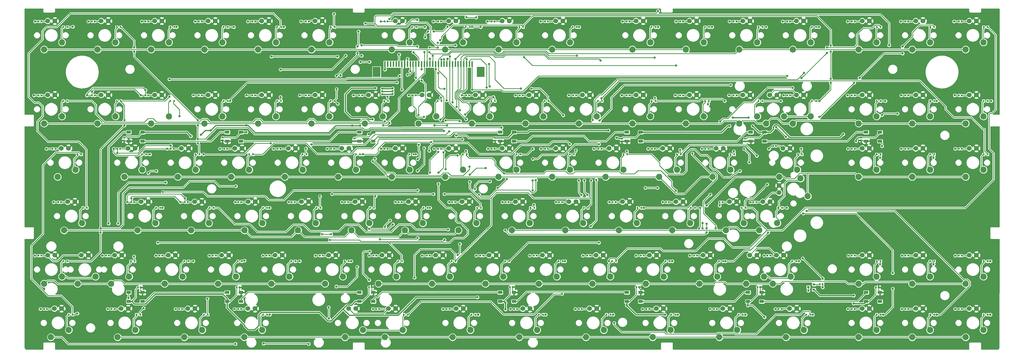
<source format=gbr>
G04 #@! TF.GenerationSoftware,KiCad,Pcbnew,5.1.5-52549c5~84~ubuntu16.04.1*
G04 #@! TF.CreationDate,2019-12-22T20:02:01+06:00*
G04 #@! TF.ProjectId,wasd-keyboard,77617364-2d6b-4657-9962-6f6172642e6b,rev?*
G04 #@! TF.SameCoordinates,Original*
G04 #@! TF.FileFunction,Copper,L2,Bot*
G04 #@! TF.FilePolarity,Positive*
%FSLAX46Y46*%
G04 Gerber Fmt 4.6, Leading zero omitted, Abs format (unit mm)*
G04 Created by KiCad (PCBNEW 5.1.5-52549c5~84~ubuntu16.04.1) date 2019-12-22 20:02:01*
%MOMM*%
%LPD*%
G04 APERTURE LIST*
%ADD10R,0.600000X0.700000*%
%ADD11C,0.100000*%
%ADD12R,0.610000X2.000000*%
%ADD13R,2.680000X3.600000*%
%ADD14C,2.200000*%
%ADD15C,1.700000*%
%ADD16R,1.500000X1.000000*%
%ADD17R,0.900000X0.800000*%
%ADD18C,0.800000*%
%ADD19C,0.250000*%
%ADD20C,0.400000*%
%ADD21C,0.254000*%
G04 APERTURE END LIST*
D10*
X65700000Y-109000000D03*
X64300000Y-109000000D03*
G04 #@! TA.AperFunction,SMDPad,CuDef*
D11*
G36*
X74676958Y-106680710D02*
G01*
X74691276Y-106682834D01*
X74705317Y-106686351D01*
X74718946Y-106691228D01*
X74732031Y-106697417D01*
X74744447Y-106704858D01*
X74756073Y-106713481D01*
X74766798Y-106723202D01*
X74776519Y-106733927D01*
X74785142Y-106745553D01*
X74792583Y-106757969D01*
X74798772Y-106771054D01*
X74803649Y-106784683D01*
X74807166Y-106798724D01*
X74809290Y-106813042D01*
X74810000Y-106827500D01*
X74810000Y-107172500D01*
X74809290Y-107186958D01*
X74807166Y-107201276D01*
X74803649Y-107215317D01*
X74798772Y-107228946D01*
X74792583Y-107242031D01*
X74785142Y-107254447D01*
X74776519Y-107266073D01*
X74766798Y-107276798D01*
X74756073Y-107286519D01*
X74744447Y-107295142D01*
X74732031Y-107302583D01*
X74718946Y-107308772D01*
X74705317Y-107313649D01*
X74691276Y-107317166D01*
X74676958Y-107319290D01*
X74662500Y-107320000D01*
X74367500Y-107320000D01*
X74353042Y-107319290D01*
X74338724Y-107317166D01*
X74324683Y-107313649D01*
X74311054Y-107308772D01*
X74297969Y-107302583D01*
X74285553Y-107295142D01*
X74273927Y-107286519D01*
X74263202Y-107276798D01*
X74253481Y-107266073D01*
X74244858Y-107254447D01*
X74237417Y-107242031D01*
X74231228Y-107228946D01*
X74226351Y-107215317D01*
X74222834Y-107201276D01*
X74220710Y-107186958D01*
X74220000Y-107172500D01*
X74220000Y-106827500D01*
X74220710Y-106813042D01*
X74222834Y-106798724D01*
X74226351Y-106784683D01*
X74231228Y-106771054D01*
X74237417Y-106757969D01*
X74244858Y-106745553D01*
X74253481Y-106733927D01*
X74263202Y-106723202D01*
X74273927Y-106713481D01*
X74285553Y-106704858D01*
X74297969Y-106697417D01*
X74311054Y-106691228D01*
X74324683Y-106686351D01*
X74338724Y-106682834D01*
X74353042Y-106680710D01*
X74367500Y-106680000D01*
X74662500Y-106680000D01*
X74676958Y-106680710D01*
G37*
G04 #@! TD.AperFunction*
G04 #@! TA.AperFunction,SMDPad,CuDef*
G36*
X75646958Y-106680710D02*
G01*
X75661276Y-106682834D01*
X75675317Y-106686351D01*
X75688946Y-106691228D01*
X75702031Y-106697417D01*
X75714447Y-106704858D01*
X75726073Y-106713481D01*
X75736798Y-106723202D01*
X75746519Y-106733927D01*
X75755142Y-106745553D01*
X75762583Y-106757969D01*
X75768772Y-106771054D01*
X75773649Y-106784683D01*
X75777166Y-106798724D01*
X75779290Y-106813042D01*
X75780000Y-106827500D01*
X75780000Y-107172500D01*
X75779290Y-107186958D01*
X75777166Y-107201276D01*
X75773649Y-107215317D01*
X75768772Y-107228946D01*
X75762583Y-107242031D01*
X75755142Y-107254447D01*
X75746519Y-107266073D01*
X75736798Y-107276798D01*
X75726073Y-107286519D01*
X75714447Y-107295142D01*
X75702031Y-107302583D01*
X75688946Y-107308772D01*
X75675317Y-107313649D01*
X75661276Y-107317166D01*
X75646958Y-107319290D01*
X75632500Y-107320000D01*
X75337500Y-107320000D01*
X75323042Y-107319290D01*
X75308724Y-107317166D01*
X75294683Y-107313649D01*
X75281054Y-107308772D01*
X75267969Y-107302583D01*
X75255553Y-107295142D01*
X75243927Y-107286519D01*
X75233202Y-107276798D01*
X75223481Y-107266073D01*
X75214858Y-107254447D01*
X75207417Y-107242031D01*
X75201228Y-107228946D01*
X75196351Y-107215317D01*
X75192834Y-107201276D01*
X75190710Y-107186958D01*
X75190000Y-107172500D01*
X75190000Y-106827500D01*
X75190710Y-106813042D01*
X75192834Y-106798724D01*
X75196351Y-106784683D01*
X75201228Y-106771054D01*
X75207417Y-106757969D01*
X75214858Y-106745553D01*
X75223481Y-106733927D01*
X75233202Y-106723202D01*
X75243927Y-106713481D01*
X75255553Y-106704858D01*
X75267969Y-106697417D01*
X75281054Y-106691228D01*
X75294683Y-106686351D01*
X75308724Y-106682834D01*
X75323042Y-106680710D01*
X75337500Y-106680000D01*
X75632500Y-106680000D01*
X75646958Y-106680710D01*
G37*
G04 #@! TD.AperFunction*
D12*
X209600000Y-122200000D03*
X208600000Y-122200000D03*
X207600000Y-122200000D03*
X206600000Y-122200000D03*
X205600000Y-122200000D03*
X204600000Y-122200000D03*
X203600000Y-122200000D03*
X202600000Y-122200000D03*
X201600000Y-122200000D03*
X200600000Y-122200000D03*
X199600000Y-122200000D03*
X198600000Y-122200000D03*
X197600000Y-122200000D03*
X196600000Y-122200000D03*
X195600000Y-122200000D03*
X194600000Y-122200000D03*
X193600000Y-122200000D03*
X192600000Y-122200000D03*
X191600000Y-122200000D03*
X190600000Y-122200000D03*
X189600000Y-122200000D03*
X188600000Y-122200000D03*
X187600000Y-122200000D03*
X186600000Y-122200000D03*
X185600000Y-122200000D03*
X184600000Y-122200000D03*
X183600000Y-122200000D03*
X182600000Y-122200000D03*
X181600000Y-122200000D03*
X180600000Y-122200000D03*
X179600000Y-122200000D03*
X178600000Y-122200000D03*
D13*
X212590000Y-125000000D03*
X175610000Y-125000000D03*
G04 #@! TA.AperFunction,SMDPad,CuDef*
D11*
G36*
X55676958Y-106680710D02*
G01*
X55691276Y-106682834D01*
X55705317Y-106686351D01*
X55718946Y-106691228D01*
X55732031Y-106697417D01*
X55744447Y-106704858D01*
X55756073Y-106713481D01*
X55766798Y-106723202D01*
X55776519Y-106733927D01*
X55785142Y-106745553D01*
X55792583Y-106757969D01*
X55798772Y-106771054D01*
X55803649Y-106784683D01*
X55807166Y-106798724D01*
X55809290Y-106813042D01*
X55810000Y-106827500D01*
X55810000Y-107172500D01*
X55809290Y-107186958D01*
X55807166Y-107201276D01*
X55803649Y-107215317D01*
X55798772Y-107228946D01*
X55792583Y-107242031D01*
X55785142Y-107254447D01*
X55776519Y-107266073D01*
X55766798Y-107276798D01*
X55756073Y-107286519D01*
X55744447Y-107295142D01*
X55732031Y-107302583D01*
X55718946Y-107308772D01*
X55705317Y-107313649D01*
X55691276Y-107317166D01*
X55676958Y-107319290D01*
X55662500Y-107320000D01*
X55367500Y-107320000D01*
X55353042Y-107319290D01*
X55338724Y-107317166D01*
X55324683Y-107313649D01*
X55311054Y-107308772D01*
X55297969Y-107302583D01*
X55285553Y-107295142D01*
X55273927Y-107286519D01*
X55263202Y-107276798D01*
X55253481Y-107266073D01*
X55244858Y-107254447D01*
X55237417Y-107242031D01*
X55231228Y-107228946D01*
X55226351Y-107215317D01*
X55222834Y-107201276D01*
X55220710Y-107186958D01*
X55220000Y-107172500D01*
X55220000Y-106827500D01*
X55220710Y-106813042D01*
X55222834Y-106798724D01*
X55226351Y-106784683D01*
X55231228Y-106771054D01*
X55237417Y-106757969D01*
X55244858Y-106745553D01*
X55253481Y-106733927D01*
X55263202Y-106723202D01*
X55273927Y-106713481D01*
X55285553Y-106704858D01*
X55297969Y-106697417D01*
X55311054Y-106691228D01*
X55324683Y-106686351D01*
X55338724Y-106682834D01*
X55353042Y-106680710D01*
X55367500Y-106680000D01*
X55662500Y-106680000D01*
X55676958Y-106680710D01*
G37*
G04 #@! TD.AperFunction*
G04 #@! TA.AperFunction,SMDPad,CuDef*
G36*
X56646958Y-106680710D02*
G01*
X56661276Y-106682834D01*
X56675317Y-106686351D01*
X56688946Y-106691228D01*
X56702031Y-106697417D01*
X56714447Y-106704858D01*
X56726073Y-106713481D01*
X56736798Y-106723202D01*
X56746519Y-106733927D01*
X56755142Y-106745553D01*
X56762583Y-106757969D01*
X56768772Y-106771054D01*
X56773649Y-106784683D01*
X56777166Y-106798724D01*
X56779290Y-106813042D01*
X56780000Y-106827500D01*
X56780000Y-107172500D01*
X56779290Y-107186958D01*
X56777166Y-107201276D01*
X56773649Y-107215317D01*
X56768772Y-107228946D01*
X56762583Y-107242031D01*
X56755142Y-107254447D01*
X56746519Y-107266073D01*
X56736798Y-107276798D01*
X56726073Y-107286519D01*
X56714447Y-107295142D01*
X56702031Y-107302583D01*
X56688946Y-107308772D01*
X56675317Y-107313649D01*
X56661276Y-107317166D01*
X56646958Y-107319290D01*
X56632500Y-107320000D01*
X56337500Y-107320000D01*
X56323042Y-107319290D01*
X56308724Y-107317166D01*
X56294683Y-107313649D01*
X56281054Y-107308772D01*
X56267969Y-107302583D01*
X56255553Y-107295142D01*
X56243927Y-107286519D01*
X56233202Y-107276798D01*
X56223481Y-107266073D01*
X56214858Y-107254447D01*
X56207417Y-107242031D01*
X56201228Y-107228946D01*
X56196351Y-107215317D01*
X56192834Y-107201276D01*
X56190710Y-107186958D01*
X56190000Y-107172500D01*
X56190000Y-106827500D01*
X56190710Y-106813042D01*
X56192834Y-106798724D01*
X56196351Y-106784683D01*
X56201228Y-106771054D01*
X56207417Y-106757969D01*
X56214858Y-106745553D01*
X56223481Y-106733927D01*
X56233202Y-106723202D01*
X56243927Y-106713481D01*
X56255553Y-106704858D01*
X56267969Y-106697417D01*
X56281054Y-106691228D01*
X56294683Y-106686351D01*
X56308724Y-106682834D01*
X56323042Y-106680710D01*
X56337500Y-106680000D01*
X56632500Y-106680000D01*
X56646958Y-106680710D01*
G37*
G04 #@! TD.AperFunction*
G04 #@! TA.AperFunction,SMDPad,CuDef*
G36*
X93676958Y-106680710D02*
G01*
X93691276Y-106682834D01*
X93705317Y-106686351D01*
X93718946Y-106691228D01*
X93732031Y-106697417D01*
X93744447Y-106704858D01*
X93756073Y-106713481D01*
X93766798Y-106723202D01*
X93776519Y-106733927D01*
X93785142Y-106745553D01*
X93792583Y-106757969D01*
X93798772Y-106771054D01*
X93803649Y-106784683D01*
X93807166Y-106798724D01*
X93809290Y-106813042D01*
X93810000Y-106827500D01*
X93810000Y-107172500D01*
X93809290Y-107186958D01*
X93807166Y-107201276D01*
X93803649Y-107215317D01*
X93798772Y-107228946D01*
X93792583Y-107242031D01*
X93785142Y-107254447D01*
X93776519Y-107266073D01*
X93766798Y-107276798D01*
X93756073Y-107286519D01*
X93744447Y-107295142D01*
X93732031Y-107302583D01*
X93718946Y-107308772D01*
X93705317Y-107313649D01*
X93691276Y-107317166D01*
X93676958Y-107319290D01*
X93662500Y-107320000D01*
X93367500Y-107320000D01*
X93353042Y-107319290D01*
X93338724Y-107317166D01*
X93324683Y-107313649D01*
X93311054Y-107308772D01*
X93297969Y-107302583D01*
X93285553Y-107295142D01*
X93273927Y-107286519D01*
X93263202Y-107276798D01*
X93253481Y-107266073D01*
X93244858Y-107254447D01*
X93237417Y-107242031D01*
X93231228Y-107228946D01*
X93226351Y-107215317D01*
X93222834Y-107201276D01*
X93220710Y-107186958D01*
X93220000Y-107172500D01*
X93220000Y-106827500D01*
X93220710Y-106813042D01*
X93222834Y-106798724D01*
X93226351Y-106784683D01*
X93231228Y-106771054D01*
X93237417Y-106757969D01*
X93244858Y-106745553D01*
X93253481Y-106733927D01*
X93263202Y-106723202D01*
X93273927Y-106713481D01*
X93285553Y-106704858D01*
X93297969Y-106697417D01*
X93311054Y-106691228D01*
X93324683Y-106686351D01*
X93338724Y-106682834D01*
X93353042Y-106680710D01*
X93367500Y-106680000D01*
X93662500Y-106680000D01*
X93676958Y-106680710D01*
G37*
G04 #@! TD.AperFunction*
G04 #@! TA.AperFunction,SMDPad,CuDef*
G36*
X94646958Y-106680710D02*
G01*
X94661276Y-106682834D01*
X94675317Y-106686351D01*
X94688946Y-106691228D01*
X94702031Y-106697417D01*
X94714447Y-106704858D01*
X94726073Y-106713481D01*
X94736798Y-106723202D01*
X94746519Y-106733927D01*
X94755142Y-106745553D01*
X94762583Y-106757969D01*
X94768772Y-106771054D01*
X94773649Y-106784683D01*
X94777166Y-106798724D01*
X94779290Y-106813042D01*
X94780000Y-106827500D01*
X94780000Y-107172500D01*
X94779290Y-107186958D01*
X94777166Y-107201276D01*
X94773649Y-107215317D01*
X94768772Y-107228946D01*
X94762583Y-107242031D01*
X94755142Y-107254447D01*
X94746519Y-107266073D01*
X94736798Y-107276798D01*
X94726073Y-107286519D01*
X94714447Y-107295142D01*
X94702031Y-107302583D01*
X94688946Y-107308772D01*
X94675317Y-107313649D01*
X94661276Y-107317166D01*
X94646958Y-107319290D01*
X94632500Y-107320000D01*
X94337500Y-107320000D01*
X94323042Y-107319290D01*
X94308724Y-107317166D01*
X94294683Y-107313649D01*
X94281054Y-107308772D01*
X94267969Y-107302583D01*
X94255553Y-107295142D01*
X94243927Y-107286519D01*
X94233202Y-107276798D01*
X94223481Y-107266073D01*
X94214858Y-107254447D01*
X94207417Y-107242031D01*
X94201228Y-107228946D01*
X94196351Y-107215317D01*
X94192834Y-107201276D01*
X94190710Y-107186958D01*
X94190000Y-107172500D01*
X94190000Y-106827500D01*
X94190710Y-106813042D01*
X94192834Y-106798724D01*
X94196351Y-106784683D01*
X94201228Y-106771054D01*
X94207417Y-106757969D01*
X94214858Y-106745553D01*
X94223481Y-106733927D01*
X94233202Y-106723202D01*
X94243927Y-106713481D01*
X94255553Y-106704858D01*
X94267969Y-106697417D01*
X94281054Y-106691228D01*
X94294683Y-106686351D01*
X94308724Y-106682834D01*
X94323042Y-106680710D01*
X94337500Y-106680000D01*
X94632500Y-106680000D01*
X94646958Y-106680710D01*
G37*
G04 #@! TD.AperFunction*
G04 #@! TA.AperFunction,SMDPad,CuDef*
G36*
X112676958Y-106680710D02*
G01*
X112691276Y-106682834D01*
X112705317Y-106686351D01*
X112718946Y-106691228D01*
X112732031Y-106697417D01*
X112744447Y-106704858D01*
X112756073Y-106713481D01*
X112766798Y-106723202D01*
X112776519Y-106733927D01*
X112785142Y-106745553D01*
X112792583Y-106757969D01*
X112798772Y-106771054D01*
X112803649Y-106784683D01*
X112807166Y-106798724D01*
X112809290Y-106813042D01*
X112810000Y-106827500D01*
X112810000Y-107172500D01*
X112809290Y-107186958D01*
X112807166Y-107201276D01*
X112803649Y-107215317D01*
X112798772Y-107228946D01*
X112792583Y-107242031D01*
X112785142Y-107254447D01*
X112776519Y-107266073D01*
X112766798Y-107276798D01*
X112756073Y-107286519D01*
X112744447Y-107295142D01*
X112732031Y-107302583D01*
X112718946Y-107308772D01*
X112705317Y-107313649D01*
X112691276Y-107317166D01*
X112676958Y-107319290D01*
X112662500Y-107320000D01*
X112367500Y-107320000D01*
X112353042Y-107319290D01*
X112338724Y-107317166D01*
X112324683Y-107313649D01*
X112311054Y-107308772D01*
X112297969Y-107302583D01*
X112285553Y-107295142D01*
X112273927Y-107286519D01*
X112263202Y-107276798D01*
X112253481Y-107266073D01*
X112244858Y-107254447D01*
X112237417Y-107242031D01*
X112231228Y-107228946D01*
X112226351Y-107215317D01*
X112222834Y-107201276D01*
X112220710Y-107186958D01*
X112220000Y-107172500D01*
X112220000Y-106827500D01*
X112220710Y-106813042D01*
X112222834Y-106798724D01*
X112226351Y-106784683D01*
X112231228Y-106771054D01*
X112237417Y-106757969D01*
X112244858Y-106745553D01*
X112253481Y-106733927D01*
X112263202Y-106723202D01*
X112273927Y-106713481D01*
X112285553Y-106704858D01*
X112297969Y-106697417D01*
X112311054Y-106691228D01*
X112324683Y-106686351D01*
X112338724Y-106682834D01*
X112353042Y-106680710D01*
X112367500Y-106680000D01*
X112662500Y-106680000D01*
X112676958Y-106680710D01*
G37*
G04 #@! TD.AperFunction*
G04 #@! TA.AperFunction,SMDPad,CuDef*
G36*
X113646958Y-106680710D02*
G01*
X113661276Y-106682834D01*
X113675317Y-106686351D01*
X113688946Y-106691228D01*
X113702031Y-106697417D01*
X113714447Y-106704858D01*
X113726073Y-106713481D01*
X113736798Y-106723202D01*
X113746519Y-106733927D01*
X113755142Y-106745553D01*
X113762583Y-106757969D01*
X113768772Y-106771054D01*
X113773649Y-106784683D01*
X113777166Y-106798724D01*
X113779290Y-106813042D01*
X113780000Y-106827500D01*
X113780000Y-107172500D01*
X113779290Y-107186958D01*
X113777166Y-107201276D01*
X113773649Y-107215317D01*
X113768772Y-107228946D01*
X113762583Y-107242031D01*
X113755142Y-107254447D01*
X113746519Y-107266073D01*
X113736798Y-107276798D01*
X113726073Y-107286519D01*
X113714447Y-107295142D01*
X113702031Y-107302583D01*
X113688946Y-107308772D01*
X113675317Y-107313649D01*
X113661276Y-107317166D01*
X113646958Y-107319290D01*
X113632500Y-107320000D01*
X113337500Y-107320000D01*
X113323042Y-107319290D01*
X113308724Y-107317166D01*
X113294683Y-107313649D01*
X113281054Y-107308772D01*
X113267969Y-107302583D01*
X113255553Y-107295142D01*
X113243927Y-107286519D01*
X113233202Y-107276798D01*
X113223481Y-107266073D01*
X113214858Y-107254447D01*
X113207417Y-107242031D01*
X113201228Y-107228946D01*
X113196351Y-107215317D01*
X113192834Y-107201276D01*
X113190710Y-107186958D01*
X113190000Y-107172500D01*
X113190000Y-106827500D01*
X113190710Y-106813042D01*
X113192834Y-106798724D01*
X113196351Y-106784683D01*
X113201228Y-106771054D01*
X113207417Y-106757969D01*
X113214858Y-106745553D01*
X113223481Y-106733927D01*
X113233202Y-106723202D01*
X113243927Y-106713481D01*
X113255553Y-106704858D01*
X113267969Y-106697417D01*
X113281054Y-106691228D01*
X113294683Y-106686351D01*
X113308724Y-106682834D01*
X113323042Y-106680710D01*
X113337500Y-106680000D01*
X113632500Y-106680000D01*
X113646958Y-106680710D01*
G37*
G04 #@! TD.AperFunction*
G04 #@! TA.AperFunction,SMDPad,CuDef*
G36*
X131676958Y-106680710D02*
G01*
X131691276Y-106682834D01*
X131705317Y-106686351D01*
X131718946Y-106691228D01*
X131732031Y-106697417D01*
X131744447Y-106704858D01*
X131756073Y-106713481D01*
X131766798Y-106723202D01*
X131776519Y-106733927D01*
X131785142Y-106745553D01*
X131792583Y-106757969D01*
X131798772Y-106771054D01*
X131803649Y-106784683D01*
X131807166Y-106798724D01*
X131809290Y-106813042D01*
X131810000Y-106827500D01*
X131810000Y-107172500D01*
X131809290Y-107186958D01*
X131807166Y-107201276D01*
X131803649Y-107215317D01*
X131798772Y-107228946D01*
X131792583Y-107242031D01*
X131785142Y-107254447D01*
X131776519Y-107266073D01*
X131766798Y-107276798D01*
X131756073Y-107286519D01*
X131744447Y-107295142D01*
X131732031Y-107302583D01*
X131718946Y-107308772D01*
X131705317Y-107313649D01*
X131691276Y-107317166D01*
X131676958Y-107319290D01*
X131662500Y-107320000D01*
X131367500Y-107320000D01*
X131353042Y-107319290D01*
X131338724Y-107317166D01*
X131324683Y-107313649D01*
X131311054Y-107308772D01*
X131297969Y-107302583D01*
X131285553Y-107295142D01*
X131273927Y-107286519D01*
X131263202Y-107276798D01*
X131253481Y-107266073D01*
X131244858Y-107254447D01*
X131237417Y-107242031D01*
X131231228Y-107228946D01*
X131226351Y-107215317D01*
X131222834Y-107201276D01*
X131220710Y-107186958D01*
X131220000Y-107172500D01*
X131220000Y-106827500D01*
X131220710Y-106813042D01*
X131222834Y-106798724D01*
X131226351Y-106784683D01*
X131231228Y-106771054D01*
X131237417Y-106757969D01*
X131244858Y-106745553D01*
X131253481Y-106733927D01*
X131263202Y-106723202D01*
X131273927Y-106713481D01*
X131285553Y-106704858D01*
X131297969Y-106697417D01*
X131311054Y-106691228D01*
X131324683Y-106686351D01*
X131338724Y-106682834D01*
X131353042Y-106680710D01*
X131367500Y-106680000D01*
X131662500Y-106680000D01*
X131676958Y-106680710D01*
G37*
G04 #@! TD.AperFunction*
G04 #@! TA.AperFunction,SMDPad,CuDef*
G36*
X132646958Y-106680710D02*
G01*
X132661276Y-106682834D01*
X132675317Y-106686351D01*
X132688946Y-106691228D01*
X132702031Y-106697417D01*
X132714447Y-106704858D01*
X132726073Y-106713481D01*
X132736798Y-106723202D01*
X132746519Y-106733927D01*
X132755142Y-106745553D01*
X132762583Y-106757969D01*
X132768772Y-106771054D01*
X132773649Y-106784683D01*
X132777166Y-106798724D01*
X132779290Y-106813042D01*
X132780000Y-106827500D01*
X132780000Y-107172500D01*
X132779290Y-107186958D01*
X132777166Y-107201276D01*
X132773649Y-107215317D01*
X132768772Y-107228946D01*
X132762583Y-107242031D01*
X132755142Y-107254447D01*
X132746519Y-107266073D01*
X132736798Y-107276798D01*
X132726073Y-107286519D01*
X132714447Y-107295142D01*
X132702031Y-107302583D01*
X132688946Y-107308772D01*
X132675317Y-107313649D01*
X132661276Y-107317166D01*
X132646958Y-107319290D01*
X132632500Y-107320000D01*
X132337500Y-107320000D01*
X132323042Y-107319290D01*
X132308724Y-107317166D01*
X132294683Y-107313649D01*
X132281054Y-107308772D01*
X132267969Y-107302583D01*
X132255553Y-107295142D01*
X132243927Y-107286519D01*
X132233202Y-107276798D01*
X132223481Y-107266073D01*
X132214858Y-107254447D01*
X132207417Y-107242031D01*
X132201228Y-107228946D01*
X132196351Y-107215317D01*
X132192834Y-107201276D01*
X132190710Y-107186958D01*
X132190000Y-107172500D01*
X132190000Y-106827500D01*
X132190710Y-106813042D01*
X132192834Y-106798724D01*
X132196351Y-106784683D01*
X132201228Y-106771054D01*
X132207417Y-106757969D01*
X132214858Y-106745553D01*
X132223481Y-106733927D01*
X132233202Y-106723202D01*
X132243927Y-106713481D01*
X132255553Y-106704858D01*
X132267969Y-106697417D01*
X132281054Y-106691228D01*
X132294683Y-106686351D01*
X132308724Y-106682834D01*
X132323042Y-106680710D01*
X132337500Y-106680000D01*
X132632500Y-106680000D01*
X132646958Y-106680710D01*
G37*
G04 #@! TD.AperFunction*
G04 #@! TA.AperFunction,SMDPad,CuDef*
G36*
X150676958Y-106680710D02*
G01*
X150691276Y-106682834D01*
X150705317Y-106686351D01*
X150718946Y-106691228D01*
X150732031Y-106697417D01*
X150744447Y-106704858D01*
X150756073Y-106713481D01*
X150766798Y-106723202D01*
X150776519Y-106733927D01*
X150785142Y-106745553D01*
X150792583Y-106757969D01*
X150798772Y-106771054D01*
X150803649Y-106784683D01*
X150807166Y-106798724D01*
X150809290Y-106813042D01*
X150810000Y-106827500D01*
X150810000Y-107172500D01*
X150809290Y-107186958D01*
X150807166Y-107201276D01*
X150803649Y-107215317D01*
X150798772Y-107228946D01*
X150792583Y-107242031D01*
X150785142Y-107254447D01*
X150776519Y-107266073D01*
X150766798Y-107276798D01*
X150756073Y-107286519D01*
X150744447Y-107295142D01*
X150732031Y-107302583D01*
X150718946Y-107308772D01*
X150705317Y-107313649D01*
X150691276Y-107317166D01*
X150676958Y-107319290D01*
X150662500Y-107320000D01*
X150367500Y-107320000D01*
X150353042Y-107319290D01*
X150338724Y-107317166D01*
X150324683Y-107313649D01*
X150311054Y-107308772D01*
X150297969Y-107302583D01*
X150285553Y-107295142D01*
X150273927Y-107286519D01*
X150263202Y-107276798D01*
X150253481Y-107266073D01*
X150244858Y-107254447D01*
X150237417Y-107242031D01*
X150231228Y-107228946D01*
X150226351Y-107215317D01*
X150222834Y-107201276D01*
X150220710Y-107186958D01*
X150220000Y-107172500D01*
X150220000Y-106827500D01*
X150220710Y-106813042D01*
X150222834Y-106798724D01*
X150226351Y-106784683D01*
X150231228Y-106771054D01*
X150237417Y-106757969D01*
X150244858Y-106745553D01*
X150253481Y-106733927D01*
X150263202Y-106723202D01*
X150273927Y-106713481D01*
X150285553Y-106704858D01*
X150297969Y-106697417D01*
X150311054Y-106691228D01*
X150324683Y-106686351D01*
X150338724Y-106682834D01*
X150353042Y-106680710D01*
X150367500Y-106680000D01*
X150662500Y-106680000D01*
X150676958Y-106680710D01*
G37*
G04 #@! TD.AperFunction*
G04 #@! TA.AperFunction,SMDPad,CuDef*
G36*
X151646958Y-106680710D02*
G01*
X151661276Y-106682834D01*
X151675317Y-106686351D01*
X151688946Y-106691228D01*
X151702031Y-106697417D01*
X151714447Y-106704858D01*
X151726073Y-106713481D01*
X151736798Y-106723202D01*
X151746519Y-106733927D01*
X151755142Y-106745553D01*
X151762583Y-106757969D01*
X151768772Y-106771054D01*
X151773649Y-106784683D01*
X151777166Y-106798724D01*
X151779290Y-106813042D01*
X151780000Y-106827500D01*
X151780000Y-107172500D01*
X151779290Y-107186958D01*
X151777166Y-107201276D01*
X151773649Y-107215317D01*
X151768772Y-107228946D01*
X151762583Y-107242031D01*
X151755142Y-107254447D01*
X151746519Y-107266073D01*
X151736798Y-107276798D01*
X151726073Y-107286519D01*
X151714447Y-107295142D01*
X151702031Y-107302583D01*
X151688946Y-107308772D01*
X151675317Y-107313649D01*
X151661276Y-107317166D01*
X151646958Y-107319290D01*
X151632500Y-107320000D01*
X151337500Y-107320000D01*
X151323042Y-107319290D01*
X151308724Y-107317166D01*
X151294683Y-107313649D01*
X151281054Y-107308772D01*
X151267969Y-107302583D01*
X151255553Y-107295142D01*
X151243927Y-107286519D01*
X151233202Y-107276798D01*
X151223481Y-107266073D01*
X151214858Y-107254447D01*
X151207417Y-107242031D01*
X151201228Y-107228946D01*
X151196351Y-107215317D01*
X151192834Y-107201276D01*
X151190710Y-107186958D01*
X151190000Y-107172500D01*
X151190000Y-106827500D01*
X151190710Y-106813042D01*
X151192834Y-106798724D01*
X151196351Y-106784683D01*
X151201228Y-106771054D01*
X151207417Y-106757969D01*
X151214858Y-106745553D01*
X151223481Y-106733927D01*
X151233202Y-106723202D01*
X151243927Y-106713481D01*
X151255553Y-106704858D01*
X151267969Y-106697417D01*
X151281054Y-106691228D01*
X151294683Y-106686351D01*
X151308724Y-106682834D01*
X151323042Y-106680710D01*
X151337500Y-106680000D01*
X151632500Y-106680000D01*
X151646958Y-106680710D01*
G37*
G04 #@! TD.AperFunction*
G04 #@! TA.AperFunction,SMDPad,CuDef*
G36*
X178676958Y-106680710D02*
G01*
X178691276Y-106682834D01*
X178705317Y-106686351D01*
X178718946Y-106691228D01*
X178732031Y-106697417D01*
X178744447Y-106704858D01*
X178756073Y-106713481D01*
X178766798Y-106723202D01*
X178776519Y-106733927D01*
X178785142Y-106745553D01*
X178792583Y-106757969D01*
X178798772Y-106771054D01*
X178803649Y-106784683D01*
X178807166Y-106798724D01*
X178809290Y-106813042D01*
X178810000Y-106827500D01*
X178810000Y-107172500D01*
X178809290Y-107186958D01*
X178807166Y-107201276D01*
X178803649Y-107215317D01*
X178798772Y-107228946D01*
X178792583Y-107242031D01*
X178785142Y-107254447D01*
X178776519Y-107266073D01*
X178766798Y-107276798D01*
X178756073Y-107286519D01*
X178744447Y-107295142D01*
X178732031Y-107302583D01*
X178718946Y-107308772D01*
X178705317Y-107313649D01*
X178691276Y-107317166D01*
X178676958Y-107319290D01*
X178662500Y-107320000D01*
X178367500Y-107320000D01*
X178353042Y-107319290D01*
X178338724Y-107317166D01*
X178324683Y-107313649D01*
X178311054Y-107308772D01*
X178297969Y-107302583D01*
X178285553Y-107295142D01*
X178273927Y-107286519D01*
X178263202Y-107276798D01*
X178253481Y-107266073D01*
X178244858Y-107254447D01*
X178237417Y-107242031D01*
X178231228Y-107228946D01*
X178226351Y-107215317D01*
X178222834Y-107201276D01*
X178220710Y-107186958D01*
X178220000Y-107172500D01*
X178220000Y-106827500D01*
X178220710Y-106813042D01*
X178222834Y-106798724D01*
X178226351Y-106784683D01*
X178231228Y-106771054D01*
X178237417Y-106757969D01*
X178244858Y-106745553D01*
X178253481Y-106733927D01*
X178263202Y-106723202D01*
X178273927Y-106713481D01*
X178285553Y-106704858D01*
X178297969Y-106697417D01*
X178311054Y-106691228D01*
X178324683Y-106686351D01*
X178338724Y-106682834D01*
X178353042Y-106680710D01*
X178367500Y-106680000D01*
X178662500Y-106680000D01*
X178676958Y-106680710D01*
G37*
G04 #@! TD.AperFunction*
G04 #@! TA.AperFunction,SMDPad,CuDef*
G36*
X179646958Y-106680710D02*
G01*
X179661276Y-106682834D01*
X179675317Y-106686351D01*
X179688946Y-106691228D01*
X179702031Y-106697417D01*
X179714447Y-106704858D01*
X179726073Y-106713481D01*
X179736798Y-106723202D01*
X179746519Y-106733927D01*
X179755142Y-106745553D01*
X179762583Y-106757969D01*
X179768772Y-106771054D01*
X179773649Y-106784683D01*
X179777166Y-106798724D01*
X179779290Y-106813042D01*
X179780000Y-106827500D01*
X179780000Y-107172500D01*
X179779290Y-107186958D01*
X179777166Y-107201276D01*
X179773649Y-107215317D01*
X179768772Y-107228946D01*
X179762583Y-107242031D01*
X179755142Y-107254447D01*
X179746519Y-107266073D01*
X179736798Y-107276798D01*
X179726073Y-107286519D01*
X179714447Y-107295142D01*
X179702031Y-107302583D01*
X179688946Y-107308772D01*
X179675317Y-107313649D01*
X179661276Y-107317166D01*
X179646958Y-107319290D01*
X179632500Y-107320000D01*
X179337500Y-107320000D01*
X179323042Y-107319290D01*
X179308724Y-107317166D01*
X179294683Y-107313649D01*
X179281054Y-107308772D01*
X179267969Y-107302583D01*
X179255553Y-107295142D01*
X179243927Y-107286519D01*
X179233202Y-107276798D01*
X179223481Y-107266073D01*
X179214858Y-107254447D01*
X179207417Y-107242031D01*
X179201228Y-107228946D01*
X179196351Y-107215317D01*
X179192834Y-107201276D01*
X179190710Y-107186958D01*
X179190000Y-107172500D01*
X179190000Y-106827500D01*
X179190710Y-106813042D01*
X179192834Y-106798724D01*
X179196351Y-106784683D01*
X179201228Y-106771054D01*
X179207417Y-106757969D01*
X179214858Y-106745553D01*
X179223481Y-106733927D01*
X179233202Y-106723202D01*
X179243927Y-106713481D01*
X179255553Y-106704858D01*
X179267969Y-106697417D01*
X179281054Y-106691228D01*
X179294683Y-106686351D01*
X179308724Y-106682834D01*
X179323042Y-106680710D01*
X179337500Y-106680000D01*
X179632500Y-106680000D01*
X179646958Y-106680710D01*
G37*
G04 #@! TD.AperFunction*
G04 #@! TA.AperFunction,SMDPad,CuDef*
G36*
X197676958Y-106680710D02*
G01*
X197691276Y-106682834D01*
X197705317Y-106686351D01*
X197718946Y-106691228D01*
X197732031Y-106697417D01*
X197744447Y-106704858D01*
X197756073Y-106713481D01*
X197766798Y-106723202D01*
X197776519Y-106733927D01*
X197785142Y-106745553D01*
X197792583Y-106757969D01*
X197798772Y-106771054D01*
X197803649Y-106784683D01*
X197807166Y-106798724D01*
X197809290Y-106813042D01*
X197810000Y-106827500D01*
X197810000Y-107172500D01*
X197809290Y-107186958D01*
X197807166Y-107201276D01*
X197803649Y-107215317D01*
X197798772Y-107228946D01*
X197792583Y-107242031D01*
X197785142Y-107254447D01*
X197776519Y-107266073D01*
X197766798Y-107276798D01*
X197756073Y-107286519D01*
X197744447Y-107295142D01*
X197732031Y-107302583D01*
X197718946Y-107308772D01*
X197705317Y-107313649D01*
X197691276Y-107317166D01*
X197676958Y-107319290D01*
X197662500Y-107320000D01*
X197367500Y-107320000D01*
X197353042Y-107319290D01*
X197338724Y-107317166D01*
X197324683Y-107313649D01*
X197311054Y-107308772D01*
X197297969Y-107302583D01*
X197285553Y-107295142D01*
X197273927Y-107286519D01*
X197263202Y-107276798D01*
X197253481Y-107266073D01*
X197244858Y-107254447D01*
X197237417Y-107242031D01*
X197231228Y-107228946D01*
X197226351Y-107215317D01*
X197222834Y-107201276D01*
X197220710Y-107186958D01*
X197220000Y-107172500D01*
X197220000Y-106827500D01*
X197220710Y-106813042D01*
X197222834Y-106798724D01*
X197226351Y-106784683D01*
X197231228Y-106771054D01*
X197237417Y-106757969D01*
X197244858Y-106745553D01*
X197253481Y-106733927D01*
X197263202Y-106723202D01*
X197273927Y-106713481D01*
X197285553Y-106704858D01*
X197297969Y-106697417D01*
X197311054Y-106691228D01*
X197324683Y-106686351D01*
X197338724Y-106682834D01*
X197353042Y-106680710D01*
X197367500Y-106680000D01*
X197662500Y-106680000D01*
X197676958Y-106680710D01*
G37*
G04 #@! TD.AperFunction*
G04 #@! TA.AperFunction,SMDPad,CuDef*
G36*
X198646958Y-106680710D02*
G01*
X198661276Y-106682834D01*
X198675317Y-106686351D01*
X198688946Y-106691228D01*
X198702031Y-106697417D01*
X198714447Y-106704858D01*
X198726073Y-106713481D01*
X198736798Y-106723202D01*
X198746519Y-106733927D01*
X198755142Y-106745553D01*
X198762583Y-106757969D01*
X198768772Y-106771054D01*
X198773649Y-106784683D01*
X198777166Y-106798724D01*
X198779290Y-106813042D01*
X198780000Y-106827500D01*
X198780000Y-107172500D01*
X198779290Y-107186958D01*
X198777166Y-107201276D01*
X198773649Y-107215317D01*
X198768772Y-107228946D01*
X198762583Y-107242031D01*
X198755142Y-107254447D01*
X198746519Y-107266073D01*
X198736798Y-107276798D01*
X198726073Y-107286519D01*
X198714447Y-107295142D01*
X198702031Y-107302583D01*
X198688946Y-107308772D01*
X198675317Y-107313649D01*
X198661276Y-107317166D01*
X198646958Y-107319290D01*
X198632500Y-107320000D01*
X198337500Y-107320000D01*
X198323042Y-107319290D01*
X198308724Y-107317166D01*
X198294683Y-107313649D01*
X198281054Y-107308772D01*
X198267969Y-107302583D01*
X198255553Y-107295142D01*
X198243927Y-107286519D01*
X198233202Y-107276798D01*
X198223481Y-107266073D01*
X198214858Y-107254447D01*
X198207417Y-107242031D01*
X198201228Y-107228946D01*
X198196351Y-107215317D01*
X198192834Y-107201276D01*
X198190710Y-107186958D01*
X198190000Y-107172500D01*
X198190000Y-106827500D01*
X198190710Y-106813042D01*
X198192834Y-106798724D01*
X198196351Y-106784683D01*
X198201228Y-106771054D01*
X198207417Y-106757969D01*
X198214858Y-106745553D01*
X198223481Y-106733927D01*
X198233202Y-106723202D01*
X198243927Y-106713481D01*
X198255553Y-106704858D01*
X198267969Y-106697417D01*
X198281054Y-106691228D01*
X198294683Y-106686351D01*
X198308724Y-106682834D01*
X198323042Y-106680710D01*
X198337500Y-106680000D01*
X198632500Y-106680000D01*
X198646958Y-106680710D01*
G37*
G04 #@! TD.AperFunction*
G04 #@! TA.AperFunction,SMDPad,CuDef*
G36*
X216676958Y-106680710D02*
G01*
X216691276Y-106682834D01*
X216705317Y-106686351D01*
X216718946Y-106691228D01*
X216732031Y-106697417D01*
X216744447Y-106704858D01*
X216756073Y-106713481D01*
X216766798Y-106723202D01*
X216776519Y-106733927D01*
X216785142Y-106745553D01*
X216792583Y-106757969D01*
X216798772Y-106771054D01*
X216803649Y-106784683D01*
X216807166Y-106798724D01*
X216809290Y-106813042D01*
X216810000Y-106827500D01*
X216810000Y-107172500D01*
X216809290Y-107186958D01*
X216807166Y-107201276D01*
X216803649Y-107215317D01*
X216798772Y-107228946D01*
X216792583Y-107242031D01*
X216785142Y-107254447D01*
X216776519Y-107266073D01*
X216766798Y-107276798D01*
X216756073Y-107286519D01*
X216744447Y-107295142D01*
X216732031Y-107302583D01*
X216718946Y-107308772D01*
X216705317Y-107313649D01*
X216691276Y-107317166D01*
X216676958Y-107319290D01*
X216662500Y-107320000D01*
X216367500Y-107320000D01*
X216353042Y-107319290D01*
X216338724Y-107317166D01*
X216324683Y-107313649D01*
X216311054Y-107308772D01*
X216297969Y-107302583D01*
X216285553Y-107295142D01*
X216273927Y-107286519D01*
X216263202Y-107276798D01*
X216253481Y-107266073D01*
X216244858Y-107254447D01*
X216237417Y-107242031D01*
X216231228Y-107228946D01*
X216226351Y-107215317D01*
X216222834Y-107201276D01*
X216220710Y-107186958D01*
X216220000Y-107172500D01*
X216220000Y-106827500D01*
X216220710Y-106813042D01*
X216222834Y-106798724D01*
X216226351Y-106784683D01*
X216231228Y-106771054D01*
X216237417Y-106757969D01*
X216244858Y-106745553D01*
X216253481Y-106733927D01*
X216263202Y-106723202D01*
X216273927Y-106713481D01*
X216285553Y-106704858D01*
X216297969Y-106697417D01*
X216311054Y-106691228D01*
X216324683Y-106686351D01*
X216338724Y-106682834D01*
X216353042Y-106680710D01*
X216367500Y-106680000D01*
X216662500Y-106680000D01*
X216676958Y-106680710D01*
G37*
G04 #@! TD.AperFunction*
G04 #@! TA.AperFunction,SMDPad,CuDef*
G36*
X217646958Y-106680710D02*
G01*
X217661276Y-106682834D01*
X217675317Y-106686351D01*
X217688946Y-106691228D01*
X217702031Y-106697417D01*
X217714447Y-106704858D01*
X217726073Y-106713481D01*
X217736798Y-106723202D01*
X217746519Y-106733927D01*
X217755142Y-106745553D01*
X217762583Y-106757969D01*
X217768772Y-106771054D01*
X217773649Y-106784683D01*
X217777166Y-106798724D01*
X217779290Y-106813042D01*
X217780000Y-106827500D01*
X217780000Y-107172500D01*
X217779290Y-107186958D01*
X217777166Y-107201276D01*
X217773649Y-107215317D01*
X217768772Y-107228946D01*
X217762583Y-107242031D01*
X217755142Y-107254447D01*
X217746519Y-107266073D01*
X217736798Y-107276798D01*
X217726073Y-107286519D01*
X217714447Y-107295142D01*
X217702031Y-107302583D01*
X217688946Y-107308772D01*
X217675317Y-107313649D01*
X217661276Y-107317166D01*
X217646958Y-107319290D01*
X217632500Y-107320000D01*
X217337500Y-107320000D01*
X217323042Y-107319290D01*
X217308724Y-107317166D01*
X217294683Y-107313649D01*
X217281054Y-107308772D01*
X217267969Y-107302583D01*
X217255553Y-107295142D01*
X217243927Y-107286519D01*
X217233202Y-107276798D01*
X217223481Y-107266073D01*
X217214858Y-107254447D01*
X217207417Y-107242031D01*
X217201228Y-107228946D01*
X217196351Y-107215317D01*
X217192834Y-107201276D01*
X217190710Y-107186958D01*
X217190000Y-107172500D01*
X217190000Y-106827500D01*
X217190710Y-106813042D01*
X217192834Y-106798724D01*
X217196351Y-106784683D01*
X217201228Y-106771054D01*
X217207417Y-106757969D01*
X217214858Y-106745553D01*
X217223481Y-106733927D01*
X217233202Y-106723202D01*
X217243927Y-106713481D01*
X217255553Y-106704858D01*
X217267969Y-106697417D01*
X217281054Y-106691228D01*
X217294683Y-106686351D01*
X217308724Y-106682834D01*
X217323042Y-106680710D01*
X217337500Y-106680000D01*
X217632500Y-106680000D01*
X217646958Y-106680710D01*
G37*
G04 #@! TD.AperFunction*
G04 #@! TA.AperFunction,SMDPad,CuDef*
G36*
X236646958Y-106680710D02*
G01*
X236661276Y-106682834D01*
X236675317Y-106686351D01*
X236688946Y-106691228D01*
X236702031Y-106697417D01*
X236714447Y-106704858D01*
X236726073Y-106713481D01*
X236736798Y-106723202D01*
X236746519Y-106733927D01*
X236755142Y-106745553D01*
X236762583Y-106757969D01*
X236768772Y-106771054D01*
X236773649Y-106784683D01*
X236777166Y-106798724D01*
X236779290Y-106813042D01*
X236780000Y-106827500D01*
X236780000Y-107172500D01*
X236779290Y-107186958D01*
X236777166Y-107201276D01*
X236773649Y-107215317D01*
X236768772Y-107228946D01*
X236762583Y-107242031D01*
X236755142Y-107254447D01*
X236746519Y-107266073D01*
X236736798Y-107276798D01*
X236726073Y-107286519D01*
X236714447Y-107295142D01*
X236702031Y-107302583D01*
X236688946Y-107308772D01*
X236675317Y-107313649D01*
X236661276Y-107317166D01*
X236646958Y-107319290D01*
X236632500Y-107320000D01*
X236337500Y-107320000D01*
X236323042Y-107319290D01*
X236308724Y-107317166D01*
X236294683Y-107313649D01*
X236281054Y-107308772D01*
X236267969Y-107302583D01*
X236255553Y-107295142D01*
X236243927Y-107286519D01*
X236233202Y-107276798D01*
X236223481Y-107266073D01*
X236214858Y-107254447D01*
X236207417Y-107242031D01*
X236201228Y-107228946D01*
X236196351Y-107215317D01*
X236192834Y-107201276D01*
X236190710Y-107186958D01*
X236190000Y-107172500D01*
X236190000Y-106827500D01*
X236190710Y-106813042D01*
X236192834Y-106798724D01*
X236196351Y-106784683D01*
X236201228Y-106771054D01*
X236207417Y-106757969D01*
X236214858Y-106745553D01*
X236223481Y-106733927D01*
X236233202Y-106723202D01*
X236243927Y-106713481D01*
X236255553Y-106704858D01*
X236267969Y-106697417D01*
X236281054Y-106691228D01*
X236294683Y-106686351D01*
X236308724Y-106682834D01*
X236323042Y-106680710D01*
X236337500Y-106680000D01*
X236632500Y-106680000D01*
X236646958Y-106680710D01*
G37*
G04 #@! TD.AperFunction*
G04 #@! TA.AperFunction,SMDPad,CuDef*
G36*
X235676958Y-106680710D02*
G01*
X235691276Y-106682834D01*
X235705317Y-106686351D01*
X235718946Y-106691228D01*
X235732031Y-106697417D01*
X235744447Y-106704858D01*
X235756073Y-106713481D01*
X235766798Y-106723202D01*
X235776519Y-106733927D01*
X235785142Y-106745553D01*
X235792583Y-106757969D01*
X235798772Y-106771054D01*
X235803649Y-106784683D01*
X235807166Y-106798724D01*
X235809290Y-106813042D01*
X235810000Y-106827500D01*
X235810000Y-107172500D01*
X235809290Y-107186958D01*
X235807166Y-107201276D01*
X235803649Y-107215317D01*
X235798772Y-107228946D01*
X235792583Y-107242031D01*
X235785142Y-107254447D01*
X235776519Y-107266073D01*
X235766798Y-107276798D01*
X235756073Y-107286519D01*
X235744447Y-107295142D01*
X235732031Y-107302583D01*
X235718946Y-107308772D01*
X235705317Y-107313649D01*
X235691276Y-107317166D01*
X235676958Y-107319290D01*
X235662500Y-107320000D01*
X235367500Y-107320000D01*
X235353042Y-107319290D01*
X235338724Y-107317166D01*
X235324683Y-107313649D01*
X235311054Y-107308772D01*
X235297969Y-107302583D01*
X235285553Y-107295142D01*
X235273927Y-107286519D01*
X235263202Y-107276798D01*
X235253481Y-107266073D01*
X235244858Y-107254447D01*
X235237417Y-107242031D01*
X235231228Y-107228946D01*
X235226351Y-107215317D01*
X235222834Y-107201276D01*
X235220710Y-107186958D01*
X235220000Y-107172500D01*
X235220000Y-106827500D01*
X235220710Y-106813042D01*
X235222834Y-106798724D01*
X235226351Y-106784683D01*
X235231228Y-106771054D01*
X235237417Y-106757969D01*
X235244858Y-106745553D01*
X235253481Y-106733927D01*
X235263202Y-106723202D01*
X235273927Y-106713481D01*
X235285553Y-106704858D01*
X235297969Y-106697417D01*
X235311054Y-106691228D01*
X235324683Y-106686351D01*
X235338724Y-106682834D01*
X235353042Y-106680710D01*
X235367500Y-106680000D01*
X235662500Y-106680000D01*
X235676958Y-106680710D01*
G37*
G04 #@! TD.AperFunction*
G04 #@! TA.AperFunction,SMDPad,CuDef*
G36*
X265646958Y-106680710D02*
G01*
X265661276Y-106682834D01*
X265675317Y-106686351D01*
X265688946Y-106691228D01*
X265702031Y-106697417D01*
X265714447Y-106704858D01*
X265726073Y-106713481D01*
X265736798Y-106723202D01*
X265746519Y-106733927D01*
X265755142Y-106745553D01*
X265762583Y-106757969D01*
X265768772Y-106771054D01*
X265773649Y-106784683D01*
X265777166Y-106798724D01*
X265779290Y-106813042D01*
X265780000Y-106827500D01*
X265780000Y-107172500D01*
X265779290Y-107186958D01*
X265777166Y-107201276D01*
X265773649Y-107215317D01*
X265768772Y-107228946D01*
X265762583Y-107242031D01*
X265755142Y-107254447D01*
X265746519Y-107266073D01*
X265736798Y-107276798D01*
X265726073Y-107286519D01*
X265714447Y-107295142D01*
X265702031Y-107302583D01*
X265688946Y-107308772D01*
X265675317Y-107313649D01*
X265661276Y-107317166D01*
X265646958Y-107319290D01*
X265632500Y-107320000D01*
X265337500Y-107320000D01*
X265323042Y-107319290D01*
X265308724Y-107317166D01*
X265294683Y-107313649D01*
X265281054Y-107308772D01*
X265267969Y-107302583D01*
X265255553Y-107295142D01*
X265243927Y-107286519D01*
X265233202Y-107276798D01*
X265223481Y-107266073D01*
X265214858Y-107254447D01*
X265207417Y-107242031D01*
X265201228Y-107228946D01*
X265196351Y-107215317D01*
X265192834Y-107201276D01*
X265190710Y-107186958D01*
X265190000Y-107172500D01*
X265190000Y-106827500D01*
X265190710Y-106813042D01*
X265192834Y-106798724D01*
X265196351Y-106784683D01*
X265201228Y-106771054D01*
X265207417Y-106757969D01*
X265214858Y-106745553D01*
X265223481Y-106733927D01*
X265233202Y-106723202D01*
X265243927Y-106713481D01*
X265255553Y-106704858D01*
X265267969Y-106697417D01*
X265281054Y-106691228D01*
X265294683Y-106686351D01*
X265308724Y-106682834D01*
X265323042Y-106680710D01*
X265337500Y-106680000D01*
X265632500Y-106680000D01*
X265646958Y-106680710D01*
G37*
G04 #@! TD.AperFunction*
G04 #@! TA.AperFunction,SMDPad,CuDef*
G36*
X264676958Y-106680710D02*
G01*
X264691276Y-106682834D01*
X264705317Y-106686351D01*
X264718946Y-106691228D01*
X264732031Y-106697417D01*
X264744447Y-106704858D01*
X264756073Y-106713481D01*
X264766798Y-106723202D01*
X264776519Y-106733927D01*
X264785142Y-106745553D01*
X264792583Y-106757969D01*
X264798772Y-106771054D01*
X264803649Y-106784683D01*
X264807166Y-106798724D01*
X264809290Y-106813042D01*
X264810000Y-106827500D01*
X264810000Y-107172500D01*
X264809290Y-107186958D01*
X264807166Y-107201276D01*
X264803649Y-107215317D01*
X264798772Y-107228946D01*
X264792583Y-107242031D01*
X264785142Y-107254447D01*
X264776519Y-107266073D01*
X264766798Y-107276798D01*
X264756073Y-107286519D01*
X264744447Y-107295142D01*
X264732031Y-107302583D01*
X264718946Y-107308772D01*
X264705317Y-107313649D01*
X264691276Y-107317166D01*
X264676958Y-107319290D01*
X264662500Y-107320000D01*
X264367500Y-107320000D01*
X264353042Y-107319290D01*
X264338724Y-107317166D01*
X264324683Y-107313649D01*
X264311054Y-107308772D01*
X264297969Y-107302583D01*
X264285553Y-107295142D01*
X264273927Y-107286519D01*
X264263202Y-107276798D01*
X264253481Y-107266073D01*
X264244858Y-107254447D01*
X264237417Y-107242031D01*
X264231228Y-107228946D01*
X264226351Y-107215317D01*
X264222834Y-107201276D01*
X264220710Y-107186958D01*
X264220000Y-107172500D01*
X264220000Y-106827500D01*
X264220710Y-106813042D01*
X264222834Y-106798724D01*
X264226351Y-106784683D01*
X264231228Y-106771054D01*
X264237417Y-106757969D01*
X264244858Y-106745553D01*
X264253481Y-106733927D01*
X264263202Y-106723202D01*
X264273927Y-106713481D01*
X264285553Y-106704858D01*
X264297969Y-106697417D01*
X264311054Y-106691228D01*
X264324683Y-106686351D01*
X264338724Y-106682834D01*
X264353042Y-106680710D01*
X264367500Y-106680000D01*
X264662500Y-106680000D01*
X264676958Y-106680710D01*
G37*
G04 #@! TD.AperFunction*
G04 #@! TA.AperFunction,SMDPad,CuDef*
G36*
X284646958Y-106680710D02*
G01*
X284661276Y-106682834D01*
X284675317Y-106686351D01*
X284688946Y-106691228D01*
X284702031Y-106697417D01*
X284714447Y-106704858D01*
X284726073Y-106713481D01*
X284736798Y-106723202D01*
X284746519Y-106733927D01*
X284755142Y-106745553D01*
X284762583Y-106757969D01*
X284768772Y-106771054D01*
X284773649Y-106784683D01*
X284777166Y-106798724D01*
X284779290Y-106813042D01*
X284780000Y-106827500D01*
X284780000Y-107172500D01*
X284779290Y-107186958D01*
X284777166Y-107201276D01*
X284773649Y-107215317D01*
X284768772Y-107228946D01*
X284762583Y-107242031D01*
X284755142Y-107254447D01*
X284746519Y-107266073D01*
X284736798Y-107276798D01*
X284726073Y-107286519D01*
X284714447Y-107295142D01*
X284702031Y-107302583D01*
X284688946Y-107308772D01*
X284675317Y-107313649D01*
X284661276Y-107317166D01*
X284646958Y-107319290D01*
X284632500Y-107320000D01*
X284337500Y-107320000D01*
X284323042Y-107319290D01*
X284308724Y-107317166D01*
X284294683Y-107313649D01*
X284281054Y-107308772D01*
X284267969Y-107302583D01*
X284255553Y-107295142D01*
X284243927Y-107286519D01*
X284233202Y-107276798D01*
X284223481Y-107266073D01*
X284214858Y-107254447D01*
X284207417Y-107242031D01*
X284201228Y-107228946D01*
X284196351Y-107215317D01*
X284192834Y-107201276D01*
X284190710Y-107186958D01*
X284190000Y-107172500D01*
X284190000Y-106827500D01*
X284190710Y-106813042D01*
X284192834Y-106798724D01*
X284196351Y-106784683D01*
X284201228Y-106771054D01*
X284207417Y-106757969D01*
X284214858Y-106745553D01*
X284223481Y-106733927D01*
X284233202Y-106723202D01*
X284243927Y-106713481D01*
X284255553Y-106704858D01*
X284267969Y-106697417D01*
X284281054Y-106691228D01*
X284294683Y-106686351D01*
X284308724Y-106682834D01*
X284323042Y-106680710D01*
X284337500Y-106680000D01*
X284632500Y-106680000D01*
X284646958Y-106680710D01*
G37*
G04 #@! TD.AperFunction*
G04 #@! TA.AperFunction,SMDPad,CuDef*
G36*
X283676958Y-106680710D02*
G01*
X283691276Y-106682834D01*
X283705317Y-106686351D01*
X283718946Y-106691228D01*
X283732031Y-106697417D01*
X283744447Y-106704858D01*
X283756073Y-106713481D01*
X283766798Y-106723202D01*
X283776519Y-106733927D01*
X283785142Y-106745553D01*
X283792583Y-106757969D01*
X283798772Y-106771054D01*
X283803649Y-106784683D01*
X283807166Y-106798724D01*
X283809290Y-106813042D01*
X283810000Y-106827500D01*
X283810000Y-107172500D01*
X283809290Y-107186958D01*
X283807166Y-107201276D01*
X283803649Y-107215317D01*
X283798772Y-107228946D01*
X283792583Y-107242031D01*
X283785142Y-107254447D01*
X283776519Y-107266073D01*
X283766798Y-107276798D01*
X283756073Y-107286519D01*
X283744447Y-107295142D01*
X283732031Y-107302583D01*
X283718946Y-107308772D01*
X283705317Y-107313649D01*
X283691276Y-107317166D01*
X283676958Y-107319290D01*
X283662500Y-107320000D01*
X283367500Y-107320000D01*
X283353042Y-107319290D01*
X283338724Y-107317166D01*
X283324683Y-107313649D01*
X283311054Y-107308772D01*
X283297969Y-107302583D01*
X283285553Y-107295142D01*
X283273927Y-107286519D01*
X283263202Y-107276798D01*
X283253481Y-107266073D01*
X283244858Y-107254447D01*
X283237417Y-107242031D01*
X283231228Y-107228946D01*
X283226351Y-107215317D01*
X283222834Y-107201276D01*
X283220710Y-107186958D01*
X283220000Y-107172500D01*
X283220000Y-106827500D01*
X283220710Y-106813042D01*
X283222834Y-106798724D01*
X283226351Y-106784683D01*
X283231228Y-106771054D01*
X283237417Y-106757969D01*
X283244858Y-106745553D01*
X283253481Y-106733927D01*
X283263202Y-106723202D01*
X283273927Y-106713481D01*
X283285553Y-106704858D01*
X283297969Y-106697417D01*
X283311054Y-106691228D01*
X283324683Y-106686351D01*
X283338724Y-106682834D01*
X283353042Y-106680710D01*
X283367500Y-106680000D01*
X283662500Y-106680000D01*
X283676958Y-106680710D01*
G37*
G04 #@! TD.AperFunction*
G04 #@! TA.AperFunction,SMDPad,CuDef*
G36*
X303646958Y-106680710D02*
G01*
X303661276Y-106682834D01*
X303675317Y-106686351D01*
X303688946Y-106691228D01*
X303702031Y-106697417D01*
X303714447Y-106704858D01*
X303726073Y-106713481D01*
X303736798Y-106723202D01*
X303746519Y-106733927D01*
X303755142Y-106745553D01*
X303762583Y-106757969D01*
X303768772Y-106771054D01*
X303773649Y-106784683D01*
X303777166Y-106798724D01*
X303779290Y-106813042D01*
X303780000Y-106827500D01*
X303780000Y-107172500D01*
X303779290Y-107186958D01*
X303777166Y-107201276D01*
X303773649Y-107215317D01*
X303768772Y-107228946D01*
X303762583Y-107242031D01*
X303755142Y-107254447D01*
X303746519Y-107266073D01*
X303736798Y-107276798D01*
X303726073Y-107286519D01*
X303714447Y-107295142D01*
X303702031Y-107302583D01*
X303688946Y-107308772D01*
X303675317Y-107313649D01*
X303661276Y-107317166D01*
X303646958Y-107319290D01*
X303632500Y-107320000D01*
X303337500Y-107320000D01*
X303323042Y-107319290D01*
X303308724Y-107317166D01*
X303294683Y-107313649D01*
X303281054Y-107308772D01*
X303267969Y-107302583D01*
X303255553Y-107295142D01*
X303243927Y-107286519D01*
X303233202Y-107276798D01*
X303223481Y-107266073D01*
X303214858Y-107254447D01*
X303207417Y-107242031D01*
X303201228Y-107228946D01*
X303196351Y-107215317D01*
X303192834Y-107201276D01*
X303190710Y-107186958D01*
X303190000Y-107172500D01*
X303190000Y-106827500D01*
X303190710Y-106813042D01*
X303192834Y-106798724D01*
X303196351Y-106784683D01*
X303201228Y-106771054D01*
X303207417Y-106757969D01*
X303214858Y-106745553D01*
X303223481Y-106733927D01*
X303233202Y-106723202D01*
X303243927Y-106713481D01*
X303255553Y-106704858D01*
X303267969Y-106697417D01*
X303281054Y-106691228D01*
X303294683Y-106686351D01*
X303308724Y-106682834D01*
X303323042Y-106680710D01*
X303337500Y-106680000D01*
X303632500Y-106680000D01*
X303646958Y-106680710D01*
G37*
G04 #@! TD.AperFunction*
G04 #@! TA.AperFunction,SMDPad,CuDef*
G36*
X302676958Y-106680710D02*
G01*
X302691276Y-106682834D01*
X302705317Y-106686351D01*
X302718946Y-106691228D01*
X302732031Y-106697417D01*
X302744447Y-106704858D01*
X302756073Y-106713481D01*
X302766798Y-106723202D01*
X302776519Y-106733927D01*
X302785142Y-106745553D01*
X302792583Y-106757969D01*
X302798772Y-106771054D01*
X302803649Y-106784683D01*
X302807166Y-106798724D01*
X302809290Y-106813042D01*
X302810000Y-106827500D01*
X302810000Y-107172500D01*
X302809290Y-107186958D01*
X302807166Y-107201276D01*
X302803649Y-107215317D01*
X302798772Y-107228946D01*
X302792583Y-107242031D01*
X302785142Y-107254447D01*
X302776519Y-107266073D01*
X302766798Y-107276798D01*
X302756073Y-107286519D01*
X302744447Y-107295142D01*
X302732031Y-107302583D01*
X302718946Y-107308772D01*
X302705317Y-107313649D01*
X302691276Y-107317166D01*
X302676958Y-107319290D01*
X302662500Y-107320000D01*
X302367500Y-107320000D01*
X302353042Y-107319290D01*
X302338724Y-107317166D01*
X302324683Y-107313649D01*
X302311054Y-107308772D01*
X302297969Y-107302583D01*
X302285553Y-107295142D01*
X302273927Y-107286519D01*
X302263202Y-107276798D01*
X302253481Y-107266073D01*
X302244858Y-107254447D01*
X302237417Y-107242031D01*
X302231228Y-107228946D01*
X302226351Y-107215317D01*
X302222834Y-107201276D01*
X302220710Y-107186958D01*
X302220000Y-107172500D01*
X302220000Y-106827500D01*
X302220710Y-106813042D01*
X302222834Y-106798724D01*
X302226351Y-106784683D01*
X302231228Y-106771054D01*
X302237417Y-106757969D01*
X302244858Y-106745553D01*
X302253481Y-106733927D01*
X302263202Y-106723202D01*
X302273927Y-106713481D01*
X302285553Y-106704858D01*
X302297969Y-106697417D01*
X302311054Y-106691228D01*
X302324683Y-106686351D01*
X302338724Y-106682834D01*
X302353042Y-106680710D01*
X302367500Y-106680000D01*
X302662500Y-106680000D01*
X302676958Y-106680710D01*
G37*
G04 #@! TD.AperFunction*
G04 #@! TA.AperFunction,SMDPad,CuDef*
G36*
X322646958Y-106680710D02*
G01*
X322661276Y-106682834D01*
X322675317Y-106686351D01*
X322688946Y-106691228D01*
X322702031Y-106697417D01*
X322714447Y-106704858D01*
X322726073Y-106713481D01*
X322736798Y-106723202D01*
X322746519Y-106733927D01*
X322755142Y-106745553D01*
X322762583Y-106757969D01*
X322768772Y-106771054D01*
X322773649Y-106784683D01*
X322777166Y-106798724D01*
X322779290Y-106813042D01*
X322780000Y-106827500D01*
X322780000Y-107172500D01*
X322779290Y-107186958D01*
X322777166Y-107201276D01*
X322773649Y-107215317D01*
X322768772Y-107228946D01*
X322762583Y-107242031D01*
X322755142Y-107254447D01*
X322746519Y-107266073D01*
X322736798Y-107276798D01*
X322726073Y-107286519D01*
X322714447Y-107295142D01*
X322702031Y-107302583D01*
X322688946Y-107308772D01*
X322675317Y-107313649D01*
X322661276Y-107317166D01*
X322646958Y-107319290D01*
X322632500Y-107320000D01*
X322337500Y-107320000D01*
X322323042Y-107319290D01*
X322308724Y-107317166D01*
X322294683Y-107313649D01*
X322281054Y-107308772D01*
X322267969Y-107302583D01*
X322255553Y-107295142D01*
X322243927Y-107286519D01*
X322233202Y-107276798D01*
X322223481Y-107266073D01*
X322214858Y-107254447D01*
X322207417Y-107242031D01*
X322201228Y-107228946D01*
X322196351Y-107215317D01*
X322192834Y-107201276D01*
X322190710Y-107186958D01*
X322190000Y-107172500D01*
X322190000Y-106827500D01*
X322190710Y-106813042D01*
X322192834Y-106798724D01*
X322196351Y-106784683D01*
X322201228Y-106771054D01*
X322207417Y-106757969D01*
X322214858Y-106745553D01*
X322223481Y-106733927D01*
X322233202Y-106723202D01*
X322243927Y-106713481D01*
X322255553Y-106704858D01*
X322267969Y-106697417D01*
X322281054Y-106691228D01*
X322294683Y-106686351D01*
X322308724Y-106682834D01*
X322323042Y-106680710D01*
X322337500Y-106680000D01*
X322632500Y-106680000D01*
X322646958Y-106680710D01*
G37*
G04 #@! TD.AperFunction*
G04 #@! TA.AperFunction,SMDPad,CuDef*
G36*
X321676958Y-106680710D02*
G01*
X321691276Y-106682834D01*
X321705317Y-106686351D01*
X321718946Y-106691228D01*
X321732031Y-106697417D01*
X321744447Y-106704858D01*
X321756073Y-106713481D01*
X321766798Y-106723202D01*
X321776519Y-106733927D01*
X321785142Y-106745553D01*
X321792583Y-106757969D01*
X321798772Y-106771054D01*
X321803649Y-106784683D01*
X321807166Y-106798724D01*
X321809290Y-106813042D01*
X321810000Y-106827500D01*
X321810000Y-107172500D01*
X321809290Y-107186958D01*
X321807166Y-107201276D01*
X321803649Y-107215317D01*
X321798772Y-107228946D01*
X321792583Y-107242031D01*
X321785142Y-107254447D01*
X321776519Y-107266073D01*
X321766798Y-107276798D01*
X321756073Y-107286519D01*
X321744447Y-107295142D01*
X321732031Y-107302583D01*
X321718946Y-107308772D01*
X321705317Y-107313649D01*
X321691276Y-107317166D01*
X321676958Y-107319290D01*
X321662500Y-107320000D01*
X321367500Y-107320000D01*
X321353042Y-107319290D01*
X321338724Y-107317166D01*
X321324683Y-107313649D01*
X321311054Y-107308772D01*
X321297969Y-107302583D01*
X321285553Y-107295142D01*
X321273927Y-107286519D01*
X321263202Y-107276798D01*
X321253481Y-107266073D01*
X321244858Y-107254447D01*
X321237417Y-107242031D01*
X321231228Y-107228946D01*
X321226351Y-107215317D01*
X321222834Y-107201276D01*
X321220710Y-107186958D01*
X321220000Y-107172500D01*
X321220000Y-106827500D01*
X321220710Y-106813042D01*
X321222834Y-106798724D01*
X321226351Y-106784683D01*
X321231228Y-106771054D01*
X321237417Y-106757969D01*
X321244858Y-106745553D01*
X321253481Y-106733927D01*
X321263202Y-106723202D01*
X321273927Y-106713481D01*
X321285553Y-106704858D01*
X321297969Y-106697417D01*
X321311054Y-106691228D01*
X321324683Y-106686351D01*
X321338724Y-106682834D01*
X321353042Y-106680710D01*
X321367500Y-106680000D01*
X321662500Y-106680000D01*
X321676958Y-106680710D01*
G37*
G04 #@! TD.AperFunction*
G04 #@! TA.AperFunction,SMDPad,CuDef*
G36*
X345646958Y-106680710D02*
G01*
X345661276Y-106682834D01*
X345675317Y-106686351D01*
X345688946Y-106691228D01*
X345702031Y-106697417D01*
X345714447Y-106704858D01*
X345726073Y-106713481D01*
X345736798Y-106723202D01*
X345746519Y-106733927D01*
X345755142Y-106745553D01*
X345762583Y-106757969D01*
X345768772Y-106771054D01*
X345773649Y-106784683D01*
X345777166Y-106798724D01*
X345779290Y-106813042D01*
X345780000Y-106827500D01*
X345780000Y-107172500D01*
X345779290Y-107186958D01*
X345777166Y-107201276D01*
X345773649Y-107215317D01*
X345768772Y-107228946D01*
X345762583Y-107242031D01*
X345755142Y-107254447D01*
X345746519Y-107266073D01*
X345736798Y-107276798D01*
X345726073Y-107286519D01*
X345714447Y-107295142D01*
X345702031Y-107302583D01*
X345688946Y-107308772D01*
X345675317Y-107313649D01*
X345661276Y-107317166D01*
X345646958Y-107319290D01*
X345632500Y-107320000D01*
X345337500Y-107320000D01*
X345323042Y-107319290D01*
X345308724Y-107317166D01*
X345294683Y-107313649D01*
X345281054Y-107308772D01*
X345267969Y-107302583D01*
X345255553Y-107295142D01*
X345243927Y-107286519D01*
X345233202Y-107276798D01*
X345223481Y-107266073D01*
X345214858Y-107254447D01*
X345207417Y-107242031D01*
X345201228Y-107228946D01*
X345196351Y-107215317D01*
X345192834Y-107201276D01*
X345190710Y-107186958D01*
X345190000Y-107172500D01*
X345190000Y-106827500D01*
X345190710Y-106813042D01*
X345192834Y-106798724D01*
X345196351Y-106784683D01*
X345201228Y-106771054D01*
X345207417Y-106757969D01*
X345214858Y-106745553D01*
X345223481Y-106733927D01*
X345233202Y-106723202D01*
X345243927Y-106713481D01*
X345255553Y-106704858D01*
X345267969Y-106697417D01*
X345281054Y-106691228D01*
X345294683Y-106686351D01*
X345308724Y-106682834D01*
X345323042Y-106680710D01*
X345337500Y-106680000D01*
X345632500Y-106680000D01*
X345646958Y-106680710D01*
G37*
G04 #@! TD.AperFunction*
G04 #@! TA.AperFunction,SMDPad,CuDef*
G36*
X344676958Y-106680710D02*
G01*
X344691276Y-106682834D01*
X344705317Y-106686351D01*
X344718946Y-106691228D01*
X344732031Y-106697417D01*
X344744447Y-106704858D01*
X344756073Y-106713481D01*
X344766798Y-106723202D01*
X344776519Y-106733927D01*
X344785142Y-106745553D01*
X344792583Y-106757969D01*
X344798772Y-106771054D01*
X344803649Y-106784683D01*
X344807166Y-106798724D01*
X344809290Y-106813042D01*
X344810000Y-106827500D01*
X344810000Y-107172500D01*
X344809290Y-107186958D01*
X344807166Y-107201276D01*
X344803649Y-107215317D01*
X344798772Y-107228946D01*
X344792583Y-107242031D01*
X344785142Y-107254447D01*
X344776519Y-107266073D01*
X344766798Y-107276798D01*
X344756073Y-107286519D01*
X344744447Y-107295142D01*
X344732031Y-107302583D01*
X344718946Y-107308772D01*
X344705317Y-107313649D01*
X344691276Y-107317166D01*
X344676958Y-107319290D01*
X344662500Y-107320000D01*
X344367500Y-107320000D01*
X344353042Y-107319290D01*
X344338724Y-107317166D01*
X344324683Y-107313649D01*
X344311054Y-107308772D01*
X344297969Y-107302583D01*
X344285553Y-107295142D01*
X344273927Y-107286519D01*
X344263202Y-107276798D01*
X344253481Y-107266073D01*
X344244858Y-107254447D01*
X344237417Y-107242031D01*
X344231228Y-107228946D01*
X344226351Y-107215317D01*
X344222834Y-107201276D01*
X344220710Y-107186958D01*
X344220000Y-107172500D01*
X344220000Y-106827500D01*
X344220710Y-106813042D01*
X344222834Y-106798724D01*
X344226351Y-106784683D01*
X344231228Y-106771054D01*
X344237417Y-106757969D01*
X344244858Y-106745553D01*
X344253481Y-106733927D01*
X344263202Y-106723202D01*
X344273927Y-106713481D01*
X344285553Y-106704858D01*
X344297969Y-106697417D01*
X344311054Y-106691228D01*
X344324683Y-106686351D01*
X344338724Y-106682834D01*
X344353042Y-106680710D01*
X344367500Y-106680000D01*
X344662500Y-106680000D01*
X344676958Y-106680710D01*
G37*
G04 #@! TD.AperFunction*
G04 #@! TA.AperFunction,SMDPad,CuDef*
G36*
X363676958Y-106680710D02*
G01*
X363691276Y-106682834D01*
X363705317Y-106686351D01*
X363718946Y-106691228D01*
X363732031Y-106697417D01*
X363744447Y-106704858D01*
X363756073Y-106713481D01*
X363766798Y-106723202D01*
X363776519Y-106733927D01*
X363785142Y-106745553D01*
X363792583Y-106757969D01*
X363798772Y-106771054D01*
X363803649Y-106784683D01*
X363807166Y-106798724D01*
X363809290Y-106813042D01*
X363810000Y-106827500D01*
X363810000Y-107172500D01*
X363809290Y-107186958D01*
X363807166Y-107201276D01*
X363803649Y-107215317D01*
X363798772Y-107228946D01*
X363792583Y-107242031D01*
X363785142Y-107254447D01*
X363776519Y-107266073D01*
X363766798Y-107276798D01*
X363756073Y-107286519D01*
X363744447Y-107295142D01*
X363732031Y-107302583D01*
X363718946Y-107308772D01*
X363705317Y-107313649D01*
X363691276Y-107317166D01*
X363676958Y-107319290D01*
X363662500Y-107320000D01*
X363367500Y-107320000D01*
X363353042Y-107319290D01*
X363338724Y-107317166D01*
X363324683Y-107313649D01*
X363311054Y-107308772D01*
X363297969Y-107302583D01*
X363285553Y-107295142D01*
X363273927Y-107286519D01*
X363263202Y-107276798D01*
X363253481Y-107266073D01*
X363244858Y-107254447D01*
X363237417Y-107242031D01*
X363231228Y-107228946D01*
X363226351Y-107215317D01*
X363222834Y-107201276D01*
X363220710Y-107186958D01*
X363220000Y-107172500D01*
X363220000Y-106827500D01*
X363220710Y-106813042D01*
X363222834Y-106798724D01*
X363226351Y-106784683D01*
X363231228Y-106771054D01*
X363237417Y-106757969D01*
X363244858Y-106745553D01*
X363253481Y-106733927D01*
X363263202Y-106723202D01*
X363273927Y-106713481D01*
X363285553Y-106704858D01*
X363297969Y-106697417D01*
X363311054Y-106691228D01*
X363324683Y-106686351D01*
X363338724Y-106682834D01*
X363353042Y-106680710D01*
X363367500Y-106680000D01*
X363662500Y-106680000D01*
X363676958Y-106680710D01*
G37*
G04 #@! TD.AperFunction*
G04 #@! TA.AperFunction,SMDPad,CuDef*
G36*
X364646958Y-106680710D02*
G01*
X364661276Y-106682834D01*
X364675317Y-106686351D01*
X364688946Y-106691228D01*
X364702031Y-106697417D01*
X364714447Y-106704858D01*
X364726073Y-106713481D01*
X364736798Y-106723202D01*
X364746519Y-106733927D01*
X364755142Y-106745553D01*
X364762583Y-106757969D01*
X364768772Y-106771054D01*
X364773649Y-106784683D01*
X364777166Y-106798724D01*
X364779290Y-106813042D01*
X364780000Y-106827500D01*
X364780000Y-107172500D01*
X364779290Y-107186958D01*
X364777166Y-107201276D01*
X364773649Y-107215317D01*
X364768772Y-107228946D01*
X364762583Y-107242031D01*
X364755142Y-107254447D01*
X364746519Y-107266073D01*
X364736798Y-107276798D01*
X364726073Y-107286519D01*
X364714447Y-107295142D01*
X364702031Y-107302583D01*
X364688946Y-107308772D01*
X364675317Y-107313649D01*
X364661276Y-107317166D01*
X364646958Y-107319290D01*
X364632500Y-107320000D01*
X364337500Y-107320000D01*
X364323042Y-107319290D01*
X364308724Y-107317166D01*
X364294683Y-107313649D01*
X364281054Y-107308772D01*
X364267969Y-107302583D01*
X364255553Y-107295142D01*
X364243927Y-107286519D01*
X364233202Y-107276798D01*
X364223481Y-107266073D01*
X364214858Y-107254447D01*
X364207417Y-107242031D01*
X364201228Y-107228946D01*
X364196351Y-107215317D01*
X364192834Y-107201276D01*
X364190710Y-107186958D01*
X364190000Y-107172500D01*
X364190000Y-106827500D01*
X364190710Y-106813042D01*
X364192834Y-106798724D01*
X364196351Y-106784683D01*
X364201228Y-106771054D01*
X364207417Y-106757969D01*
X364214858Y-106745553D01*
X364223481Y-106733927D01*
X364233202Y-106723202D01*
X364243927Y-106713481D01*
X364255553Y-106704858D01*
X364267969Y-106697417D01*
X364281054Y-106691228D01*
X364294683Y-106686351D01*
X364308724Y-106682834D01*
X364323042Y-106680710D01*
X364337500Y-106680000D01*
X364632500Y-106680000D01*
X364646958Y-106680710D01*
G37*
G04 #@! TD.AperFunction*
G04 #@! TA.AperFunction,SMDPad,CuDef*
G36*
X382676958Y-106680710D02*
G01*
X382691276Y-106682834D01*
X382705317Y-106686351D01*
X382718946Y-106691228D01*
X382732031Y-106697417D01*
X382744447Y-106704858D01*
X382756073Y-106713481D01*
X382766798Y-106723202D01*
X382776519Y-106733927D01*
X382785142Y-106745553D01*
X382792583Y-106757969D01*
X382798772Y-106771054D01*
X382803649Y-106784683D01*
X382807166Y-106798724D01*
X382809290Y-106813042D01*
X382810000Y-106827500D01*
X382810000Y-107172500D01*
X382809290Y-107186958D01*
X382807166Y-107201276D01*
X382803649Y-107215317D01*
X382798772Y-107228946D01*
X382792583Y-107242031D01*
X382785142Y-107254447D01*
X382776519Y-107266073D01*
X382766798Y-107276798D01*
X382756073Y-107286519D01*
X382744447Y-107295142D01*
X382732031Y-107302583D01*
X382718946Y-107308772D01*
X382705317Y-107313649D01*
X382691276Y-107317166D01*
X382676958Y-107319290D01*
X382662500Y-107320000D01*
X382367500Y-107320000D01*
X382353042Y-107319290D01*
X382338724Y-107317166D01*
X382324683Y-107313649D01*
X382311054Y-107308772D01*
X382297969Y-107302583D01*
X382285553Y-107295142D01*
X382273927Y-107286519D01*
X382263202Y-107276798D01*
X382253481Y-107266073D01*
X382244858Y-107254447D01*
X382237417Y-107242031D01*
X382231228Y-107228946D01*
X382226351Y-107215317D01*
X382222834Y-107201276D01*
X382220710Y-107186958D01*
X382220000Y-107172500D01*
X382220000Y-106827500D01*
X382220710Y-106813042D01*
X382222834Y-106798724D01*
X382226351Y-106784683D01*
X382231228Y-106771054D01*
X382237417Y-106757969D01*
X382244858Y-106745553D01*
X382253481Y-106733927D01*
X382263202Y-106723202D01*
X382273927Y-106713481D01*
X382285553Y-106704858D01*
X382297969Y-106697417D01*
X382311054Y-106691228D01*
X382324683Y-106686351D01*
X382338724Y-106682834D01*
X382353042Y-106680710D01*
X382367500Y-106680000D01*
X382662500Y-106680000D01*
X382676958Y-106680710D01*
G37*
G04 #@! TD.AperFunction*
G04 #@! TA.AperFunction,SMDPad,CuDef*
G36*
X383646958Y-106680710D02*
G01*
X383661276Y-106682834D01*
X383675317Y-106686351D01*
X383688946Y-106691228D01*
X383702031Y-106697417D01*
X383714447Y-106704858D01*
X383726073Y-106713481D01*
X383736798Y-106723202D01*
X383746519Y-106733927D01*
X383755142Y-106745553D01*
X383762583Y-106757969D01*
X383768772Y-106771054D01*
X383773649Y-106784683D01*
X383777166Y-106798724D01*
X383779290Y-106813042D01*
X383780000Y-106827500D01*
X383780000Y-107172500D01*
X383779290Y-107186958D01*
X383777166Y-107201276D01*
X383773649Y-107215317D01*
X383768772Y-107228946D01*
X383762583Y-107242031D01*
X383755142Y-107254447D01*
X383746519Y-107266073D01*
X383736798Y-107276798D01*
X383726073Y-107286519D01*
X383714447Y-107295142D01*
X383702031Y-107302583D01*
X383688946Y-107308772D01*
X383675317Y-107313649D01*
X383661276Y-107317166D01*
X383646958Y-107319290D01*
X383632500Y-107320000D01*
X383337500Y-107320000D01*
X383323042Y-107319290D01*
X383308724Y-107317166D01*
X383294683Y-107313649D01*
X383281054Y-107308772D01*
X383267969Y-107302583D01*
X383255553Y-107295142D01*
X383243927Y-107286519D01*
X383233202Y-107276798D01*
X383223481Y-107266073D01*
X383214858Y-107254447D01*
X383207417Y-107242031D01*
X383201228Y-107228946D01*
X383196351Y-107215317D01*
X383192834Y-107201276D01*
X383190710Y-107186958D01*
X383190000Y-107172500D01*
X383190000Y-106827500D01*
X383190710Y-106813042D01*
X383192834Y-106798724D01*
X383196351Y-106784683D01*
X383201228Y-106771054D01*
X383207417Y-106757969D01*
X383214858Y-106745553D01*
X383223481Y-106733927D01*
X383233202Y-106723202D01*
X383243927Y-106713481D01*
X383255553Y-106704858D01*
X383267969Y-106697417D01*
X383281054Y-106691228D01*
X383294683Y-106686351D01*
X383308724Y-106682834D01*
X383323042Y-106680710D01*
X383337500Y-106680000D01*
X383632500Y-106680000D01*
X383646958Y-106680710D01*
G37*
G04 #@! TD.AperFunction*
G04 #@! TA.AperFunction,SMDPad,CuDef*
G36*
X56646958Y-132980710D02*
G01*
X56661276Y-132982834D01*
X56675317Y-132986351D01*
X56688946Y-132991228D01*
X56702031Y-132997417D01*
X56714447Y-133004858D01*
X56726073Y-133013481D01*
X56736798Y-133023202D01*
X56746519Y-133033927D01*
X56755142Y-133045553D01*
X56762583Y-133057969D01*
X56768772Y-133071054D01*
X56773649Y-133084683D01*
X56777166Y-133098724D01*
X56779290Y-133113042D01*
X56780000Y-133127500D01*
X56780000Y-133472500D01*
X56779290Y-133486958D01*
X56777166Y-133501276D01*
X56773649Y-133515317D01*
X56768772Y-133528946D01*
X56762583Y-133542031D01*
X56755142Y-133554447D01*
X56746519Y-133566073D01*
X56736798Y-133576798D01*
X56726073Y-133586519D01*
X56714447Y-133595142D01*
X56702031Y-133602583D01*
X56688946Y-133608772D01*
X56675317Y-133613649D01*
X56661276Y-133617166D01*
X56646958Y-133619290D01*
X56632500Y-133620000D01*
X56337500Y-133620000D01*
X56323042Y-133619290D01*
X56308724Y-133617166D01*
X56294683Y-133613649D01*
X56281054Y-133608772D01*
X56267969Y-133602583D01*
X56255553Y-133595142D01*
X56243927Y-133586519D01*
X56233202Y-133576798D01*
X56223481Y-133566073D01*
X56214858Y-133554447D01*
X56207417Y-133542031D01*
X56201228Y-133528946D01*
X56196351Y-133515317D01*
X56192834Y-133501276D01*
X56190710Y-133486958D01*
X56190000Y-133472500D01*
X56190000Y-133127500D01*
X56190710Y-133113042D01*
X56192834Y-133098724D01*
X56196351Y-133084683D01*
X56201228Y-133071054D01*
X56207417Y-133057969D01*
X56214858Y-133045553D01*
X56223481Y-133033927D01*
X56233202Y-133023202D01*
X56243927Y-133013481D01*
X56255553Y-133004858D01*
X56267969Y-132997417D01*
X56281054Y-132991228D01*
X56294683Y-132986351D01*
X56308724Y-132982834D01*
X56323042Y-132980710D01*
X56337500Y-132980000D01*
X56632500Y-132980000D01*
X56646958Y-132980710D01*
G37*
G04 #@! TD.AperFunction*
G04 #@! TA.AperFunction,SMDPad,CuDef*
G36*
X55676958Y-132980710D02*
G01*
X55691276Y-132982834D01*
X55705317Y-132986351D01*
X55718946Y-132991228D01*
X55732031Y-132997417D01*
X55744447Y-133004858D01*
X55756073Y-133013481D01*
X55766798Y-133023202D01*
X55776519Y-133033927D01*
X55785142Y-133045553D01*
X55792583Y-133057969D01*
X55798772Y-133071054D01*
X55803649Y-133084683D01*
X55807166Y-133098724D01*
X55809290Y-133113042D01*
X55810000Y-133127500D01*
X55810000Y-133472500D01*
X55809290Y-133486958D01*
X55807166Y-133501276D01*
X55803649Y-133515317D01*
X55798772Y-133528946D01*
X55792583Y-133542031D01*
X55785142Y-133554447D01*
X55776519Y-133566073D01*
X55766798Y-133576798D01*
X55756073Y-133586519D01*
X55744447Y-133595142D01*
X55732031Y-133602583D01*
X55718946Y-133608772D01*
X55705317Y-133613649D01*
X55691276Y-133617166D01*
X55676958Y-133619290D01*
X55662500Y-133620000D01*
X55367500Y-133620000D01*
X55353042Y-133619290D01*
X55338724Y-133617166D01*
X55324683Y-133613649D01*
X55311054Y-133608772D01*
X55297969Y-133602583D01*
X55285553Y-133595142D01*
X55273927Y-133586519D01*
X55263202Y-133576798D01*
X55253481Y-133566073D01*
X55244858Y-133554447D01*
X55237417Y-133542031D01*
X55231228Y-133528946D01*
X55226351Y-133515317D01*
X55222834Y-133501276D01*
X55220710Y-133486958D01*
X55220000Y-133472500D01*
X55220000Y-133127500D01*
X55220710Y-133113042D01*
X55222834Y-133098724D01*
X55226351Y-133084683D01*
X55231228Y-133071054D01*
X55237417Y-133057969D01*
X55244858Y-133045553D01*
X55253481Y-133033927D01*
X55263202Y-133023202D01*
X55273927Y-133013481D01*
X55285553Y-133004858D01*
X55297969Y-132997417D01*
X55311054Y-132991228D01*
X55324683Y-132986351D01*
X55338724Y-132982834D01*
X55353042Y-132980710D01*
X55367500Y-132980000D01*
X55662500Y-132980000D01*
X55676958Y-132980710D01*
G37*
G04 #@! TD.AperFunction*
G04 #@! TA.AperFunction,SMDPad,CuDef*
G36*
X74676958Y-132980710D02*
G01*
X74691276Y-132982834D01*
X74705317Y-132986351D01*
X74718946Y-132991228D01*
X74732031Y-132997417D01*
X74744447Y-133004858D01*
X74756073Y-133013481D01*
X74766798Y-133023202D01*
X74776519Y-133033927D01*
X74785142Y-133045553D01*
X74792583Y-133057969D01*
X74798772Y-133071054D01*
X74803649Y-133084683D01*
X74807166Y-133098724D01*
X74809290Y-133113042D01*
X74810000Y-133127500D01*
X74810000Y-133472500D01*
X74809290Y-133486958D01*
X74807166Y-133501276D01*
X74803649Y-133515317D01*
X74798772Y-133528946D01*
X74792583Y-133542031D01*
X74785142Y-133554447D01*
X74776519Y-133566073D01*
X74766798Y-133576798D01*
X74756073Y-133586519D01*
X74744447Y-133595142D01*
X74732031Y-133602583D01*
X74718946Y-133608772D01*
X74705317Y-133613649D01*
X74691276Y-133617166D01*
X74676958Y-133619290D01*
X74662500Y-133620000D01*
X74367500Y-133620000D01*
X74353042Y-133619290D01*
X74338724Y-133617166D01*
X74324683Y-133613649D01*
X74311054Y-133608772D01*
X74297969Y-133602583D01*
X74285553Y-133595142D01*
X74273927Y-133586519D01*
X74263202Y-133576798D01*
X74253481Y-133566073D01*
X74244858Y-133554447D01*
X74237417Y-133542031D01*
X74231228Y-133528946D01*
X74226351Y-133515317D01*
X74222834Y-133501276D01*
X74220710Y-133486958D01*
X74220000Y-133472500D01*
X74220000Y-133127500D01*
X74220710Y-133113042D01*
X74222834Y-133098724D01*
X74226351Y-133084683D01*
X74231228Y-133071054D01*
X74237417Y-133057969D01*
X74244858Y-133045553D01*
X74253481Y-133033927D01*
X74263202Y-133023202D01*
X74273927Y-133013481D01*
X74285553Y-133004858D01*
X74297969Y-132997417D01*
X74311054Y-132991228D01*
X74324683Y-132986351D01*
X74338724Y-132982834D01*
X74353042Y-132980710D01*
X74367500Y-132980000D01*
X74662500Y-132980000D01*
X74676958Y-132980710D01*
G37*
G04 #@! TD.AperFunction*
G04 #@! TA.AperFunction,SMDPad,CuDef*
G36*
X75646958Y-132980710D02*
G01*
X75661276Y-132982834D01*
X75675317Y-132986351D01*
X75688946Y-132991228D01*
X75702031Y-132997417D01*
X75714447Y-133004858D01*
X75726073Y-133013481D01*
X75736798Y-133023202D01*
X75746519Y-133033927D01*
X75755142Y-133045553D01*
X75762583Y-133057969D01*
X75768772Y-133071054D01*
X75773649Y-133084683D01*
X75777166Y-133098724D01*
X75779290Y-133113042D01*
X75780000Y-133127500D01*
X75780000Y-133472500D01*
X75779290Y-133486958D01*
X75777166Y-133501276D01*
X75773649Y-133515317D01*
X75768772Y-133528946D01*
X75762583Y-133542031D01*
X75755142Y-133554447D01*
X75746519Y-133566073D01*
X75736798Y-133576798D01*
X75726073Y-133586519D01*
X75714447Y-133595142D01*
X75702031Y-133602583D01*
X75688946Y-133608772D01*
X75675317Y-133613649D01*
X75661276Y-133617166D01*
X75646958Y-133619290D01*
X75632500Y-133620000D01*
X75337500Y-133620000D01*
X75323042Y-133619290D01*
X75308724Y-133617166D01*
X75294683Y-133613649D01*
X75281054Y-133608772D01*
X75267969Y-133602583D01*
X75255553Y-133595142D01*
X75243927Y-133586519D01*
X75233202Y-133576798D01*
X75223481Y-133566073D01*
X75214858Y-133554447D01*
X75207417Y-133542031D01*
X75201228Y-133528946D01*
X75196351Y-133515317D01*
X75192834Y-133501276D01*
X75190710Y-133486958D01*
X75190000Y-133472500D01*
X75190000Y-133127500D01*
X75190710Y-133113042D01*
X75192834Y-133098724D01*
X75196351Y-133084683D01*
X75201228Y-133071054D01*
X75207417Y-133057969D01*
X75214858Y-133045553D01*
X75223481Y-133033927D01*
X75233202Y-133023202D01*
X75243927Y-133013481D01*
X75255553Y-133004858D01*
X75267969Y-132997417D01*
X75281054Y-132991228D01*
X75294683Y-132986351D01*
X75308724Y-132982834D01*
X75323042Y-132980710D01*
X75337500Y-132980000D01*
X75632500Y-132980000D01*
X75646958Y-132980710D01*
G37*
G04 #@! TD.AperFunction*
G04 #@! TA.AperFunction,SMDPad,CuDef*
G36*
X93676958Y-132980710D02*
G01*
X93691276Y-132982834D01*
X93705317Y-132986351D01*
X93718946Y-132991228D01*
X93732031Y-132997417D01*
X93744447Y-133004858D01*
X93756073Y-133013481D01*
X93766798Y-133023202D01*
X93776519Y-133033927D01*
X93785142Y-133045553D01*
X93792583Y-133057969D01*
X93798772Y-133071054D01*
X93803649Y-133084683D01*
X93807166Y-133098724D01*
X93809290Y-133113042D01*
X93810000Y-133127500D01*
X93810000Y-133472500D01*
X93809290Y-133486958D01*
X93807166Y-133501276D01*
X93803649Y-133515317D01*
X93798772Y-133528946D01*
X93792583Y-133542031D01*
X93785142Y-133554447D01*
X93776519Y-133566073D01*
X93766798Y-133576798D01*
X93756073Y-133586519D01*
X93744447Y-133595142D01*
X93732031Y-133602583D01*
X93718946Y-133608772D01*
X93705317Y-133613649D01*
X93691276Y-133617166D01*
X93676958Y-133619290D01*
X93662500Y-133620000D01*
X93367500Y-133620000D01*
X93353042Y-133619290D01*
X93338724Y-133617166D01*
X93324683Y-133613649D01*
X93311054Y-133608772D01*
X93297969Y-133602583D01*
X93285553Y-133595142D01*
X93273927Y-133586519D01*
X93263202Y-133576798D01*
X93253481Y-133566073D01*
X93244858Y-133554447D01*
X93237417Y-133542031D01*
X93231228Y-133528946D01*
X93226351Y-133515317D01*
X93222834Y-133501276D01*
X93220710Y-133486958D01*
X93220000Y-133472500D01*
X93220000Y-133127500D01*
X93220710Y-133113042D01*
X93222834Y-133098724D01*
X93226351Y-133084683D01*
X93231228Y-133071054D01*
X93237417Y-133057969D01*
X93244858Y-133045553D01*
X93253481Y-133033927D01*
X93263202Y-133023202D01*
X93273927Y-133013481D01*
X93285553Y-133004858D01*
X93297969Y-132997417D01*
X93311054Y-132991228D01*
X93324683Y-132986351D01*
X93338724Y-132982834D01*
X93353042Y-132980710D01*
X93367500Y-132980000D01*
X93662500Y-132980000D01*
X93676958Y-132980710D01*
G37*
G04 #@! TD.AperFunction*
G04 #@! TA.AperFunction,SMDPad,CuDef*
G36*
X94646958Y-132980710D02*
G01*
X94661276Y-132982834D01*
X94675317Y-132986351D01*
X94688946Y-132991228D01*
X94702031Y-132997417D01*
X94714447Y-133004858D01*
X94726073Y-133013481D01*
X94736798Y-133023202D01*
X94746519Y-133033927D01*
X94755142Y-133045553D01*
X94762583Y-133057969D01*
X94768772Y-133071054D01*
X94773649Y-133084683D01*
X94777166Y-133098724D01*
X94779290Y-133113042D01*
X94780000Y-133127500D01*
X94780000Y-133472500D01*
X94779290Y-133486958D01*
X94777166Y-133501276D01*
X94773649Y-133515317D01*
X94768772Y-133528946D01*
X94762583Y-133542031D01*
X94755142Y-133554447D01*
X94746519Y-133566073D01*
X94736798Y-133576798D01*
X94726073Y-133586519D01*
X94714447Y-133595142D01*
X94702031Y-133602583D01*
X94688946Y-133608772D01*
X94675317Y-133613649D01*
X94661276Y-133617166D01*
X94646958Y-133619290D01*
X94632500Y-133620000D01*
X94337500Y-133620000D01*
X94323042Y-133619290D01*
X94308724Y-133617166D01*
X94294683Y-133613649D01*
X94281054Y-133608772D01*
X94267969Y-133602583D01*
X94255553Y-133595142D01*
X94243927Y-133586519D01*
X94233202Y-133576798D01*
X94223481Y-133566073D01*
X94214858Y-133554447D01*
X94207417Y-133542031D01*
X94201228Y-133528946D01*
X94196351Y-133515317D01*
X94192834Y-133501276D01*
X94190710Y-133486958D01*
X94190000Y-133472500D01*
X94190000Y-133127500D01*
X94190710Y-133113042D01*
X94192834Y-133098724D01*
X94196351Y-133084683D01*
X94201228Y-133071054D01*
X94207417Y-133057969D01*
X94214858Y-133045553D01*
X94223481Y-133033927D01*
X94233202Y-133023202D01*
X94243927Y-133013481D01*
X94255553Y-133004858D01*
X94267969Y-132997417D01*
X94281054Y-132991228D01*
X94294683Y-132986351D01*
X94308724Y-132982834D01*
X94323042Y-132980710D01*
X94337500Y-132980000D01*
X94632500Y-132980000D01*
X94646958Y-132980710D01*
G37*
G04 #@! TD.AperFunction*
G04 #@! TA.AperFunction,SMDPad,CuDef*
G36*
X112676958Y-132980710D02*
G01*
X112691276Y-132982834D01*
X112705317Y-132986351D01*
X112718946Y-132991228D01*
X112732031Y-132997417D01*
X112744447Y-133004858D01*
X112756073Y-133013481D01*
X112766798Y-133023202D01*
X112776519Y-133033927D01*
X112785142Y-133045553D01*
X112792583Y-133057969D01*
X112798772Y-133071054D01*
X112803649Y-133084683D01*
X112807166Y-133098724D01*
X112809290Y-133113042D01*
X112810000Y-133127500D01*
X112810000Y-133472500D01*
X112809290Y-133486958D01*
X112807166Y-133501276D01*
X112803649Y-133515317D01*
X112798772Y-133528946D01*
X112792583Y-133542031D01*
X112785142Y-133554447D01*
X112776519Y-133566073D01*
X112766798Y-133576798D01*
X112756073Y-133586519D01*
X112744447Y-133595142D01*
X112732031Y-133602583D01*
X112718946Y-133608772D01*
X112705317Y-133613649D01*
X112691276Y-133617166D01*
X112676958Y-133619290D01*
X112662500Y-133620000D01*
X112367500Y-133620000D01*
X112353042Y-133619290D01*
X112338724Y-133617166D01*
X112324683Y-133613649D01*
X112311054Y-133608772D01*
X112297969Y-133602583D01*
X112285553Y-133595142D01*
X112273927Y-133586519D01*
X112263202Y-133576798D01*
X112253481Y-133566073D01*
X112244858Y-133554447D01*
X112237417Y-133542031D01*
X112231228Y-133528946D01*
X112226351Y-133515317D01*
X112222834Y-133501276D01*
X112220710Y-133486958D01*
X112220000Y-133472500D01*
X112220000Y-133127500D01*
X112220710Y-133113042D01*
X112222834Y-133098724D01*
X112226351Y-133084683D01*
X112231228Y-133071054D01*
X112237417Y-133057969D01*
X112244858Y-133045553D01*
X112253481Y-133033927D01*
X112263202Y-133023202D01*
X112273927Y-133013481D01*
X112285553Y-133004858D01*
X112297969Y-132997417D01*
X112311054Y-132991228D01*
X112324683Y-132986351D01*
X112338724Y-132982834D01*
X112353042Y-132980710D01*
X112367500Y-132980000D01*
X112662500Y-132980000D01*
X112676958Y-132980710D01*
G37*
G04 #@! TD.AperFunction*
G04 #@! TA.AperFunction,SMDPad,CuDef*
G36*
X113646958Y-132980710D02*
G01*
X113661276Y-132982834D01*
X113675317Y-132986351D01*
X113688946Y-132991228D01*
X113702031Y-132997417D01*
X113714447Y-133004858D01*
X113726073Y-133013481D01*
X113736798Y-133023202D01*
X113746519Y-133033927D01*
X113755142Y-133045553D01*
X113762583Y-133057969D01*
X113768772Y-133071054D01*
X113773649Y-133084683D01*
X113777166Y-133098724D01*
X113779290Y-133113042D01*
X113780000Y-133127500D01*
X113780000Y-133472500D01*
X113779290Y-133486958D01*
X113777166Y-133501276D01*
X113773649Y-133515317D01*
X113768772Y-133528946D01*
X113762583Y-133542031D01*
X113755142Y-133554447D01*
X113746519Y-133566073D01*
X113736798Y-133576798D01*
X113726073Y-133586519D01*
X113714447Y-133595142D01*
X113702031Y-133602583D01*
X113688946Y-133608772D01*
X113675317Y-133613649D01*
X113661276Y-133617166D01*
X113646958Y-133619290D01*
X113632500Y-133620000D01*
X113337500Y-133620000D01*
X113323042Y-133619290D01*
X113308724Y-133617166D01*
X113294683Y-133613649D01*
X113281054Y-133608772D01*
X113267969Y-133602583D01*
X113255553Y-133595142D01*
X113243927Y-133586519D01*
X113233202Y-133576798D01*
X113223481Y-133566073D01*
X113214858Y-133554447D01*
X113207417Y-133542031D01*
X113201228Y-133528946D01*
X113196351Y-133515317D01*
X113192834Y-133501276D01*
X113190710Y-133486958D01*
X113190000Y-133472500D01*
X113190000Y-133127500D01*
X113190710Y-133113042D01*
X113192834Y-133098724D01*
X113196351Y-133084683D01*
X113201228Y-133071054D01*
X113207417Y-133057969D01*
X113214858Y-133045553D01*
X113223481Y-133033927D01*
X113233202Y-133023202D01*
X113243927Y-133013481D01*
X113255553Y-133004858D01*
X113267969Y-132997417D01*
X113281054Y-132991228D01*
X113294683Y-132986351D01*
X113308724Y-132982834D01*
X113323042Y-132980710D01*
X113337500Y-132980000D01*
X113632500Y-132980000D01*
X113646958Y-132980710D01*
G37*
G04 #@! TD.AperFunction*
G04 #@! TA.AperFunction,SMDPad,CuDef*
G36*
X131676958Y-132980710D02*
G01*
X131691276Y-132982834D01*
X131705317Y-132986351D01*
X131718946Y-132991228D01*
X131732031Y-132997417D01*
X131744447Y-133004858D01*
X131756073Y-133013481D01*
X131766798Y-133023202D01*
X131776519Y-133033927D01*
X131785142Y-133045553D01*
X131792583Y-133057969D01*
X131798772Y-133071054D01*
X131803649Y-133084683D01*
X131807166Y-133098724D01*
X131809290Y-133113042D01*
X131810000Y-133127500D01*
X131810000Y-133472500D01*
X131809290Y-133486958D01*
X131807166Y-133501276D01*
X131803649Y-133515317D01*
X131798772Y-133528946D01*
X131792583Y-133542031D01*
X131785142Y-133554447D01*
X131776519Y-133566073D01*
X131766798Y-133576798D01*
X131756073Y-133586519D01*
X131744447Y-133595142D01*
X131732031Y-133602583D01*
X131718946Y-133608772D01*
X131705317Y-133613649D01*
X131691276Y-133617166D01*
X131676958Y-133619290D01*
X131662500Y-133620000D01*
X131367500Y-133620000D01*
X131353042Y-133619290D01*
X131338724Y-133617166D01*
X131324683Y-133613649D01*
X131311054Y-133608772D01*
X131297969Y-133602583D01*
X131285553Y-133595142D01*
X131273927Y-133586519D01*
X131263202Y-133576798D01*
X131253481Y-133566073D01*
X131244858Y-133554447D01*
X131237417Y-133542031D01*
X131231228Y-133528946D01*
X131226351Y-133515317D01*
X131222834Y-133501276D01*
X131220710Y-133486958D01*
X131220000Y-133472500D01*
X131220000Y-133127500D01*
X131220710Y-133113042D01*
X131222834Y-133098724D01*
X131226351Y-133084683D01*
X131231228Y-133071054D01*
X131237417Y-133057969D01*
X131244858Y-133045553D01*
X131253481Y-133033927D01*
X131263202Y-133023202D01*
X131273927Y-133013481D01*
X131285553Y-133004858D01*
X131297969Y-132997417D01*
X131311054Y-132991228D01*
X131324683Y-132986351D01*
X131338724Y-132982834D01*
X131353042Y-132980710D01*
X131367500Y-132980000D01*
X131662500Y-132980000D01*
X131676958Y-132980710D01*
G37*
G04 #@! TD.AperFunction*
G04 #@! TA.AperFunction,SMDPad,CuDef*
G36*
X132646958Y-132980710D02*
G01*
X132661276Y-132982834D01*
X132675317Y-132986351D01*
X132688946Y-132991228D01*
X132702031Y-132997417D01*
X132714447Y-133004858D01*
X132726073Y-133013481D01*
X132736798Y-133023202D01*
X132746519Y-133033927D01*
X132755142Y-133045553D01*
X132762583Y-133057969D01*
X132768772Y-133071054D01*
X132773649Y-133084683D01*
X132777166Y-133098724D01*
X132779290Y-133113042D01*
X132780000Y-133127500D01*
X132780000Y-133472500D01*
X132779290Y-133486958D01*
X132777166Y-133501276D01*
X132773649Y-133515317D01*
X132768772Y-133528946D01*
X132762583Y-133542031D01*
X132755142Y-133554447D01*
X132746519Y-133566073D01*
X132736798Y-133576798D01*
X132726073Y-133586519D01*
X132714447Y-133595142D01*
X132702031Y-133602583D01*
X132688946Y-133608772D01*
X132675317Y-133613649D01*
X132661276Y-133617166D01*
X132646958Y-133619290D01*
X132632500Y-133620000D01*
X132337500Y-133620000D01*
X132323042Y-133619290D01*
X132308724Y-133617166D01*
X132294683Y-133613649D01*
X132281054Y-133608772D01*
X132267969Y-133602583D01*
X132255553Y-133595142D01*
X132243927Y-133586519D01*
X132233202Y-133576798D01*
X132223481Y-133566073D01*
X132214858Y-133554447D01*
X132207417Y-133542031D01*
X132201228Y-133528946D01*
X132196351Y-133515317D01*
X132192834Y-133501276D01*
X132190710Y-133486958D01*
X132190000Y-133472500D01*
X132190000Y-133127500D01*
X132190710Y-133113042D01*
X132192834Y-133098724D01*
X132196351Y-133084683D01*
X132201228Y-133071054D01*
X132207417Y-133057969D01*
X132214858Y-133045553D01*
X132223481Y-133033927D01*
X132233202Y-133023202D01*
X132243927Y-133013481D01*
X132255553Y-133004858D01*
X132267969Y-132997417D01*
X132281054Y-132991228D01*
X132294683Y-132986351D01*
X132308724Y-132982834D01*
X132323042Y-132980710D01*
X132337500Y-132980000D01*
X132632500Y-132980000D01*
X132646958Y-132980710D01*
G37*
G04 #@! TD.AperFunction*
G04 #@! TA.AperFunction,SMDPad,CuDef*
G36*
X150676958Y-132980710D02*
G01*
X150691276Y-132982834D01*
X150705317Y-132986351D01*
X150718946Y-132991228D01*
X150732031Y-132997417D01*
X150744447Y-133004858D01*
X150756073Y-133013481D01*
X150766798Y-133023202D01*
X150776519Y-133033927D01*
X150785142Y-133045553D01*
X150792583Y-133057969D01*
X150798772Y-133071054D01*
X150803649Y-133084683D01*
X150807166Y-133098724D01*
X150809290Y-133113042D01*
X150810000Y-133127500D01*
X150810000Y-133472500D01*
X150809290Y-133486958D01*
X150807166Y-133501276D01*
X150803649Y-133515317D01*
X150798772Y-133528946D01*
X150792583Y-133542031D01*
X150785142Y-133554447D01*
X150776519Y-133566073D01*
X150766798Y-133576798D01*
X150756073Y-133586519D01*
X150744447Y-133595142D01*
X150732031Y-133602583D01*
X150718946Y-133608772D01*
X150705317Y-133613649D01*
X150691276Y-133617166D01*
X150676958Y-133619290D01*
X150662500Y-133620000D01*
X150367500Y-133620000D01*
X150353042Y-133619290D01*
X150338724Y-133617166D01*
X150324683Y-133613649D01*
X150311054Y-133608772D01*
X150297969Y-133602583D01*
X150285553Y-133595142D01*
X150273927Y-133586519D01*
X150263202Y-133576798D01*
X150253481Y-133566073D01*
X150244858Y-133554447D01*
X150237417Y-133542031D01*
X150231228Y-133528946D01*
X150226351Y-133515317D01*
X150222834Y-133501276D01*
X150220710Y-133486958D01*
X150220000Y-133472500D01*
X150220000Y-133127500D01*
X150220710Y-133113042D01*
X150222834Y-133098724D01*
X150226351Y-133084683D01*
X150231228Y-133071054D01*
X150237417Y-133057969D01*
X150244858Y-133045553D01*
X150253481Y-133033927D01*
X150263202Y-133023202D01*
X150273927Y-133013481D01*
X150285553Y-133004858D01*
X150297969Y-132997417D01*
X150311054Y-132991228D01*
X150324683Y-132986351D01*
X150338724Y-132982834D01*
X150353042Y-132980710D01*
X150367500Y-132980000D01*
X150662500Y-132980000D01*
X150676958Y-132980710D01*
G37*
G04 #@! TD.AperFunction*
G04 #@! TA.AperFunction,SMDPad,CuDef*
G36*
X151646958Y-132980710D02*
G01*
X151661276Y-132982834D01*
X151675317Y-132986351D01*
X151688946Y-132991228D01*
X151702031Y-132997417D01*
X151714447Y-133004858D01*
X151726073Y-133013481D01*
X151736798Y-133023202D01*
X151746519Y-133033927D01*
X151755142Y-133045553D01*
X151762583Y-133057969D01*
X151768772Y-133071054D01*
X151773649Y-133084683D01*
X151777166Y-133098724D01*
X151779290Y-133113042D01*
X151780000Y-133127500D01*
X151780000Y-133472500D01*
X151779290Y-133486958D01*
X151777166Y-133501276D01*
X151773649Y-133515317D01*
X151768772Y-133528946D01*
X151762583Y-133542031D01*
X151755142Y-133554447D01*
X151746519Y-133566073D01*
X151736798Y-133576798D01*
X151726073Y-133586519D01*
X151714447Y-133595142D01*
X151702031Y-133602583D01*
X151688946Y-133608772D01*
X151675317Y-133613649D01*
X151661276Y-133617166D01*
X151646958Y-133619290D01*
X151632500Y-133620000D01*
X151337500Y-133620000D01*
X151323042Y-133619290D01*
X151308724Y-133617166D01*
X151294683Y-133613649D01*
X151281054Y-133608772D01*
X151267969Y-133602583D01*
X151255553Y-133595142D01*
X151243927Y-133586519D01*
X151233202Y-133576798D01*
X151223481Y-133566073D01*
X151214858Y-133554447D01*
X151207417Y-133542031D01*
X151201228Y-133528946D01*
X151196351Y-133515317D01*
X151192834Y-133501276D01*
X151190710Y-133486958D01*
X151190000Y-133472500D01*
X151190000Y-133127500D01*
X151190710Y-133113042D01*
X151192834Y-133098724D01*
X151196351Y-133084683D01*
X151201228Y-133071054D01*
X151207417Y-133057969D01*
X151214858Y-133045553D01*
X151223481Y-133033927D01*
X151233202Y-133023202D01*
X151243927Y-133013481D01*
X151255553Y-133004858D01*
X151267969Y-132997417D01*
X151281054Y-132991228D01*
X151294683Y-132986351D01*
X151308724Y-132982834D01*
X151323042Y-132980710D01*
X151337500Y-132980000D01*
X151632500Y-132980000D01*
X151646958Y-132980710D01*
G37*
G04 #@! TD.AperFunction*
G04 #@! TA.AperFunction,SMDPad,CuDef*
G36*
X169676958Y-132980710D02*
G01*
X169691276Y-132982834D01*
X169705317Y-132986351D01*
X169718946Y-132991228D01*
X169732031Y-132997417D01*
X169744447Y-133004858D01*
X169756073Y-133013481D01*
X169766798Y-133023202D01*
X169776519Y-133033927D01*
X169785142Y-133045553D01*
X169792583Y-133057969D01*
X169798772Y-133071054D01*
X169803649Y-133084683D01*
X169807166Y-133098724D01*
X169809290Y-133113042D01*
X169810000Y-133127500D01*
X169810000Y-133472500D01*
X169809290Y-133486958D01*
X169807166Y-133501276D01*
X169803649Y-133515317D01*
X169798772Y-133528946D01*
X169792583Y-133542031D01*
X169785142Y-133554447D01*
X169776519Y-133566073D01*
X169766798Y-133576798D01*
X169756073Y-133586519D01*
X169744447Y-133595142D01*
X169732031Y-133602583D01*
X169718946Y-133608772D01*
X169705317Y-133613649D01*
X169691276Y-133617166D01*
X169676958Y-133619290D01*
X169662500Y-133620000D01*
X169367500Y-133620000D01*
X169353042Y-133619290D01*
X169338724Y-133617166D01*
X169324683Y-133613649D01*
X169311054Y-133608772D01*
X169297969Y-133602583D01*
X169285553Y-133595142D01*
X169273927Y-133586519D01*
X169263202Y-133576798D01*
X169253481Y-133566073D01*
X169244858Y-133554447D01*
X169237417Y-133542031D01*
X169231228Y-133528946D01*
X169226351Y-133515317D01*
X169222834Y-133501276D01*
X169220710Y-133486958D01*
X169220000Y-133472500D01*
X169220000Y-133127500D01*
X169220710Y-133113042D01*
X169222834Y-133098724D01*
X169226351Y-133084683D01*
X169231228Y-133071054D01*
X169237417Y-133057969D01*
X169244858Y-133045553D01*
X169253481Y-133033927D01*
X169263202Y-133023202D01*
X169273927Y-133013481D01*
X169285553Y-133004858D01*
X169297969Y-132997417D01*
X169311054Y-132991228D01*
X169324683Y-132986351D01*
X169338724Y-132982834D01*
X169353042Y-132980710D01*
X169367500Y-132980000D01*
X169662500Y-132980000D01*
X169676958Y-132980710D01*
G37*
G04 #@! TD.AperFunction*
G04 #@! TA.AperFunction,SMDPad,CuDef*
G36*
X170646958Y-132980710D02*
G01*
X170661276Y-132982834D01*
X170675317Y-132986351D01*
X170688946Y-132991228D01*
X170702031Y-132997417D01*
X170714447Y-133004858D01*
X170726073Y-133013481D01*
X170736798Y-133023202D01*
X170746519Y-133033927D01*
X170755142Y-133045553D01*
X170762583Y-133057969D01*
X170768772Y-133071054D01*
X170773649Y-133084683D01*
X170777166Y-133098724D01*
X170779290Y-133113042D01*
X170780000Y-133127500D01*
X170780000Y-133472500D01*
X170779290Y-133486958D01*
X170777166Y-133501276D01*
X170773649Y-133515317D01*
X170768772Y-133528946D01*
X170762583Y-133542031D01*
X170755142Y-133554447D01*
X170746519Y-133566073D01*
X170736798Y-133576798D01*
X170726073Y-133586519D01*
X170714447Y-133595142D01*
X170702031Y-133602583D01*
X170688946Y-133608772D01*
X170675317Y-133613649D01*
X170661276Y-133617166D01*
X170646958Y-133619290D01*
X170632500Y-133620000D01*
X170337500Y-133620000D01*
X170323042Y-133619290D01*
X170308724Y-133617166D01*
X170294683Y-133613649D01*
X170281054Y-133608772D01*
X170267969Y-133602583D01*
X170255553Y-133595142D01*
X170243927Y-133586519D01*
X170233202Y-133576798D01*
X170223481Y-133566073D01*
X170214858Y-133554447D01*
X170207417Y-133542031D01*
X170201228Y-133528946D01*
X170196351Y-133515317D01*
X170192834Y-133501276D01*
X170190710Y-133486958D01*
X170190000Y-133472500D01*
X170190000Y-133127500D01*
X170190710Y-133113042D01*
X170192834Y-133098724D01*
X170196351Y-133084683D01*
X170201228Y-133071054D01*
X170207417Y-133057969D01*
X170214858Y-133045553D01*
X170223481Y-133033927D01*
X170233202Y-133023202D01*
X170243927Y-133013481D01*
X170255553Y-133004858D01*
X170267969Y-132997417D01*
X170281054Y-132991228D01*
X170294683Y-132986351D01*
X170308724Y-132982834D01*
X170323042Y-132980710D01*
X170337500Y-132980000D01*
X170632500Y-132980000D01*
X170646958Y-132980710D01*
G37*
G04 #@! TD.AperFunction*
G04 #@! TA.AperFunction,SMDPad,CuDef*
G36*
X189646958Y-132980710D02*
G01*
X189661276Y-132982834D01*
X189675317Y-132986351D01*
X189688946Y-132991228D01*
X189702031Y-132997417D01*
X189714447Y-133004858D01*
X189726073Y-133013481D01*
X189736798Y-133023202D01*
X189746519Y-133033927D01*
X189755142Y-133045553D01*
X189762583Y-133057969D01*
X189768772Y-133071054D01*
X189773649Y-133084683D01*
X189777166Y-133098724D01*
X189779290Y-133113042D01*
X189780000Y-133127500D01*
X189780000Y-133472500D01*
X189779290Y-133486958D01*
X189777166Y-133501276D01*
X189773649Y-133515317D01*
X189768772Y-133528946D01*
X189762583Y-133542031D01*
X189755142Y-133554447D01*
X189746519Y-133566073D01*
X189736798Y-133576798D01*
X189726073Y-133586519D01*
X189714447Y-133595142D01*
X189702031Y-133602583D01*
X189688946Y-133608772D01*
X189675317Y-133613649D01*
X189661276Y-133617166D01*
X189646958Y-133619290D01*
X189632500Y-133620000D01*
X189337500Y-133620000D01*
X189323042Y-133619290D01*
X189308724Y-133617166D01*
X189294683Y-133613649D01*
X189281054Y-133608772D01*
X189267969Y-133602583D01*
X189255553Y-133595142D01*
X189243927Y-133586519D01*
X189233202Y-133576798D01*
X189223481Y-133566073D01*
X189214858Y-133554447D01*
X189207417Y-133542031D01*
X189201228Y-133528946D01*
X189196351Y-133515317D01*
X189192834Y-133501276D01*
X189190710Y-133486958D01*
X189190000Y-133472500D01*
X189190000Y-133127500D01*
X189190710Y-133113042D01*
X189192834Y-133098724D01*
X189196351Y-133084683D01*
X189201228Y-133071054D01*
X189207417Y-133057969D01*
X189214858Y-133045553D01*
X189223481Y-133033927D01*
X189233202Y-133023202D01*
X189243927Y-133013481D01*
X189255553Y-133004858D01*
X189267969Y-132997417D01*
X189281054Y-132991228D01*
X189294683Y-132986351D01*
X189308724Y-132982834D01*
X189323042Y-132980710D01*
X189337500Y-132980000D01*
X189632500Y-132980000D01*
X189646958Y-132980710D01*
G37*
G04 #@! TD.AperFunction*
G04 #@! TA.AperFunction,SMDPad,CuDef*
G36*
X188676958Y-132980710D02*
G01*
X188691276Y-132982834D01*
X188705317Y-132986351D01*
X188718946Y-132991228D01*
X188732031Y-132997417D01*
X188744447Y-133004858D01*
X188756073Y-133013481D01*
X188766798Y-133023202D01*
X188776519Y-133033927D01*
X188785142Y-133045553D01*
X188792583Y-133057969D01*
X188798772Y-133071054D01*
X188803649Y-133084683D01*
X188807166Y-133098724D01*
X188809290Y-133113042D01*
X188810000Y-133127500D01*
X188810000Y-133472500D01*
X188809290Y-133486958D01*
X188807166Y-133501276D01*
X188803649Y-133515317D01*
X188798772Y-133528946D01*
X188792583Y-133542031D01*
X188785142Y-133554447D01*
X188776519Y-133566073D01*
X188766798Y-133576798D01*
X188756073Y-133586519D01*
X188744447Y-133595142D01*
X188732031Y-133602583D01*
X188718946Y-133608772D01*
X188705317Y-133613649D01*
X188691276Y-133617166D01*
X188676958Y-133619290D01*
X188662500Y-133620000D01*
X188367500Y-133620000D01*
X188353042Y-133619290D01*
X188338724Y-133617166D01*
X188324683Y-133613649D01*
X188311054Y-133608772D01*
X188297969Y-133602583D01*
X188285553Y-133595142D01*
X188273927Y-133586519D01*
X188263202Y-133576798D01*
X188253481Y-133566073D01*
X188244858Y-133554447D01*
X188237417Y-133542031D01*
X188231228Y-133528946D01*
X188226351Y-133515317D01*
X188222834Y-133501276D01*
X188220710Y-133486958D01*
X188220000Y-133472500D01*
X188220000Y-133127500D01*
X188220710Y-133113042D01*
X188222834Y-133098724D01*
X188226351Y-133084683D01*
X188231228Y-133071054D01*
X188237417Y-133057969D01*
X188244858Y-133045553D01*
X188253481Y-133033927D01*
X188263202Y-133023202D01*
X188273927Y-133013481D01*
X188285553Y-133004858D01*
X188297969Y-132997417D01*
X188311054Y-132991228D01*
X188324683Y-132986351D01*
X188338724Y-132982834D01*
X188353042Y-132980710D01*
X188367500Y-132980000D01*
X188662500Y-132980000D01*
X188676958Y-132980710D01*
G37*
G04 #@! TD.AperFunction*
G04 #@! TA.AperFunction,SMDPad,CuDef*
G36*
X208646958Y-132980710D02*
G01*
X208661276Y-132982834D01*
X208675317Y-132986351D01*
X208688946Y-132991228D01*
X208702031Y-132997417D01*
X208714447Y-133004858D01*
X208726073Y-133013481D01*
X208736798Y-133023202D01*
X208746519Y-133033927D01*
X208755142Y-133045553D01*
X208762583Y-133057969D01*
X208768772Y-133071054D01*
X208773649Y-133084683D01*
X208777166Y-133098724D01*
X208779290Y-133113042D01*
X208780000Y-133127500D01*
X208780000Y-133472500D01*
X208779290Y-133486958D01*
X208777166Y-133501276D01*
X208773649Y-133515317D01*
X208768772Y-133528946D01*
X208762583Y-133542031D01*
X208755142Y-133554447D01*
X208746519Y-133566073D01*
X208736798Y-133576798D01*
X208726073Y-133586519D01*
X208714447Y-133595142D01*
X208702031Y-133602583D01*
X208688946Y-133608772D01*
X208675317Y-133613649D01*
X208661276Y-133617166D01*
X208646958Y-133619290D01*
X208632500Y-133620000D01*
X208337500Y-133620000D01*
X208323042Y-133619290D01*
X208308724Y-133617166D01*
X208294683Y-133613649D01*
X208281054Y-133608772D01*
X208267969Y-133602583D01*
X208255553Y-133595142D01*
X208243927Y-133586519D01*
X208233202Y-133576798D01*
X208223481Y-133566073D01*
X208214858Y-133554447D01*
X208207417Y-133542031D01*
X208201228Y-133528946D01*
X208196351Y-133515317D01*
X208192834Y-133501276D01*
X208190710Y-133486958D01*
X208190000Y-133472500D01*
X208190000Y-133127500D01*
X208190710Y-133113042D01*
X208192834Y-133098724D01*
X208196351Y-133084683D01*
X208201228Y-133071054D01*
X208207417Y-133057969D01*
X208214858Y-133045553D01*
X208223481Y-133033927D01*
X208233202Y-133023202D01*
X208243927Y-133013481D01*
X208255553Y-133004858D01*
X208267969Y-132997417D01*
X208281054Y-132991228D01*
X208294683Y-132986351D01*
X208308724Y-132982834D01*
X208323042Y-132980710D01*
X208337500Y-132980000D01*
X208632500Y-132980000D01*
X208646958Y-132980710D01*
G37*
G04 #@! TD.AperFunction*
G04 #@! TA.AperFunction,SMDPad,CuDef*
G36*
X207676958Y-132980710D02*
G01*
X207691276Y-132982834D01*
X207705317Y-132986351D01*
X207718946Y-132991228D01*
X207732031Y-132997417D01*
X207744447Y-133004858D01*
X207756073Y-133013481D01*
X207766798Y-133023202D01*
X207776519Y-133033927D01*
X207785142Y-133045553D01*
X207792583Y-133057969D01*
X207798772Y-133071054D01*
X207803649Y-133084683D01*
X207807166Y-133098724D01*
X207809290Y-133113042D01*
X207810000Y-133127500D01*
X207810000Y-133472500D01*
X207809290Y-133486958D01*
X207807166Y-133501276D01*
X207803649Y-133515317D01*
X207798772Y-133528946D01*
X207792583Y-133542031D01*
X207785142Y-133554447D01*
X207776519Y-133566073D01*
X207766798Y-133576798D01*
X207756073Y-133586519D01*
X207744447Y-133595142D01*
X207732031Y-133602583D01*
X207718946Y-133608772D01*
X207705317Y-133613649D01*
X207691276Y-133617166D01*
X207676958Y-133619290D01*
X207662500Y-133620000D01*
X207367500Y-133620000D01*
X207353042Y-133619290D01*
X207338724Y-133617166D01*
X207324683Y-133613649D01*
X207311054Y-133608772D01*
X207297969Y-133602583D01*
X207285553Y-133595142D01*
X207273927Y-133586519D01*
X207263202Y-133576798D01*
X207253481Y-133566073D01*
X207244858Y-133554447D01*
X207237417Y-133542031D01*
X207231228Y-133528946D01*
X207226351Y-133515317D01*
X207222834Y-133501276D01*
X207220710Y-133486958D01*
X207220000Y-133472500D01*
X207220000Y-133127500D01*
X207220710Y-133113042D01*
X207222834Y-133098724D01*
X207226351Y-133084683D01*
X207231228Y-133071054D01*
X207237417Y-133057969D01*
X207244858Y-133045553D01*
X207253481Y-133033927D01*
X207263202Y-133023202D01*
X207273927Y-133013481D01*
X207285553Y-133004858D01*
X207297969Y-132997417D01*
X207311054Y-132991228D01*
X207324683Y-132986351D01*
X207338724Y-132982834D01*
X207353042Y-132980710D01*
X207367500Y-132980000D01*
X207662500Y-132980000D01*
X207676958Y-132980710D01*
G37*
G04 #@! TD.AperFunction*
G04 #@! TA.AperFunction,SMDPad,CuDef*
G36*
X227646958Y-132980710D02*
G01*
X227661276Y-132982834D01*
X227675317Y-132986351D01*
X227688946Y-132991228D01*
X227702031Y-132997417D01*
X227714447Y-133004858D01*
X227726073Y-133013481D01*
X227736798Y-133023202D01*
X227746519Y-133033927D01*
X227755142Y-133045553D01*
X227762583Y-133057969D01*
X227768772Y-133071054D01*
X227773649Y-133084683D01*
X227777166Y-133098724D01*
X227779290Y-133113042D01*
X227780000Y-133127500D01*
X227780000Y-133472500D01*
X227779290Y-133486958D01*
X227777166Y-133501276D01*
X227773649Y-133515317D01*
X227768772Y-133528946D01*
X227762583Y-133542031D01*
X227755142Y-133554447D01*
X227746519Y-133566073D01*
X227736798Y-133576798D01*
X227726073Y-133586519D01*
X227714447Y-133595142D01*
X227702031Y-133602583D01*
X227688946Y-133608772D01*
X227675317Y-133613649D01*
X227661276Y-133617166D01*
X227646958Y-133619290D01*
X227632500Y-133620000D01*
X227337500Y-133620000D01*
X227323042Y-133619290D01*
X227308724Y-133617166D01*
X227294683Y-133613649D01*
X227281054Y-133608772D01*
X227267969Y-133602583D01*
X227255553Y-133595142D01*
X227243927Y-133586519D01*
X227233202Y-133576798D01*
X227223481Y-133566073D01*
X227214858Y-133554447D01*
X227207417Y-133542031D01*
X227201228Y-133528946D01*
X227196351Y-133515317D01*
X227192834Y-133501276D01*
X227190710Y-133486958D01*
X227190000Y-133472500D01*
X227190000Y-133127500D01*
X227190710Y-133113042D01*
X227192834Y-133098724D01*
X227196351Y-133084683D01*
X227201228Y-133071054D01*
X227207417Y-133057969D01*
X227214858Y-133045553D01*
X227223481Y-133033927D01*
X227233202Y-133023202D01*
X227243927Y-133013481D01*
X227255553Y-133004858D01*
X227267969Y-132997417D01*
X227281054Y-132991228D01*
X227294683Y-132986351D01*
X227308724Y-132982834D01*
X227323042Y-132980710D01*
X227337500Y-132980000D01*
X227632500Y-132980000D01*
X227646958Y-132980710D01*
G37*
G04 #@! TD.AperFunction*
G04 #@! TA.AperFunction,SMDPad,CuDef*
G36*
X226676958Y-132980710D02*
G01*
X226691276Y-132982834D01*
X226705317Y-132986351D01*
X226718946Y-132991228D01*
X226732031Y-132997417D01*
X226744447Y-133004858D01*
X226756073Y-133013481D01*
X226766798Y-133023202D01*
X226776519Y-133033927D01*
X226785142Y-133045553D01*
X226792583Y-133057969D01*
X226798772Y-133071054D01*
X226803649Y-133084683D01*
X226807166Y-133098724D01*
X226809290Y-133113042D01*
X226810000Y-133127500D01*
X226810000Y-133472500D01*
X226809290Y-133486958D01*
X226807166Y-133501276D01*
X226803649Y-133515317D01*
X226798772Y-133528946D01*
X226792583Y-133542031D01*
X226785142Y-133554447D01*
X226776519Y-133566073D01*
X226766798Y-133576798D01*
X226756073Y-133586519D01*
X226744447Y-133595142D01*
X226732031Y-133602583D01*
X226718946Y-133608772D01*
X226705317Y-133613649D01*
X226691276Y-133617166D01*
X226676958Y-133619290D01*
X226662500Y-133620000D01*
X226367500Y-133620000D01*
X226353042Y-133619290D01*
X226338724Y-133617166D01*
X226324683Y-133613649D01*
X226311054Y-133608772D01*
X226297969Y-133602583D01*
X226285553Y-133595142D01*
X226273927Y-133586519D01*
X226263202Y-133576798D01*
X226253481Y-133566073D01*
X226244858Y-133554447D01*
X226237417Y-133542031D01*
X226231228Y-133528946D01*
X226226351Y-133515317D01*
X226222834Y-133501276D01*
X226220710Y-133486958D01*
X226220000Y-133472500D01*
X226220000Y-133127500D01*
X226220710Y-133113042D01*
X226222834Y-133098724D01*
X226226351Y-133084683D01*
X226231228Y-133071054D01*
X226237417Y-133057969D01*
X226244858Y-133045553D01*
X226253481Y-133033927D01*
X226263202Y-133023202D01*
X226273927Y-133013481D01*
X226285553Y-133004858D01*
X226297969Y-132997417D01*
X226311054Y-132991228D01*
X226324683Y-132986351D01*
X226338724Y-132982834D01*
X226353042Y-132980710D01*
X226367500Y-132980000D01*
X226662500Y-132980000D01*
X226676958Y-132980710D01*
G37*
G04 #@! TD.AperFunction*
G04 #@! TA.AperFunction,SMDPad,CuDef*
G36*
X246646958Y-132980710D02*
G01*
X246661276Y-132982834D01*
X246675317Y-132986351D01*
X246688946Y-132991228D01*
X246702031Y-132997417D01*
X246714447Y-133004858D01*
X246726073Y-133013481D01*
X246736798Y-133023202D01*
X246746519Y-133033927D01*
X246755142Y-133045553D01*
X246762583Y-133057969D01*
X246768772Y-133071054D01*
X246773649Y-133084683D01*
X246777166Y-133098724D01*
X246779290Y-133113042D01*
X246780000Y-133127500D01*
X246780000Y-133472500D01*
X246779290Y-133486958D01*
X246777166Y-133501276D01*
X246773649Y-133515317D01*
X246768772Y-133528946D01*
X246762583Y-133542031D01*
X246755142Y-133554447D01*
X246746519Y-133566073D01*
X246736798Y-133576798D01*
X246726073Y-133586519D01*
X246714447Y-133595142D01*
X246702031Y-133602583D01*
X246688946Y-133608772D01*
X246675317Y-133613649D01*
X246661276Y-133617166D01*
X246646958Y-133619290D01*
X246632500Y-133620000D01*
X246337500Y-133620000D01*
X246323042Y-133619290D01*
X246308724Y-133617166D01*
X246294683Y-133613649D01*
X246281054Y-133608772D01*
X246267969Y-133602583D01*
X246255553Y-133595142D01*
X246243927Y-133586519D01*
X246233202Y-133576798D01*
X246223481Y-133566073D01*
X246214858Y-133554447D01*
X246207417Y-133542031D01*
X246201228Y-133528946D01*
X246196351Y-133515317D01*
X246192834Y-133501276D01*
X246190710Y-133486958D01*
X246190000Y-133472500D01*
X246190000Y-133127500D01*
X246190710Y-133113042D01*
X246192834Y-133098724D01*
X246196351Y-133084683D01*
X246201228Y-133071054D01*
X246207417Y-133057969D01*
X246214858Y-133045553D01*
X246223481Y-133033927D01*
X246233202Y-133023202D01*
X246243927Y-133013481D01*
X246255553Y-133004858D01*
X246267969Y-132997417D01*
X246281054Y-132991228D01*
X246294683Y-132986351D01*
X246308724Y-132982834D01*
X246323042Y-132980710D01*
X246337500Y-132980000D01*
X246632500Y-132980000D01*
X246646958Y-132980710D01*
G37*
G04 #@! TD.AperFunction*
G04 #@! TA.AperFunction,SMDPad,CuDef*
G36*
X245676958Y-132980710D02*
G01*
X245691276Y-132982834D01*
X245705317Y-132986351D01*
X245718946Y-132991228D01*
X245732031Y-132997417D01*
X245744447Y-133004858D01*
X245756073Y-133013481D01*
X245766798Y-133023202D01*
X245776519Y-133033927D01*
X245785142Y-133045553D01*
X245792583Y-133057969D01*
X245798772Y-133071054D01*
X245803649Y-133084683D01*
X245807166Y-133098724D01*
X245809290Y-133113042D01*
X245810000Y-133127500D01*
X245810000Y-133472500D01*
X245809290Y-133486958D01*
X245807166Y-133501276D01*
X245803649Y-133515317D01*
X245798772Y-133528946D01*
X245792583Y-133542031D01*
X245785142Y-133554447D01*
X245776519Y-133566073D01*
X245766798Y-133576798D01*
X245756073Y-133586519D01*
X245744447Y-133595142D01*
X245732031Y-133602583D01*
X245718946Y-133608772D01*
X245705317Y-133613649D01*
X245691276Y-133617166D01*
X245676958Y-133619290D01*
X245662500Y-133620000D01*
X245367500Y-133620000D01*
X245353042Y-133619290D01*
X245338724Y-133617166D01*
X245324683Y-133613649D01*
X245311054Y-133608772D01*
X245297969Y-133602583D01*
X245285553Y-133595142D01*
X245273927Y-133586519D01*
X245263202Y-133576798D01*
X245253481Y-133566073D01*
X245244858Y-133554447D01*
X245237417Y-133542031D01*
X245231228Y-133528946D01*
X245226351Y-133515317D01*
X245222834Y-133501276D01*
X245220710Y-133486958D01*
X245220000Y-133472500D01*
X245220000Y-133127500D01*
X245220710Y-133113042D01*
X245222834Y-133098724D01*
X245226351Y-133084683D01*
X245231228Y-133071054D01*
X245237417Y-133057969D01*
X245244858Y-133045553D01*
X245253481Y-133033927D01*
X245263202Y-133023202D01*
X245273927Y-133013481D01*
X245285553Y-133004858D01*
X245297969Y-132997417D01*
X245311054Y-132991228D01*
X245324683Y-132986351D01*
X245338724Y-132982834D01*
X245353042Y-132980710D01*
X245367500Y-132980000D01*
X245662500Y-132980000D01*
X245676958Y-132980710D01*
G37*
G04 #@! TD.AperFunction*
G04 #@! TA.AperFunction,SMDPad,CuDef*
G36*
X265646958Y-132980710D02*
G01*
X265661276Y-132982834D01*
X265675317Y-132986351D01*
X265688946Y-132991228D01*
X265702031Y-132997417D01*
X265714447Y-133004858D01*
X265726073Y-133013481D01*
X265736798Y-133023202D01*
X265746519Y-133033927D01*
X265755142Y-133045553D01*
X265762583Y-133057969D01*
X265768772Y-133071054D01*
X265773649Y-133084683D01*
X265777166Y-133098724D01*
X265779290Y-133113042D01*
X265780000Y-133127500D01*
X265780000Y-133472500D01*
X265779290Y-133486958D01*
X265777166Y-133501276D01*
X265773649Y-133515317D01*
X265768772Y-133528946D01*
X265762583Y-133542031D01*
X265755142Y-133554447D01*
X265746519Y-133566073D01*
X265736798Y-133576798D01*
X265726073Y-133586519D01*
X265714447Y-133595142D01*
X265702031Y-133602583D01*
X265688946Y-133608772D01*
X265675317Y-133613649D01*
X265661276Y-133617166D01*
X265646958Y-133619290D01*
X265632500Y-133620000D01*
X265337500Y-133620000D01*
X265323042Y-133619290D01*
X265308724Y-133617166D01*
X265294683Y-133613649D01*
X265281054Y-133608772D01*
X265267969Y-133602583D01*
X265255553Y-133595142D01*
X265243927Y-133586519D01*
X265233202Y-133576798D01*
X265223481Y-133566073D01*
X265214858Y-133554447D01*
X265207417Y-133542031D01*
X265201228Y-133528946D01*
X265196351Y-133515317D01*
X265192834Y-133501276D01*
X265190710Y-133486958D01*
X265190000Y-133472500D01*
X265190000Y-133127500D01*
X265190710Y-133113042D01*
X265192834Y-133098724D01*
X265196351Y-133084683D01*
X265201228Y-133071054D01*
X265207417Y-133057969D01*
X265214858Y-133045553D01*
X265223481Y-133033927D01*
X265233202Y-133023202D01*
X265243927Y-133013481D01*
X265255553Y-133004858D01*
X265267969Y-132997417D01*
X265281054Y-132991228D01*
X265294683Y-132986351D01*
X265308724Y-132982834D01*
X265323042Y-132980710D01*
X265337500Y-132980000D01*
X265632500Y-132980000D01*
X265646958Y-132980710D01*
G37*
G04 #@! TD.AperFunction*
G04 #@! TA.AperFunction,SMDPad,CuDef*
G36*
X264676958Y-132980710D02*
G01*
X264691276Y-132982834D01*
X264705317Y-132986351D01*
X264718946Y-132991228D01*
X264732031Y-132997417D01*
X264744447Y-133004858D01*
X264756073Y-133013481D01*
X264766798Y-133023202D01*
X264776519Y-133033927D01*
X264785142Y-133045553D01*
X264792583Y-133057969D01*
X264798772Y-133071054D01*
X264803649Y-133084683D01*
X264807166Y-133098724D01*
X264809290Y-133113042D01*
X264810000Y-133127500D01*
X264810000Y-133472500D01*
X264809290Y-133486958D01*
X264807166Y-133501276D01*
X264803649Y-133515317D01*
X264798772Y-133528946D01*
X264792583Y-133542031D01*
X264785142Y-133554447D01*
X264776519Y-133566073D01*
X264766798Y-133576798D01*
X264756073Y-133586519D01*
X264744447Y-133595142D01*
X264732031Y-133602583D01*
X264718946Y-133608772D01*
X264705317Y-133613649D01*
X264691276Y-133617166D01*
X264676958Y-133619290D01*
X264662500Y-133620000D01*
X264367500Y-133620000D01*
X264353042Y-133619290D01*
X264338724Y-133617166D01*
X264324683Y-133613649D01*
X264311054Y-133608772D01*
X264297969Y-133602583D01*
X264285553Y-133595142D01*
X264273927Y-133586519D01*
X264263202Y-133576798D01*
X264253481Y-133566073D01*
X264244858Y-133554447D01*
X264237417Y-133542031D01*
X264231228Y-133528946D01*
X264226351Y-133515317D01*
X264222834Y-133501276D01*
X264220710Y-133486958D01*
X264220000Y-133472500D01*
X264220000Y-133127500D01*
X264220710Y-133113042D01*
X264222834Y-133098724D01*
X264226351Y-133084683D01*
X264231228Y-133071054D01*
X264237417Y-133057969D01*
X264244858Y-133045553D01*
X264253481Y-133033927D01*
X264263202Y-133023202D01*
X264273927Y-133013481D01*
X264285553Y-133004858D01*
X264297969Y-132997417D01*
X264311054Y-132991228D01*
X264324683Y-132986351D01*
X264338724Y-132982834D01*
X264353042Y-132980710D01*
X264367500Y-132980000D01*
X264662500Y-132980000D01*
X264676958Y-132980710D01*
G37*
G04 #@! TD.AperFunction*
G04 #@! TA.AperFunction,SMDPad,CuDef*
G36*
X284646958Y-132980710D02*
G01*
X284661276Y-132982834D01*
X284675317Y-132986351D01*
X284688946Y-132991228D01*
X284702031Y-132997417D01*
X284714447Y-133004858D01*
X284726073Y-133013481D01*
X284736798Y-133023202D01*
X284746519Y-133033927D01*
X284755142Y-133045553D01*
X284762583Y-133057969D01*
X284768772Y-133071054D01*
X284773649Y-133084683D01*
X284777166Y-133098724D01*
X284779290Y-133113042D01*
X284780000Y-133127500D01*
X284780000Y-133472500D01*
X284779290Y-133486958D01*
X284777166Y-133501276D01*
X284773649Y-133515317D01*
X284768772Y-133528946D01*
X284762583Y-133542031D01*
X284755142Y-133554447D01*
X284746519Y-133566073D01*
X284736798Y-133576798D01*
X284726073Y-133586519D01*
X284714447Y-133595142D01*
X284702031Y-133602583D01*
X284688946Y-133608772D01*
X284675317Y-133613649D01*
X284661276Y-133617166D01*
X284646958Y-133619290D01*
X284632500Y-133620000D01*
X284337500Y-133620000D01*
X284323042Y-133619290D01*
X284308724Y-133617166D01*
X284294683Y-133613649D01*
X284281054Y-133608772D01*
X284267969Y-133602583D01*
X284255553Y-133595142D01*
X284243927Y-133586519D01*
X284233202Y-133576798D01*
X284223481Y-133566073D01*
X284214858Y-133554447D01*
X284207417Y-133542031D01*
X284201228Y-133528946D01*
X284196351Y-133515317D01*
X284192834Y-133501276D01*
X284190710Y-133486958D01*
X284190000Y-133472500D01*
X284190000Y-133127500D01*
X284190710Y-133113042D01*
X284192834Y-133098724D01*
X284196351Y-133084683D01*
X284201228Y-133071054D01*
X284207417Y-133057969D01*
X284214858Y-133045553D01*
X284223481Y-133033927D01*
X284233202Y-133023202D01*
X284243927Y-133013481D01*
X284255553Y-133004858D01*
X284267969Y-132997417D01*
X284281054Y-132991228D01*
X284294683Y-132986351D01*
X284308724Y-132982834D01*
X284323042Y-132980710D01*
X284337500Y-132980000D01*
X284632500Y-132980000D01*
X284646958Y-132980710D01*
G37*
G04 #@! TD.AperFunction*
G04 #@! TA.AperFunction,SMDPad,CuDef*
G36*
X283676958Y-132980710D02*
G01*
X283691276Y-132982834D01*
X283705317Y-132986351D01*
X283718946Y-132991228D01*
X283732031Y-132997417D01*
X283744447Y-133004858D01*
X283756073Y-133013481D01*
X283766798Y-133023202D01*
X283776519Y-133033927D01*
X283785142Y-133045553D01*
X283792583Y-133057969D01*
X283798772Y-133071054D01*
X283803649Y-133084683D01*
X283807166Y-133098724D01*
X283809290Y-133113042D01*
X283810000Y-133127500D01*
X283810000Y-133472500D01*
X283809290Y-133486958D01*
X283807166Y-133501276D01*
X283803649Y-133515317D01*
X283798772Y-133528946D01*
X283792583Y-133542031D01*
X283785142Y-133554447D01*
X283776519Y-133566073D01*
X283766798Y-133576798D01*
X283756073Y-133586519D01*
X283744447Y-133595142D01*
X283732031Y-133602583D01*
X283718946Y-133608772D01*
X283705317Y-133613649D01*
X283691276Y-133617166D01*
X283676958Y-133619290D01*
X283662500Y-133620000D01*
X283367500Y-133620000D01*
X283353042Y-133619290D01*
X283338724Y-133617166D01*
X283324683Y-133613649D01*
X283311054Y-133608772D01*
X283297969Y-133602583D01*
X283285553Y-133595142D01*
X283273927Y-133586519D01*
X283263202Y-133576798D01*
X283253481Y-133566073D01*
X283244858Y-133554447D01*
X283237417Y-133542031D01*
X283231228Y-133528946D01*
X283226351Y-133515317D01*
X283222834Y-133501276D01*
X283220710Y-133486958D01*
X283220000Y-133472500D01*
X283220000Y-133127500D01*
X283220710Y-133113042D01*
X283222834Y-133098724D01*
X283226351Y-133084683D01*
X283231228Y-133071054D01*
X283237417Y-133057969D01*
X283244858Y-133045553D01*
X283253481Y-133033927D01*
X283263202Y-133023202D01*
X283273927Y-133013481D01*
X283285553Y-133004858D01*
X283297969Y-132997417D01*
X283311054Y-132991228D01*
X283324683Y-132986351D01*
X283338724Y-132982834D01*
X283353042Y-132980710D01*
X283367500Y-132980000D01*
X283662500Y-132980000D01*
X283676958Y-132980710D01*
G37*
G04 #@! TD.AperFunction*
G04 #@! TA.AperFunction,SMDPad,CuDef*
G36*
X303646958Y-132980710D02*
G01*
X303661276Y-132982834D01*
X303675317Y-132986351D01*
X303688946Y-132991228D01*
X303702031Y-132997417D01*
X303714447Y-133004858D01*
X303726073Y-133013481D01*
X303736798Y-133023202D01*
X303746519Y-133033927D01*
X303755142Y-133045553D01*
X303762583Y-133057969D01*
X303768772Y-133071054D01*
X303773649Y-133084683D01*
X303777166Y-133098724D01*
X303779290Y-133113042D01*
X303780000Y-133127500D01*
X303780000Y-133472500D01*
X303779290Y-133486958D01*
X303777166Y-133501276D01*
X303773649Y-133515317D01*
X303768772Y-133528946D01*
X303762583Y-133542031D01*
X303755142Y-133554447D01*
X303746519Y-133566073D01*
X303736798Y-133576798D01*
X303726073Y-133586519D01*
X303714447Y-133595142D01*
X303702031Y-133602583D01*
X303688946Y-133608772D01*
X303675317Y-133613649D01*
X303661276Y-133617166D01*
X303646958Y-133619290D01*
X303632500Y-133620000D01*
X303337500Y-133620000D01*
X303323042Y-133619290D01*
X303308724Y-133617166D01*
X303294683Y-133613649D01*
X303281054Y-133608772D01*
X303267969Y-133602583D01*
X303255553Y-133595142D01*
X303243927Y-133586519D01*
X303233202Y-133576798D01*
X303223481Y-133566073D01*
X303214858Y-133554447D01*
X303207417Y-133542031D01*
X303201228Y-133528946D01*
X303196351Y-133515317D01*
X303192834Y-133501276D01*
X303190710Y-133486958D01*
X303190000Y-133472500D01*
X303190000Y-133127500D01*
X303190710Y-133113042D01*
X303192834Y-133098724D01*
X303196351Y-133084683D01*
X303201228Y-133071054D01*
X303207417Y-133057969D01*
X303214858Y-133045553D01*
X303223481Y-133033927D01*
X303233202Y-133023202D01*
X303243927Y-133013481D01*
X303255553Y-133004858D01*
X303267969Y-132997417D01*
X303281054Y-132991228D01*
X303294683Y-132986351D01*
X303308724Y-132982834D01*
X303323042Y-132980710D01*
X303337500Y-132980000D01*
X303632500Y-132980000D01*
X303646958Y-132980710D01*
G37*
G04 #@! TD.AperFunction*
G04 #@! TA.AperFunction,SMDPad,CuDef*
G36*
X302676958Y-132980710D02*
G01*
X302691276Y-132982834D01*
X302705317Y-132986351D01*
X302718946Y-132991228D01*
X302732031Y-132997417D01*
X302744447Y-133004858D01*
X302756073Y-133013481D01*
X302766798Y-133023202D01*
X302776519Y-133033927D01*
X302785142Y-133045553D01*
X302792583Y-133057969D01*
X302798772Y-133071054D01*
X302803649Y-133084683D01*
X302807166Y-133098724D01*
X302809290Y-133113042D01*
X302810000Y-133127500D01*
X302810000Y-133472500D01*
X302809290Y-133486958D01*
X302807166Y-133501276D01*
X302803649Y-133515317D01*
X302798772Y-133528946D01*
X302792583Y-133542031D01*
X302785142Y-133554447D01*
X302776519Y-133566073D01*
X302766798Y-133576798D01*
X302756073Y-133586519D01*
X302744447Y-133595142D01*
X302732031Y-133602583D01*
X302718946Y-133608772D01*
X302705317Y-133613649D01*
X302691276Y-133617166D01*
X302676958Y-133619290D01*
X302662500Y-133620000D01*
X302367500Y-133620000D01*
X302353042Y-133619290D01*
X302338724Y-133617166D01*
X302324683Y-133613649D01*
X302311054Y-133608772D01*
X302297969Y-133602583D01*
X302285553Y-133595142D01*
X302273927Y-133586519D01*
X302263202Y-133576798D01*
X302253481Y-133566073D01*
X302244858Y-133554447D01*
X302237417Y-133542031D01*
X302231228Y-133528946D01*
X302226351Y-133515317D01*
X302222834Y-133501276D01*
X302220710Y-133486958D01*
X302220000Y-133472500D01*
X302220000Y-133127500D01*
X302220710Y-133113042D01*
X302222834Y-133098724D01*
X302226351Y-133084683D01*
X302231228Y-133071054D01*
X302237417Y-133057969D01*
X302244858Y-133045553D01*
X302253481Y-133033927D01*
X302263202Y-133023202D01*
X302273927Y-133013481D01*
X302285553Y-133004858D01*
X302297969Y-132997417D01*
X302311054Y-132991228D01*
X302324683Y-132986351D01*
X302338724Y-132982834D01*
X302353042Y-132980710D01*
X302367500Y-132980000D01*
X302662500Y-132980000D01*
X302676958Y-132980710D01*
G37*
G04 #@! TD.AperFunction*
G04 #@! TA.AperFunction,SMDPad,CuDef*
G36*
X322646958Y-132980710D02*
G01*
X322661276Y-132982834D01*
X322675317Y-132986351D01*
X322688946Y-132991228D01*
X322702031Y-132997417D01*
X322714447Y-133004858D01*
X322726073Y-133013481D01*
X322736798Y-133023202D01*
X322746519Y-133033927D01*
X322755142Y-133045553D01*
X322762583Y-133057969D01*
X322768772Y-133071054D01*
X322773649Y-133084683D01*
X322777166Y-133098724D01*
X322779290Y-133113042D01*
X322780000Y-133127500D01*
X322780000Y-133472500D01*
X322779290Y-133486958D01*
X322777166Y-133501276D01*
X322773649Y-133515317D01*
X322768772Y-133528946D01*
X322762583Y-133542031D01*
X322755142Y-133554447D01*
X322746519Y-133566073D01*
X322736798Y-133576798D01*
X322726073Y-133586519D01*
X322714447Y-133595142D01*
X322702031Y-133602583D01*
X322688946Y-133608772D01*
X322675317Y-133613649D01*
X322661276Y-133617166D01*
X322646958Y-133619290D01*
X322632500Y-133620000D01*
X322337500Y-133620000D01*
X322323042Y-133619290D01*
X322308724Y-133617166D01*
X322294683Y-133613649D01*
X322281054Y-133608772D01*
X322267969Y-133602583D01*
X322255553Y-133595142D01*
X322243927Y-133586519D01*
X322233202Y-133576798D01*
X322223481Y-133566073D01*
X322214858Y-133554447D01*
X322207417Y-133542031D01*
X322201228Y-133528946D01*
X322196351Y-133515317D01*
X322192834Y-133501276D01*
X322190710Y-133486958D01*
X322190000Y-133472500D01*
X322190000Y-133127500D01*
X322190710Y-133113042D01*
X322192834Y-133098724D01*
X322196351Y-133084683D01*
X322201228Y-133071054D01*
X322207417Y-133057969D01*
X322214858Y-133045553D01*
X322223481Y-133033927D01*
X322233202Y-133023202D01*
X322243927Y-133013481D01*
X322255553Y-133004858D01*
X322267969Y-132997417D01*
X322281054Y-132991228D01*
X322294683Y-132986351D01*
X322308724Y-132982834D01*
X322323042Y-132980710D01*
X322337500Y-132980000D01*
X322632500Y-132980000D01*
X322646958Y-132980710D01*
G37*
G04 #@! TD.AperFunction*
G04 #@! TA.AperFunction,SMDPad,CuDef*
G36*
X321676958Y-132980710D02*
G01*
X321691276Y-132982834D01*
X321705317Y-132986351D01*
X321718946Y-132991228D01*
X321732031Y-132997417D01*
X321744447Y-133004858D01*
X321756073Y-133013481D01*
X321766798Y-133023202D01*
X321776519Y-133033927D01*
X321785142Y-133045553D01*
X321792583Y-133057969D01*
X321798772Y-133071054D01*
X321803649Y-133084683D01*
X321807166Y-133098724D01*
X321809290Y-133113042D01*
X321810000Y-133127500D01*
X321810000Y-133472500D01*
X321809290Y-133486958D01*
X321807166Y-133501276D01*
X321803649Y-133515317D01*
X321798772Y-133528946D01*
X321792583Y-133542031D01*
X321785142Y-133554447D01*
X321776519Y-133566073D01*
X321766798Y-133576798D01*
X321756073Y-133586519D01*
X321744447Y-133595142D01*
X321732031Y-133602583D01*
X321718946Y-133608772D01*
X321705317Y-133613649D01*
X321691276Y-133617166D01*
X321676958Y-133619290D01*
X321662500Y-133620000D01*
X321367500Y-133620000D01*
X321353042Y-133619290D01*
X321338724Y-133617166D01*
X321324683Y-133613649D01*
X321311054Y-133608772D01*
X321297969Y-133602583D01*
X321285553Y-133595142D01*
X321273927Y-133586519D01*
X321263202Y-133576798D01*
X321253481Y-133566073D01*
X321244858Y-133554447D01*
X321237417Y-133542031D01*
X321231228Y-133528946D01*
X321226351Y-133515317D01*
X321222834Y-133501276D01*
X321220710Y-133486958D01*
X321220000Y-133472500D01*
X321220000Y-133127500D01*
X321220710Y-133113042D01*
X321222834Y-133098724D01*
X321226351Y-133084683D01*
X321231228Y-133071054D01*
X321237417Y-133057969D01*
X321244858Y-133045553D01*
X321253481Y-133033927D01*
X321263202Y-133023202D01*
X321273927Y-133013481D01*
X321285553Y-133004858D01*
X321297969Y-132997417D01*
X321311054Y-132991228D01*
X321324683Y-132986351D01*
X321338724Y-132982834D01*
X321353042Y-132980710D01*
X321367500Y-132980000D01*
X321662500Y-132980000D01*
X321676958Y-132980710D01*
G37*
G04 #@! TD.AperFunction*
G04 #@! TA.AperFunction,SMDPad,CuDef*
G36*
X345646958Y-132980710D02*
G01*
X345661276Y-132982834D01*
X345675317Y-132986351D01*
X345688946Y-132991228D01*
X345702031Y-132997417D01*
X345714447Y-133004858D01*
X345726073Y-133013481D01*
X345736798Y-133023202D01*
X345746519Y-133033927D01*
X345755142Y-133045553D01*
X345762583Y-133057969D01*
X345768772Y-133071054D01*
X345773649Y-133084683D01*
X345777166Y-133098724D01*
X345779290Y-133113042D01*
X345780000Y-133127500D01*
X345780000Y-133472500D01*
X345779290Y-133486958D01*
X345777166Y-133501276D01*
X345773649Y-133515317D01*
X345768772Y-133528946D01*
X345762583Y-133542031D01*
X345755142Y-133554447D01*
X345746519Y-133566073D01*
X345736798Y-133576798D01*
X345726073Y-133586519D01*
X345714447Y-133595142D01*
X345702031Y-133602583D01*
X345688946Y-133608772D01*
X345675317Y-133613649D01*
X345661276Y-133617166D01*
X345646958Y-133619290D01*
X345632500Y-133620000D01*
X345337500Y-133620000D01*
X345323042Y-133619290D01*
X345308724Y-133617166D01*
X345294683Y-133613649D01*
X345281054Y-133608772D01*
X345267969Y-133602583D01*
X345255553Y-133595142D01*
X345243927Y-133586519D01*
X345233202Y-133576798D01*
X345223481Y-133566073D01*
X345214858Y-133554447D01*
X345207417Y-133542031D01*
X345201228Y-133528946D01*
X345196351Y-133515317D01*
X345192834Y-133501276D01*
X345190710Y-133486958D01*
X345190000Y-133472500D01*
X345190000Y-133127500D01*
X345190710Y-133113042D01*
X345192834Y-133098724D01*
X345196351Y-133084683D01*
X345201228Y-133071054D01*
X345207417Y-133057969D01*
X345214858Y-133045553D01*
X345223481Y-133033927D01*
X345233202Y-133023202D01*
X345243927Y-133013481D01*
X345255553Y-133004858D01*
X345267969Y-132997417D01*
X345281054Y-132991228D01*
X345294683Y-132986351D01*
X345308724Y-132982834D01*
X345323042Y-132980710D01*
X345337500Y-132980000D01*
X345632500Y-132980000D01*
X345646958Y-132980710D01*
G37*
G04 #@! TD.AperFunction*
G04 #@! TA.AperFunction,SMDPad,CuDef*
G36*
X344676958Y-132980710D02*
G01*
X344691276Y-132982834D01*
X344705317Y-132986351D01*
X344718946Y-132991228D01*
X344732031Y-132997417D01*
X344744447Y-133004858D01*
X344756073Y-133013481D01*
X344766798Y-133023202D01*
X344776519Y-133033927D01*
X344785142Y-133045553D01*
X344792583Y-133057969D01*
X344798772Y-133071054D01*
X344803649Y-133084683D01*
X344807166Y-133098724D01*
X344809290Y-133113042D01*
X344810000Y-133127500D01*
X344810000Y-133472500D01*
X344809290Y-133486958D01*
X344807166Y-133501276D01*
X344803649Y-133515317D01*
X344798772Y-133528946D01*
X344792583Y-133542031D01*
X344785142Y-133554447D01*
X344776519Y-133566073D01*
X344766798Y-133576798D01*
X344756073Y-133586519D01*
X344744447Y-133595142D01*
X344732031Y-133602583D01*
X344718946Y-133608772D01*
X344705317Y-133613649D01*
X344691276Y-133617166D01*
X344676958Y-133619290D01*
X344662500Y-133620000D01*
X344367500Y-133620000D01*
X344353042Y-133619290D01*
X344338724Y-133617166D01*
X344324683Y-133613649D01*
X344311054Y-133608772D01*
X344297969Y-133602583D01*
X344285553Y-133595142D01*
X344273927Y-133586519D01*
X344263202Y-133576798D01*
X344253481Y-133566073D01*
X344244858Y-133554447D01*
X344237417Y-133542031D01*
X344231228Y-133528946D01*
X344226351Y-133515317D01*
X344222834Y-133501276D01*
X344220710Y-133486958D01*
X344220000Y-133472500D01*
X344220000Y-133127500D01*
X344220710Y-133113042D01*
X344222834Y-133098724D01*
X344226351Y-133084683D01*
X344231228Y-133071054D01*
X344237417Y-133057969D01*
X344244858Y-133045553D01*
X344253481Y-133033927D01*
X344263202Y-133023202D01*
X344273927Y-133013481D01*
X344285553Y-133004858D01*
X344297969Y-132997417D01*
X344311054Y-132991228D01*
X344324683Y-132986351D01*
X344338724Y-132982834D01*
X344353042Y-132980710D01*
X344367500Y-132980000D01*
X344662500Y-132980000D01*
X344676958Y-132980710D01*
G37*
G04 #@! TD.AperFunction*
G04 #@! TA.AperFunction,SMDPad,CuDef*
G36*
X363676958Y-132980710D02*
G01*
X363691276Y-132982834D01*
X363705317Y-132986351D01*
X363718946Y-132991228D01*
X363732031Y-132997417D01*
X363744447Y-133004858D01*
X363756073Y-133013481D01*
X363766798Y-133023202D01*
X363776519Y-133033927D01*
X363785142Y-133045553D01*
X363792583Y-133057969D01*
X363798772Y-133071054D01*
X363803649Y-133084683D01*
X363807166Y-133098724D01*
X363809290Y-133113042D01*
X363810000Y-133127500D01*
X363810000Y-133472500D01*
X363809290Y-133486958D01*
X363807166Y-133501276D01*
X363803649Y-133515317D01*
X363798772Y-133528946D01*
X363792583Y-133542031D01*
X363785142Y-133554447D01*
X363776519Y-133566073D01*
X363766798Y-133576798D01*
X363756073Y-133586519D01*
X363744447Y-133595142D01*
X363732031Y-133602583D01*
X363718946Y-133608772D01*
X363705317Y-133613649D01*
X363691276Y-133617166D01*
X363676958Y-133619290D01*
X363662500Y-133620000D01*
X363367500Y-133620000D01*
X363353042Y-133619290D01*
X363338724Y-133617166D01*
X363324683Y-133613649D01*
X363311054Y-133608772D01*
X363297969Y-133602583D01*
X363285553Y-133595142D01*
X363273927Y-133586519D01*
X363263202Y-133576798D01*
X363253481Y-133566073D01*
X363244858Y-133554447D01*
X363237417Y-133542031D01*
X363231228Y-133528946D01*
X363226351Y-133515317D01*
X363222834Y-133501276D01*
X363220710Y-133486958D01*
X363220000Y-133472500D01*
X363220000Y-133127500D01*
X363220710Y-133113042D01*
X363222834Y-133098724D01*
X363226351Y-133084683D01*
X363231228Y-133071054D01*
X363237417Y-133057969D01*
X363244858Y-133045553D01*
X363253481Y-133033927D01*
X363263202Y-133023202D01*
X363273927Y-133013481D01*
X363285553Y-133004858D01*
X363297969Y-132997417D01*
X363311054Y-132991228D01*
X363324683Y-132986351D01*
X363338724Y-132982834D01*
X363353042Y-132980710D01*
X363367500Y-132980000D01*
X363662500Y-132980000D01*
X363676958Y-132980710D01*
G37*
G04 #@! TD.AperFunction*
G04 #@! TA.AperFunction,SMDPad,CuDef*
G36*
X364646958Y-132980710D02*
G01*
X364661276Y-132982834D01*
X364675317Y-132986351D01*
X364688946Y-132991228D01*
X364702031Y-132997417D01*
X364714447Y-133004858D01*
X364726073Y-133013481D01*
X364736798Y-133023202D01*
X364746519Y-133033927D01*
X364755142Y-133045553D01*
X364762583Y-133057969D01*
X364768772Y-133071054D01*
X364773649Y-133084683D01*
X364777166Y-133098724D01*
X364779290Y-133113042D01*
X364780000Y-133127500D01*
X364780000Y-133472500D01*
X364779290Y-133486958D01*
X364777166Y-133501276D01*
X364773649Y-133515317D01*
X364768772Y-133528946D01*
X364762583Y-133542031D01*
X364755142Y-133554447D01*
X364746519Y-133566073D01*
X364736798Y-133576798D01*
X364726073Y-133586519D01*
X364714447Y-133595142D01*
X364702031Y-133602583D01*
X364688946Y-133608772D01*
X364675317Y-133613649D01*
X364661276Y-133617166D01*
X364646958Y-133619290D01*
X364632500Y-133620000D01*
X364337500Y-133620000D01*
X364323042Y-133619290D01*
X364308724Y-133617166D01*
X364294683Y-133613649D01*
X364281054Y-133608772D01*
X364267969Y-133602583D01*
X364255553Y-133595142D01*
X364243927Y-133586519D01*
X364233202Y-133576798D01*
X364223481Y-133566073D01*
X364214858Y-133554447D01*
X364207417Y-133542031D01*
X364201228Y-133528946D01*
X364196351Y-133515317D01*
X364192834Y-133501276D01*
X364190710Y-133486958D01*
X364190000Y-133472500D01*
X364190000Y-133127500D01*
X364190710Y-133113042D01*
X364192834Y-133098724D01*
X364196351Y-133084683D01*
X364201228Y-133071054D01*
X364207417Y-133057969D01*
X364214858Y-133045553D01*
X364223481Y-133033927D01*
X364233202Y-133023202D01*
X364243927Y-133013481D01*
X364255553Y-133004858D01*
X364267969Y-132997417D01*
X364281054Y-132991228D01*
X364294683Y-132986351D01*
X364308724Y-132982834D01*
X364323042Y-132980710D01*
X364337500Y-132980000D01*
X364632500Y-132980000D01*
X364646958Y-132980710D01*
G37*
G04 #@! TD.AperFunction*
G04 #@! TA.AperFunction,SMDPad,CuDef*
G36*
X382676958Y-132980710D02*
G01*
X382691276Y-132982834D01*
X382705317Y-132986351D01*
X382718946Y-132991228D01*
X382732031Y-132997417D01*
X382744447Y-133004858D01*
X382756073Y-133013481D01*
X382766798Y-133023202D01*
X382776519Y-133033927D01*
X382785142Y-133045553D01*
X382792583Y-133057969D01*
X382798772Y-133071054D01*
X382803649Y-133084683D01*
X382807166Y-133098724D01*
X382809290Y-133113042D01*
X382810000Y-133127500D01*
X382810000Y-133472500D01*
X382809290Y-133486958D01*
X382807166Y-133501276D01*
X382803649Y-133515317D01*
X382798772Y-133528946D01*
X382792583Y-133542031D01*
X382785142Y-133554447D01*
X382776519Y-133566073D01*
X382766798Y-133576798D01*
X382756073Y-133586519D01*
X382744447Y-133595142D01*
X382732031Y-133602583D01*
X382718946Y-133608772D01*
X382705317Y-133613649D01*
X382691276Y-133617166D01*
X382676958Y-133619290D01*
X382662500Y-133620000D01*
X382367500Y-133620000D01*
X382353042Y-133619290D01*
X382338724Y-133617166D01*
X382324683Y-133613649D01*
X382311054Y-133608772D01*
X382297969Y-133602583D01*
X382285553Y-133595142D01*
X382273927Y-133586519D01*
X382263202Y-133576798D01*
X382253481Y-133566073D01*
X382244858Y-133554447D01*
X382237417Y-133542031D01*
X382231228Y-133528946D01*
X382226351Y-133515317D01*
X382222834Y-133501276D01*
X382220710Y-133486958D01*
X382220000Y-133472500D01*
X382220000Y-133127500D01*
X382220710Y-133113042D01*
X382222834Y-133098724D01*
X382226351Y-133084683D01*
X382231228Y-133071054D01*
X382237417Y-133057969D01*
X382244858Y-133045553D01*
X382253481Y-133033927D01*
X382263202Y-133023202D01*
X382273927Y-133013481D01*
X382285553Y-133004858D01*
X382297969Y-132997417D01*
X382311054Y-132991228D01*
X382324683Y-132986351D01*
X382338724Y-132982834D01*
X382353042Y-132980710D01*
X382367500Y-132980000D01*
X382662500Y-132980000D01*
X382676958Y-132980710D01*
G37*
G04 #@! TD.AperFunction*
G04 #@! TA.AperFunction,SMDPad,CuDef*
G36*
X383646958Y-132980710D02*
G01*
X383661276Y-132982834D01*
X383675317Y-132986351D01*
X383688946Y-132991228D01*
X383702031Y-132997417D01*
X383714447Y-133004858D01*
X383726073Y-133013481D01*
X383736798Y-133023202D01*
X383746519Y-133033927D01*
X383755142Y-133045553D01*
X383762583Y-133057969D01*
X383768772Y-133071054D01*
X383773649Y-133084683D01*
X383777166Y-133098724D01*
X383779290Y-133113042D01*
X383780000Y-133127500D01*
X383780000Y-133472500D01*
X383779290Y-133486958D01*
X383777166Y-133501276D01*
X383773649Y-133515317D01*
X383768772Y-133528946D01*
X383762583Y-133542031D01*
X383755142Y-133554447D01*
X383746519Y-133566073D01*
X383736798Y-133576798D01*
X383726073Y-133586519D01*
X383714447Y-133595142D01*
X383702031Y-133602583D01*
X383688946Y-133608772D01*
X383675317Y-133613649D01*
X383661276Y-133617166D01*
X383646958Y-133619290D01*
X383632500Y-133620000D01*
X383337500Y-133620000D01*
X383323042Y-133619290D01*
X383308724Y-133617166D01*
X383294683Y-133613649D01*
X383281054Y-133608772D01*
X383267969Y-133602583D01*
X383255553Y-133595142D01*
X383243927Y-133586519D01*
X383233202Y-133576798D01*
X383223481Y-133566073D01*
X383214858Y-133554447D01*
X383207417Y-133542031D01*
X383201228Y-133528946D01*
X383196351Y-133515317D01*
X383192834Y-133501276D01*
X383190710Y-133486958D01*
X383190000Y-133472500D01*
X383190000Y-133127500D01*
X383190710Y-133113042D01*
X383192834Y-133098724D01*
X383196351Y-133084683D01*
X383201228Y-133071054D01*
X383207417Y-133057969D01*
X383214858Y-133045553D01*
X383223481Y-133033927D01*
X383233202Y-133023202D01*
X383243927Y-133013481D01*
X383255553Y-133004858D01*
X383267969Y-132997417D01*
X383281054Y-132991228D01*
X383294683Y-132986351D01*
X383308724Y-132982834D01*
X383323042Y-132980710D01*
X383337500Y-132980000D01*
X383632500Y-132980000D01*
X383646958Y-132980710D01*
G37*
G04 #@! TD.AperFunction*
G04 #@! TA.AperFunction,SMDPad,CuDef*
G36*
X60676958Y-151980710D02*
G01*
X60691276Y-151982834D01*
X60705317Y-151986351D01*
X60718946Y-151991228D01*
X60732031Y-151997417D01*
X60744447Y-152004858D01*
X60756073Y-152013481D01*
X60766798Y-152023202D01*
X60776519Y-152033927D01*
X60785142Y-152045553D01*
X60792583Y-152057969D01*
X60798772Y-152071054D01*
X60803649Y-152084683D01*
X60807166Y-152098724D01*
X60809290Y-152113042D01*
X60810000Y-152127500D01*
X60810000Y-152472500D01*
X60809290Y-152486958D01*
X60807166Y-152501276D01*
X60803649Y-152515317D01*
X60798772Y-152528946D01*
X60792583Y-152542031D01*
X60785142Y-152554447D01*
X60776519Y-152566073D01*
X60766798Y-152576798D01*
X60756073Y-152586519D01*
X60744447Y-152595142D01*
X60732031Y-152602583D01*
X60718946Y-152608772D01*
X60705317Y-152613649D01*
X60691276Y-152617166D01*
X60676958Y-152619290D01*
X60662500Y-152620000D01*
X60367500Y-152620000D01*
X60353042Y-152619290D01*
X60338724Y-152617166D01*
X60324683Y-152613649D01*
X60311054Y-152608772D01*
X60297969Y-152602583D01*
X60285553Y-152595142D01*
X60273927Y-152586519D01*
X60263202Y-152576798D01*
X60253481Y-152566073D01*
X60244858Y-152554447D01*
X60237417Y-152542031D01*
X60231228Y-152528946D01*
X60226351Y-152515317D01*
X60222834Y-152501276D01*
X60220710Y-152486958D01*
X60220000Y-152472500D01*
X60220000Y-152127500D01*
X60220710Y-152113042D01*
X60222834Y-152098724D01*
X60226351Y-152084683D01*
X60231228Y-152071054D01*
X60237417Y-152057969D01*
X60244858Y-152045553D01*
X60253481Y-152033927D01*
X60263202Y-152023202D01*
X60273927Y-152013481D01*
X60285553Y-152004858D01*
X60297969Y-151997417D01*
X60311054Y-151991228D01*
X60324683Y-151986351D01*
X60338724Y-151982834D01*
X60353042Y-151980710D01*
X60367500Y-151980000D01*
X60662500Y-151980000D01*
X60676958Y-151980710D01*
G37*
G04 #@! TD.AperFunction*
G04 #@! TA.AperFunction,SMDPad,CuDef*
G36*
X61646958Y-151980710D02*
G01*
X61661276Y-151982834D01*
X61675317Y-151986351D01*
X61688946Y-151991228D01*
X61702031Y-151997417D01*
X61714447Y-152004858D01*
X61726073Y-152013481D01*
X61736798Y-152023202D01*
X61746519Y-152033927D01*
X61755142Y-152045553D01*
X61762583Y-152057969D01*
X61768772Y-152071054D01*
X61773649Y-152084683D01*
X61777166Y-152098724D01*
X61779290Y-152113042D01*
X61780000Y-152127500D01*
X61780000Y-152472500D01*
X61779290Y-152486958D01*
X61777166Y-152501276D01*
X61773649Y-152515317D01*
X61768772Y-152528946D01*
X61762583Y-152542031D01*
X61755142Y-152554447D01*
X61746519Y-152566073D01*
X61736798Y-152576798D01*
X61726073Y-152586519D01*
X61714447Y-152595142D01*
X61702031Y-152602583D01*
X61688946Y-152608772D01*
X61675317Y-152613649D01*
X61661276Y-152617166D01*
X61646958Y-152619290D01*
X61632500Y-152620000D01*
X61337500Y-152620000D01*
X61323042Y-152619290D01*
X61308724Y-152617166D01*
X61294683Y-152613649D01*
X61281054Y-152608772D01*
X61267969Y-152602583D01*
X61255553Y-152595142D01*
X61243927Y-152586519D01*
X61233202Y-152576798D01*
X61223481Y-152566073D01*
X61214858Y-152554447D01*
X61207417Y-152542031D01*
X61201228Y-152528946D01*
X61196351Y-152515317D01*
X61192834Y-152501276D01*
X61190710Y-152486958D01*
X61190000Y-152472500D01*
X61190000Y-152127500D01*
X61190710Y-152113042D01*
X61192834Y-152098724D01*
X61196351Y-152084683D01*
X61201228Y-152071054D01*
X61207417Y-152057969D01*
X61214858Y-152045553D01*
X61223481Y-152033927D01*
X61233202Y-152023202D01*
X61243927Y-152013481D01*
X61255553Y-152004858D01*
X61267969Y-151997417D01*
X61281054Y-151991228D01*
X61294683Y-151986351D01*
X61308724Y-151982834D01*
X61323042Y-151980710D01*
X61337500Y-151980000D01*
X61632500Y-151980000D01*
X61646958Y-151980710D01*
G37*
G04 #@! TD.AperFunction*
G04 #@! TA.AperFunction,SMDPad,CuDef*
G36*
X83676958Y-151980710D02*
G01*
X83691276Y-151982834D01*
X83705317Y-151986351D01*
X83718946Y-151991228D01*
X83732031Y-151997417D01*
X83744447Y-152004858D01*
X83756073Y-152013481D01*
X83766798Y-152023202D01*
X83776519Y-152033927D01*
X83785142Y-152045553D01*
X83792583Y-152057969D01*
X83798772Y-152071054D01*
X83803649Y-152084683D01*
X83807166Y-152098724D01*
X83809290Y-152113042D01*
X83810000Y-152127500D01*
X83810000Y-152472500D01*
X83809290Y-152486958D01*
X83807166Y-152501276D01*
X83803649Y-152515317D01*
X83798772Y-152528946D01*
X83792583Y-152542031D01*
X83785142Y-152554447D01*
X83776519Y-152566073D01*
X83766798Y-152576798D01*
X83756073Y-152586519D01*
X83744447Y-152595142D01*
X83732031Y-152602583D01*
X83718946Y-152608772D01*
X83705317Y-152613649D01*
X83691276Y-152617166D01*
X83676958Y-152619290D01*
X83662500Y-152620000D01*
X83367500Y-152620000D01*
X83353042Y-152619290D01*
X83338724Y-152617166D01*
X83324683Y-152613649D01*
X83311054Y-152608772D01*
X83297969Y-152602583D01*
X83285553Y-152595142D01*
X83273927Y-152586519D01*
X83263202Y-152576798D01*
X83253481Y-152566073D01*
X83244858Y-152554447D01*
X83237417Y-152542031D01*
X83231228Y-152528946D01*
X83226351Y-152515317D01*
X83222834Y-152501276D01*
X83220710Y-152486958D01*
X83220000Y-152472500D01*
X83220000Y-152127500D01*
X83220710Y-152113042D01*
X83222834Y-152098724D01*
X83226351Y-152084683D01*
X83231228Y-152071054D01*
X83237417Y-152057969D01*
X83244858Y-152045553D01*
X83253481Y-152033927D01*
X83263202Y-152023202D01*
X83273927Y-152013481D01*
X83285553Y-152004858D01*
X83297969Y-151997417D01*
X83311054Y-151991228D01*
X83324683Y-151986351D01*
X83338724Y-151982834D01*
X83353042Y-151980710D01*
X83367500Y-151980000D01*
X83662500Y-151980000D01*
X83676958Y-151980710D01*
G37*
G04 #@! TD.AperFunction*
G04 #@! TA.AperFunction,SMDPad,CuDef*
G36*
X84646958Y-151980710D02*
G01*
X84661276Y-151982834D01*
X84675317Y-151986351D01*
X84688946Y-151991228D01*
X84702031Y-151997417D01*
X84714447Y-152004858D01*
X84726073Y-152013481D01*
X84736798Y-152023202D01*
X84746519Y-152033927D01*
X84755142Y-152045553D01*
X84762583Y-152057969D01*
X84768772Y-152071054D01*
X84773649Y-152084683D01*
X84777166Y-152098724D01*
X84779290Y-152113042D01*
X84780000Y-152127500D01*
X84780000Y-152472500D01*
X84779290Y-152486958D01*
X84777166Y-152501276D01*
X84773649Y-152515317D01*
X84768772Y-152528946D01*
X84762583Y-152542031D01*
X84755142Y-152554447D01*
X84746519Y-152566073D01*
X84736798Y-152576798D01*
X84726073Y-152586519D01*
X84714447Y-152595142D01*
X84702031Y-152602583D01*
X84688946Y-152608772D01*
X84675317Y-152613649D01*
X84661276Y-152617166D01*
X84646958Y-152619290D01*
X84632500Y-152620000D01*
X84337500Y-152620000D01*
X84323042Y-152619290D01*
X84308724Y-152617166D01*
X84294683Y-152613649D01*
X84281054Y-152608772D01*
X84267969Y-152602583D01*
X84255553Y-152595142D01*
X84243927Y-152586519D01*
X84233202Y-152576798D01*
X84223481Y-152566073D01*
X84214858Y-152554447D01*
X84207417Y-152542031D01*
X84201228Y-152528946D01*
X84196351Y-152515317D01*
X84192834Y-152501276D01*
X84190710Y-152486958D01*
X84190000Y-152472500D01*
X84190000Y-152127500D01*
X84190710Y-152113042D01*
X84192834Y-152098724D01*
X84196351Y-152084683D01*
X84201228Y-152071054D01*
X84207417Y-152057969D01*
X84214858Y-152045553D01*
X84223481Y-152033927D01*
X84233202Y-152023202D01*
X84243927Y-152013481D01*
X84255553Y-152004858D01*
X84267969Y-151997417D01*
X84281054Y-151991228D01*
X84294683Y-151986351D01*
X84308724Y-151982834D01*
X84323042Y-151980710D01*
X84337500Y-151980000D01*
X84632500Y-151980000D01*
X84646958Y-151980710D01*
G37*
G04 #@! TD.AperFunction*
G04 #@! TA.AperFunction,SMDPad,CuDef*
G36*
X102676958Y-151980710D02*
G01*
X102691276Y-151982834D01*
X102705317Y-151986351D01*
X102718946Y-151991228D01*
X102732031Y-151997417D01*
X102744447Y-152004858D01*
X102756073Y-152013481D01*
X102766798Y-152023202D01*
X102776519Y-152033927D01*
X102785142Y-152045553D01*
X102792583Y-152057969D01*
X102798772Y-152071054D01*
X102803649Y-152084683D01*
X102807166Y-152098724D01*
X102809290Y-152113042D01*
X102810000Y-152127500D01*
X102810000Y-152472500D01*
X102809290Y-152486958D01*
X102807166Y-152501276D01*
X102803649Y-152515317D01*
X102798772Y-152528946D01*
X102792583Y-152542031D01*
X102785142Y-152554447D01*
X102776519Y-152566073D01*
X102766798Y-152576798D01*
X102756073Y-152586519D01*
X102744447Y-152595142D01*
X102732031Y-152602583D01*
X102718946Y-152608772D01*
X102705317Y-152613649D01*
X102691276Y-152617166D01*
X102676958Y-152619290D01*
X102662500Y-152620000D01*
X102367500Y-152620000D01*
X102353042Y-152619290D01*
X102338724Y-152617166D01*
X102324683Y-152613649D01*
X102311054Y-152608772D01*
X102297969Y-152602583D01*
X102285553Y-152595142D01*
X102273927Y-152586519D01*
X102263202Y-152576798D01*
X102253481Y-152566073D01*
X102244858Y-152554447D01*
X102237417Y-152542031D01*
X102231228Y-152528946D01*
X102226351Y-152515317D01*
X102222834Y-152501276D01*
X102220710Y-152486958D01*
X102220000Y-152472500D01*
X102220000Y-152127500D01*
X102220710Y-152113042D01*
X102222834Y-152098724D01*
X102226351Y-152084683D01*
X102231228Y-152071054D01*
X102237417Y-152057969D01*
X102244858Y-152045553D01*
X102253481Y-152033927D01*
X102263202Y-152023202D01*
X102273927Y-152013481D01*
X102285553Y-152004858D01*
X102297969Y-151997417D01*
X102311054Y-151991228D01*
X102324683Y-151986351D01*
X102338724Y-151982834D01*
X102353042Y-151980710D01*
X102367500Y-151980000D01*
X102662500Y-151980000D01*
X102676958Y-151980710D01*
G37*
G04 #@! TD.AperFunction*
G04 #@! TA.AperFunction,SMDPad,CuDef*
G36*
X103646958Y-151980710D02*
G01*
X103661276Y-151982834D01*
X103675317Y-151986351D01*
X103688946Y-151991228D01*
X103702031Y-151997417D01*
X103714447Y-152004858D01*
X103726073Y-152013481D01*
X103736798Y-152023202D01*
X103746519Y-152033927D01*
X103755142Y-152045553D01*
X103762583Y-152057969D01*
X103768772Y-152071054D01*
X103773649Y-152084683D01*
X103777166Y-152098724D01*
X103779290Y-152113042D01*
X103780000Y-152127500D01*
X103780000Y-152472500D01*
X103779290Y-152486958D01*
X103777166Y-152501276D01*
X103773649Y-152515317D01*
X103768772Y-152528946D01*
X103762583Y-152542031D01*
X103755142Y-152554447D01*
X103746519Y-152566073D01*
X103736798Y-152576798D01*
X103726073Y-152586519D01*
X103714447Y-152595142D01*
X103702031Y-152602583D01*
X103688946Y-152608772D01*
X103675317Y-152613649D01*
X103661276Y-152617166D01*
X103646958Y-152619290D01*
X103632500Y-152620000D01*
X103337500Y-152620000D01*
X103323042Y-152619290D01*
X103308724Y-152617166D01*
X103294683Y-152613649D01*
X103281054Y-152608772D01*
X103267969Y-152602583D01*
X103255553Y-152595142D01*
X103243927Y-152586519D01*
X103233202Y-152576798D01*
X103223481Y-152566073D01*
X103214858Y-152554447D01*
X103207417Y-152542031D01*
X103201228Y-152528946D01*
X103196351Y-152515317D01*
X103192834Y-152501276D01*
X103190710Y-152486958D01*
X103190000Y-152472500D01*
X103190000Y-152127500D01*
X103190710Y-152113042D01*
X103192834Y-152098724D01*
X103196351Y-152084683D01*
X103201228Y-152071054D01*
X103207417Y-152057969D01*
X103214858Y-152045553D01*
X103223481Y-152033927D01*
X103233202Y-152023202D01*
X103243927Y-152013481D01*
X103255553Y-152004858D01*
X103267969Y-151997417D01*
X103281054Y-151991228D01*
X103294683Y-151986351D01*
X103308724Y-151982834D01*
X103323042Y-151980710D01*
X103337500Y-151980000D01*
X103632500Y-151980000D01*
X103646958Y-151980710D01*
G37*
G04 #@! TD.AperFunction*
G04 #@! TA.AperFunction,SMDPad,CuDef*
G36*
X121676958Y-151980710D02*
G01*
X121691276Y-151982834D01*
X121705317Y-151986351D01*
X121718946Y-151991228D01*
X121732031Y-151997417D01*
X121744447Y-152004858D01*
X121756073Y-152013481D01*
X121766798Y-152023202D01*
X121776519Y-152033927D01*
X121785142Y-152045553D01*
X121792583Y-152057969D01*
X121798772Y-152071054D01*
X121803649Y-152084683D01*
X121807166Y-152098724D01*
X121809290Y-152113042D01*
X121810000Y-152127500D01*
X121810000Y-152472500D01*
X121809290Y-152486958D01*
X121807166Y-152501276D01*
X121803649Y-152515317D01*
X121798772Y-152528946D01*
X121792583Y-152542031D01*
X121785142Y-152554447D01*
X121776519Y-152566073D01*
X121766798Y-152576798D01*
X121756073Y-152586519D01*
X121744447Y-152595142D01*
X121732031Y-152602583D01*
X121718946Y-152608772D01*
X121705317Y-152613649D01*
X121691276Y-152617166D01*
X121676958Y-152619290D01*
X121662500Y-152620000D01*
X121367500Y-152620000D01*
X121353042Y-152619290D01*
X121338724Y-152617166D01*
X121324683Y-152613649D01*
X121311054Y-152608772D01*
X121297969Y-152602583D01*
X121285553Y-152595142D01*
X121273927Y-152586519D01*
X121263202Y-152576798D01*
X121253481Y-152566073D01*
X121244858Y-152554447D01*
X121237417Y-152542031D01*
X121231228Y-152528946D01*
X121226351Y-152515317D01*
X121222834Y-152501276D01*
X121220710Y-152486958D01*
X121220000Y-152472500D01*
X121220000Y-152127500D01*
X121220710Y-152113042D01*
X121222834Y-152098724D01*
X121226351Y-152084683D01*
X121231228Y-152071054D01*
X121237417Y-152057969D01*
X121244858Y-152045553D01*
X121253481Y-152033927D01*
X121263202Y-152023202D01*
X121273927Y-152013481D01*
X121285553Y-152004858D01*
X121297969Y-151997417D01*
X121311054Y-151991228D01*
X121324683Y-151986351D01*
X121338724Y-151982834D01*
X121353042Y-151980710D01*
X121367500Y-151980000D01*
X121662500Y-151980000D01*
X121676958Y-151980710D01*
G37*
G04 #@! TD.AperFunction*
G04 #@! TA.AperFunction,SMDPad,CuDef*
G36*
X122646958Y-151980710D02*
G01*
X122661276Y-151982834D01*
X122675317Y-151986351D01*
X122688946Y-151991228D01*
X122702031Y-151997417D01*
X122714447Y-152004858D01*
X122726073Y-152013481D01*
X122736798Y-152023202D01*
X122746519Y-152033927D01*
X122755142Y-152045553D01*
X122762583Y-152057969D01*
X122768772Y-152071054D01*
X122773649Y-152084683D01*
X122777166Y-152098724D01*
X122779290Y-152113042D01*
X122780000Y-152127500D01*
X122780000Y-152472500D01*
X122779290Y-152486958D01*
X122777166Y-152501276D01*
X122773649Y-152515317D01*
X122768772Y-152528946D01*
X122762583Y-152542031D01*
X122755142Y-152554447D01*
X122746519Y-152566073D01*
X122736798Y-152576798D01*
X122726073Y-152586519D01*
X122714447Y-152595142D01*
X122702031Y-152602583D01*
X122688946Y-152608772D01*
X122675317Y-152613649D01*
X122661276Y-152617166D01*
X122646958Y-152619290D01*
X122632500Y-152620000D01*
X122337500Y-152620000D01*
X122323042Y-152619290D01*
X122308724Y-152617166D01*
X122294683Y-152613649D01*
X122281054Y-152608772D01*
X122267969Y-152602583D01*
X122255553Y-152595142D01*
X122243927Y-152586519D01*
X122233202Y-152576798D01*
X122223481Y-152566073D01*
X122214858Y-152554447D01*
X122207417Y-152542031D01*
X122201228Y-152528946D01*
X122196351Y-152515317D01*
X122192834Y-152501276D01*
X122190710Y-152486958D01*
X122190000Y-152472500D01*
X122190000Y-152127500D01*
X122190710Y-152113042D01*
X122192834Y-152098724D01*
X122196351Y-152084683D01*
X122201228Y-152071054D01*
X122207417Y-152057969D01*
X122214858Y-152045553D01*
X122223481Y-152033927D01*
X122233202Y-152023202D01*
X122243927Y-152013481D01*
X122255553Y-152004858D01*
X122267969Y-151997417D01*
X122281054Y-151991228D01*
X122294683Y-151986351D01*
X122308724Y-151982834D01*
X122323042Y-151980710D01*
X122337500Y-151980000D01*
X122632500Y-151980000D01*
X122646958Y-151980710D01*
G37*
G04 #@! TD.AperFunction*
G04 #@! TA.AperFunction,SMDPad,CuDef*
G36*
X140676958Y-151980710D02*
G01*
X140691276Y-151982834D01*
X140705317Y-151986351D01*
X140718946Y-151991228D01*
X140732031Y-151997417D01*
X140744447Y-152004858D01*
X140756073Y-152013481D01*
X140766798Y-152023202D01*
X140776519Y-152033927D01*
X140785142Y-152045553D01*
X140792583Y-152057969D01*
X140798772Y-152071054D01*
X140803649Y-152084683D01*
X140807166Y-152098724D01*
X140809290Y-152113042D01*
X140810000Y-152127500D01*
X140810000Y-152472500D01*
X140809290Y-152486958D01*
X140807166Y-152501276D01*
X140803649Y-152515317D01*
X140798772Y-152528946D01*
X140792583Y-152542031D01*
X140785142Y-152554447D01*
X140776519Y-152566073D01*
X140766798Y-152576798D01*
X140756073Y-152586519D01*
X140744447Y-152595142D01*
X140732031Y-152602583D01*
X140718946Y-152608772D01*
X140705317Y-152613649D01*
X140691276Y-152617166D01*
X140676958Y-152619290D01*
X140662500Y-152620000D01*
X140367500Y-152620000D01*
X140353042Y-152619290D01*
X140338724Y-152617166D01*
X140324683Y-152613649D01*
X140311054Y-152608772D01*
X140297969Y-152602583D01*
X140285553Y-152595142D01*
X140273927Y-152586519D01*
X140263202Y-152576798D01*
X140253481Y-152566073D01*
X140244858Y-152554447D01*
X140237417Y-152542031D01*
X140231228Y-152528946D01*
X140226351Y-152515317D01*
X140222834Y-152501276D01*
X140220710Y-152486958D01*
X140220000Y-152472500D01*
X140220000Y-152127500D01*
X140220710Y-152113042D01*
X140222834Y-152098724D01*
X140226351Y-152084683D01*
X140231228Y-152071054D01*
X140237417Y-152057969D01*
X140244858Y-152045553D01*
X140253481Y-152033927D01*
X140263202Y-152023202D01*
X140273927Y-152013481D01*
X140285553Y-152004858D01*
X140297969Y-151997417D01*
X140311054Y-151991228D01*
X140324683Y-151986351D01*
X140338724Y-151982834D01*
X140353042Y-151980710D01*
X140367500Y-151980000D01*
X140662500Y-151980000D01*
X140676958Y-151980710D01*
G37*
G04 #@! TD.AperFunction*
G04 #@! TA.AperFunction,SMDPad,CuDef*
G36*
X141646958Y-151980710D02*
G01*
X141661276Y-151982834D01*
X141675317Y-151986351D01*
X141688946Y-151991228D01*
X141702031Y-151997417D01*
X141714447Y-152004858D01*
X141726073Y-152013481D01*
X141736798Y-152023202D01*
X141746519Y-152033927D01*
X141755142Y-152045553D01*
X141762583Y-152057969D01*
X141768772Y-152071054D01*
X141773649Y-152084683D01*
X141777166Y-152098724D01*
X141779290Y-152113042D01*
X141780000Y-152127500D01*
X141780000Y-152472500D01*
X141779290Y-152486958D01*
X141777166Y-152501276D01*
X141773649Y-152515317D01*
X141768772Y-152528946D01*
X141762583Y-152542031D01*
X141755142Y-152554447D01*
X141746519Y-152566073D01*
X141736798Y-152576798D01*
X141726073Y-152586519D01*
X141714447Y-152595142D01*
X141702031Y-152602583D01*
X141688946Y-152608772D01*
X141675317Y-152613649D01*
X141661276Y-152617166D01*
X141646958Y-152619290D01*
X141632500Y-152620000D01*
X141337500Y-152620000D01*
X141323042Y-152619290D01*
X141308724Y-152617166D01*
X141294683Y-152613649D01*
X141281054Y-152608772D01*
X141267969Y-152602583D01*
X141255553Y-152595142D01*
X141243927Y-152586519D01*
X141233202Y-152576798D01*
X141223481Y-152566073D01*
X141214858Y-152554447D01*
X141207417Y-152542031D01*
X141201228Y-152528946D01*
X141196351Y-152515317D01*
X141192834Y-152501276D01*
X141190710Y-152486958D01*
X141190000Y-152472500D01*
X141190000Y-152127500D01*
X141190710Y-152113042D01*
X141192834Y-152098724D01*
X141196351Y-152084683D01*
X141201228Y-152071054D01*
X141207417Y-152057969D01*
X141214858Y-152045553D01*
X141223481Y-152033927D01*
X141233202Y-152023202D01*
X141243927Y-152013481D01*
X141255553Y-152004858D01*
X141267969Y-151997417D01*
X141281054Y-151991228D01*
X141294683Y-151986351D01*
X141308724Y-151982834D01*
X141323042Y-151980710D01*
X141337500Y-151980000D01*
X141632500Y-151980000D01*
X141646958Y-151980710D01*
G37*
G04 #@! TD.AperFunction*
G04 #@! TA.AperFunction,SMDPad,CuDef*
G36*
X159676958Y-151980710D02*
G01*
X159691276Y-151982834D01*
X159705317Y-151986351D01*
X159718946Y-151991228D01*
X159732031Y-151997417D01*
X159744447Y-152004858D01*
X159756073Y-152013481D01*
X159766798Y-152023202D01*
X159776519Y-152033927D01*
X159785142Y-152045553D01*
X159792583Y-152057969D01*
X159798772Y-152071054D01*
X159803649Y-152084683D01*
X159807166Y-152098724D01*
X159809290Y-152113042D01*
X159810000Y-152127500D01*
X159810000Y-152472500D01*
X159809290Y-152486958D01*
X159807166Y-152501276D01*
X159803649Y-152515317D01*
X159798772Y-152528946D01*
X159792583Y-152542031D01*
X159785142Y-152554447D01*
X159776519Y-152566073D01*
X159766798Y-152576798D01*
X159756073Y-152586519D01*
X159744447Y-152595142D01*
X159732031Y-152602583D01*
X159718946Y-152608772D01*
X159705317Y-152613649D01*
X159691276Y-152617166D01*
X159676958Y-152619290D01*
X159662500Y-152620000D01*
X159367500Y-152620000D01*
X159353042Y-152619290D01*
X159338724Y-152617166D01*
X159324683Y-152613649D01*
X159311054Y-152608772D01*
X159297969Y-152602583D01*
X159285553Y-152595142D01*
X159273927Y-152586519D01*
X159263202Y-152576798D01*
X159253481Y-152566073D01*
X159244858Y-152554447D01*
X159237417Y-152542031D01*
X159231228Y-152528946D01*
X159226351Y-152515317D01*
X159222834Y-152501276D01*
X159220710Y-152486958D01*
X159220000Y-152472500D01*
X159220000Y-152127500D01*
X159220710Y-152113042D01*
X159222834Y-152098724D01*
X159226351Y-152084683D01*
X159231228Y-152071054D01*
X159237417Y-152057969D01*
X159244858Y-152045553D01*
X159253481Y-152033927D01*
X159263202Y-152023202D01*
X159273927Y-152013481D01*
X159285553Y-152004858D01*
X159297969Y-151997417D01*
X159311054Y-151991228D01*
X159324683Y-151986351D01*
X159338724Y-151982834D01*
X159353042Y-151980710D01*
X159367500Y-151980000D01*
X159662500Y-151980000D01*
X159676958Y-151980710D01*
G37*
G04 #@! TD.AperFunction*
G04 #@! TA.AperFunction,SMDPad,CuDef*
G36*
X160646958Y-151980710D02*
G01*
X160661276Y-151982834D01*
X160675317Y-151986351D01*
X160688946Y-151991228D01*
X160702031Y-151997417D01*
X160714447Y-152004858D01*
X160726073Y-152013481D01*
X160736798Y-152023202D01*
X160746519Y-152033927D01*
X160755142Y-152045553D01*
X160762583Y-152057969D01*
X160768772Y-152071054D01*
X160773649Y-152084683D01*
X160777166Y-152098724D01*
X160779290Y-152113042D01*
X160780000Y-152127500D01*
X160780000Y-152472500D01*
X160779290Y-152486958D01*
X160777166Y-152501276D01*
X160773649Y-152515317D01*
X160768772Y-152528946D01*
X160762583Y-152542031D01*
X160755142Y-152554447D01*
X160746519Y-152566073D01*
X160736798Y-152576798D01*
X160726073Y-152586519D01*
X160714447Y-152595142D01*
X160702031Y-152602583D01*
X160688946Y-152608772D01*
X160675317Y-152613649D01*
X160661276Y-152617166D01*
X160646958Y-152619290D01*
X160632500Y-152620000D01*
X160337500Y-152620000D01*
X160323042Y-152619290D01*
X160308724Y-152617166D01*
X160294683Y-152613649D01*
X160281054Y-152608772D01*
X160267969Y-152602583D01*
X160255553Y-152595142D01*
X160243927Y-152586519D01*
X160233202Y-152576798D01*
X160223481Y-152566073D01*
X160214858Y-152554447D01*
X160207417Y-152542031D01*
X160201228Y-152528946D01*
X160196351Y-152515317D01*
X160192834Y-152501276D01*
X160190710Y-152486958D01*
X160190000Y-152472500D01*
X160190000Y-152127500D01*
X160190710Y-152113042D01*
X160192834Y-152098724D01*
X160196351Y-152084683D01*
X160201228Y-152071054D01*
X160207417Y-152057969D01*
X160214858Y-152045553D01*
X160223481Y-152033927D01*
X160233202Y-152023202D01*
X160243927Y-152013481D01*
X160255553Y-152004858D01*
X160267969Y-151997417D01*
X160281054Y-151991228D01*
X160294683Y-151986351D01*
X160308724Y-151982834D01*
X160323042Y-151980710D01*
X160337500Y-151980000D01*
X160632500Y-151980000D01*
X160646958Y-151980710D01*
G37*
G04 #@! TD.AperFunction*
G04 #@! TA.AperFunction,SMDPad,CuDef*
G36*
X178676958Y-151980710D02*
G01*
X178691276Y-151982834D01*
X178705317Y-151986351D01*
X178718946Y-151991228D01*
X178732031Y-151997417D01*
X178744447Y-152004858D01*
X178756073Y-152013481D01*
X178766798Y-152023202D01*
X178776519Y-152033927D01*
X178785142Y-152045553D01*
X178792583Y-152057969D01*
X178798772Y-152071054D01*
X178803649Y-152084683D01*
X178807166Y-152098724D01*
X178809290Y-152113042D01*
X178810000Y-152127500D01*
X178810000Y-152472500D01*
X178809290Y-152486958D01*
X178807166Y-152501276D01*
X178803649Y-152515317D01*
X178798772Y-152528946D01*
X178792583Y-152542031D01*
X178785142Y-152554447D01*
X178776519Y-152566073D01*
X178766798Y-152576798D01*
X178756073Y-152586519D01*
X178744447Y-152595142D01*
X178732031Y-152602583D01*
X178718946Y-152608772D01*
X178705317Y-152613649D01*
X178691276Y-152617166D01*
X178676958Y-152619290D01*
X178662500Y-152620000D01*
X178367500Y-152620000D01*
X178353042Y-152619290D01*
X178338724Y-152617166D01*
X178324683Y-152613649D01*
X178311054Y-152608772D01*
X178297969Y-152602583D01*
X178285553Y-152595142D01*
X178273927Y-152586519D01*
X178263202Y-152576798D01*
X178253481Y-152566073D01*
X178244858Y-152554447D01*
X178237417Y-152542031D01*
X178231228Y-152528946D01*
X178226351Y-152515317D01*
X178222834Y-152501276D01*
X178220710Y-152486958D01*
X178220000Y-152472500D01*
X178220000Y-152127500D01*
X178220710Y-152113042D01*
X178222834Y-152098724D01*
X178226351Y-152084683D01*
X178231228Y-152071054D01*
X178237417Y-152057969D01*
X178244858Y-152045553D01*
X178253481Y-152033927D01*
X178263202Y-152023202D01*
X178273927Y-152013481D01*
X178285553Y-152004858D01*
X178297969Y-151997417D01*
X178311054Y-151991228D01*
X178324683Y-151986351D01*
X178338724Y-151982834D01*
X178353042Y-151980710D01*
X178367500Y-151980000D01*
X178662500Y-151980000D01*
X178676958Y-151980710D01*
G37*
G04 #@! TD.AperFunction*
G04 #@! TA.AperFunction,SMDPad,CuDef*
G36*
X179646958Y-151980710D02*
G01*
X179661276Y-151982834D01*
X179675317Y-151986351D01*
X179688946Y-151991228D01*
X179702031Y-151997417D01*
X179714447Y-152004858D01*
X179726073Y-152013481D01*
X179736798Y-152023202D01*
X179746519Y-152033927D01*
X179755142Y-152045553D01*
X179762583Y-152057969D01*
X179768772Y-152071054D01*
X179773649Y-152084683D01*
X179777166Y-152098724D01*
X179779290Y-152113042D01*
X179780000Y-152127500D01*
X179780000Y-152472500D01*
X179779290Y-152486958D01*
X179777166Y-152501276D01*
X179773649Y-152515317D01*
X179768772Y-152528946D01*
X179762583Y-152542031D01*
X179755142Y-152554447D01*
X179746519Y-152566073D01*
X179736798Y-152576798D01*
X179726073Y-152586519D01*
X179714447Y-152595142D01*
X179702031Y-152602583D01*
X179688946Y-152608772D01*
X179675317Y-152613649D01*
X179661276Y-152617166D01*
X179646958Y-152619290D01*
X179632500Y-152620000D01*
X179337500Y-152620000D01*
X179323042Y-152619290D01*
X179308724Y-152617166D01*
X179294683Y-152613649D01*
X179281054Y-152608772D01*
X179267969Y-152602583D01*
X179255553Y-152595142D01*
X179243927Y-152586519D01*
X179233202Y-152576798D01*
X179223481Y-152566073D01*
X179214858Y-152554447D01*
X179207417Y-152542031D01*
X179201228Y-152528946D01*
X179196351Y-152515317D01*
X179192834Y-152501276D01*
X179190710Y-152486958D01*
X179190000Y-152472500D01*
X179190000Y-152127500D01*
X179190710Y-152113042D01*
X179192834Y-152098724D01*
X179196351Y-152084683D01*
X179201228Y-152071054D01*
X179207417Y-152057969D01*
X179214858Y-152045553D01*
X179223481Y-152033927D01*
X179233202Y-152023202D01*
X179243927Y-152013481D01*
X179255553Y-152004858D01*
X179267969Y-151997417D01*
X179281054Y-151991228D01*
X179294683Y-151986351D01*
X179308724Y-151982834D01*
X179323042Y-151980710D01*
X179337500Y-151980000D01*
X179632500Y-151980000D01*
X179646958Y-151980710D01*
G37*
G04 #@! TD.AperFunction*
G04 #@! TA.AperFunction,SMDPad,CuDef*
G36*
X197676958Y-151980710D02*
G01*
X197691276Y-151982834D01*
X197705317Y-151986351D01*
X197718946Y-151991228D01*
X197732031Y-151997417D01*
X197744447Y-152004858D01*
X197756073Y-152013481D01*
X197766798Y-152023202D01*
X197776519Y-152033927D01*
X197785142Y-152045553D01*
X197792583Y-152057969D01*
X197798772Y-152071054D01*
X197803649Y-152084683D01*
X197807166Y-152098724D01*
X197809290Y-152113042D01*
X197810000Y-152127500D01*
X197810000Y-152472500D01*
X197809290Y-152486958D01*
X197807166Y-152501276D01*
X197803649Y-152515317D01*
X197798772Y-152528946D01*
X197792583Y-152542031D01*
X197785142Y-152554447D01*
X197776519Y-152566073D01*
X197766798Y-152576798D01*
X197756073Y-152586519D01*
X197744447Y-152595142D01*
X197732031Y-152602583D01*
X197718946Y-152608772D01*
X197705317Y-152613649D01*
X197691276Y-152617166D01*
X197676958Y-152619290D01*
X197662500Y-152620000D01*
X197367500Y-152620000D01*
X197353042Y-152619290D01*
X197338724Y-152617166D01*
X197324683Y-152613649D01*
X197311054Y-152608772D01*
X197297969Y-152602583D01*
X197285553Y-152595142D01*
X197273927Y-152586519D01*
X197263202Y-152576798D01*
X197253481Y-152566073D01*
X197244858Y-152554447D01*
X197237417Y-152542031D01*
X197231228Y-152528946D01*
X197226351Y-152515317D01*
X197222834Y-152501276D01*
X197220710Y-152486958D01*
X197220000Y-152472500D01*
X197220000Y-152127500D01*
X197220710Y-152113042D01*
X197222834Y-152098724D01*
X197226351Y-152084683D01*
X197231228Y-152071054D01*
X197237417Y-152057969D01*
X197244858Y-152045553D01*
X197253481Y-152033927D01*
X197263202Y-152023202D01*
X197273927Y-152013481D01*
X197285553Y-152004858D01*
X197297969Y-151997417D01*
X197311054Y-151991228D01*
X197324683Y-151986351D01*
X197338724Y-151982834D01*
X197353042Y-151980710D01*
X197367500Y-151980000D01*
X197662500Y-151980000D01*
X197676958Y-151980710D01*
G37*
G04 #@! TD.AperFunction*
G04 #@! TA.AperFunction,SMDPad,CuDef*
G36*
X198646958Y-151980710D02*
G01*
X198661276Y-151982834D01*
X198675317Y-151986351D01*
X198688946Y-151991228D01*
X198702031Y-151997417D01*
X198714447Y-152004858D01*
X198726073Y-152013481D01*
X198736798Y-152023202D01*
X198746519Y-152033927D01*
X198755142Y-152045553D01*
X198762583Y-152057969D01*
X198768772Y-152071054D01*
X198773649Y-152084683D01*
X198777166Y-152098724D01*
X198779290Y-152113042D01*
X198780000Y-152127500D01*
X198780000Y-152472500D01*
X198779290Y-152486958D01*
X198777166Y-152501276D01*
X198773649Y-152515317D01*
X198768772Y-152528946D01*
X198762583Y-152542031D01*
X198755142Y-152554447D01*
X198746519Y-152566073D01*
X198736798Y-152576798D01*
X198726073Y-152586519D01*
X198714447Y-152595142D01*
X198702031Y-152602583D01*
X198688946Y-152608772D01*
X198675317Y-152613649D01*
X198661276Y-152617166D01*
X198646958Y-152619290D01*
X198632500Y-152620000D01*
X198337500Y-152620000D01*
X198323042Y-152619290D01*
X198308724Y-152617166D01*
X198294683Y-152613649D01*
X198281054Y-152608772D01*
X198267969Y-152602583D01*
X198255553Y-152595142D01*
X198243927Y-152586519D01*
X198233202Y-152576798D01*
X198223481Y-152566073D01*
X198214858Y-152554447D01*
X198207417Y-152542031D01*
X198201228Y-152528946D01*
X198196351Y-152515317D01*
X198192834Y-152501276D01*
X198190710Y-152486958D01*
X198190000Y-152472500D01*
X198190000Y-152127500D01*
X198190710Y-152113042D01*
X198192834Y-152098724D01*
X198196351Y-152084683D01*
X198201228Y-152071054D01*
X198207417Y-152057969D01*
X198214858Y-152045553D01*
X198223481Y-152033927D01*
X198233202Y-152023202D01*
X198243927Y-152013481D01*
X198255553Y-152004858D01*
X198267969Y-151997417D01*
X198281054Y-151991228D01*
X198294683Y-151986351D01*
X198308724Y-151982834D01*
X198323042Y-151980710D01*
X198337500Y-151980000D01*
X198632500Y-151980000D01*
X198646958Y-151980710D01*
G37*
G04 #@! TD.AperFunction*
G04 #@! TA.AperFunction,SMDPad,CuDef*
G36*
X216676958Y-151980710D02*
G01*
X216691276Y-151982834D01*
X216705317Y-151986351D01*
X216718946Y-151991228D01*
X216732031Y-151997417D01*
X216744447Y-152004858D01*
X216756073Y-152013481D01*
X216766798Y-152023202D01*
X216776519Y-152033927D01*
X216785142Y-152045553D01*
X216792583Y-152057969D01*
X216798772Y-152071054D01*
X216803649Y-152084683D01*
X216807166Y-152098724D01*
X216809290Y-152113042D01*
X216810000Y-152127500D01*
X216810000Y-152472500D01*
X216809290Y-152486958D01*
X216807166Y-152501276D01*
X216803649Y-152515317D01*
X216798772Y-152528946D01*
X216792583Y-152542031D01*
X216785142Y-152554447D01*
X216776519Y-152566073D01*
X216766798Y-152576798D01*
X216756073Y-152586519D01*
X216744447Y-152595142D01*
X216732031Y-152602583D01*
X216718946Y-152608772D01*
X216705317Y-152613649D01*
X216691276Y-152617166D01*
X216676958Y-152619290D01*
X216662500Y-152620000D01*
X216367500Y-152620000D01*
X216353042Y-152619290D01*
X216338724Y-152617166D01*
X216324683Y-152613649D01*
X216311054Y-152608772D01*
X216297969Y-152602583D01*
X216285553Y-152595142D01*
X216273927Y-152586519D01*
X216263202Y-152576798D01*
X216253481Y-152566073D01*
X216244858Y-152554447D01*
X216237417Y-152542031D01*
X216231228Y-152528946D01*
X216226351Y-152515317D01*
X216222834Y-152501276D01*
X216220710Y-152486958D01*
X216220000Y-152472500D01*
X216220000Y-152127500D01*
X216220710Y-152113042D01*
X216222834Y-152098724D01*
X216226351Y-152084683D01*
X216231228Y-152071054D01*
X216237417Y-152057969D01*
X216244858Y-152045553D01*
X216253481Y-152033927D01*
X216263202Y-152023202D01*
X216273927Y-152013481D01*
X216285553Y-152004858D01*
X216297969Y-151997417D01*
X216311054Y-151991228D01*
X216324683Y-151986351D01*
X216338724Y-151982834D01*
X216353042Y-151980710D01*
X216367500Y-151980000D01*
X216662500Y-151980000D01*
X216676958Y-151980710D01*
G37*
G04 #@! TD.AperFunction*
G04 #@! TA.AperFunction,SMDPad,CuDef*
G36*
X217646958Y-151980710D02*
G01*
X217661276Y-151982834D01*
X217675317Y-151986351D01*
X217688946Y-151991228D01*
X217702031Y-151997417D01*
X217714447Y-152004858D01*
X217726073Y-152013481D01*
X217736798Y-152023202D01*
X217746519Y-152033927D01*
X217755142Y-152045553D01*
X217762583Y-152057969D01*
X217768772Y-152071054D01*
X217773649Y-152084683D01*
X217777166Y-152098724D01*
X217779290Y-152113042D01*
X217780000Y-152127500D01*
X217780000Y-152472500D01*
X217779290Y-152486958D01*
X217777166Y-152501276D01*
X217773649Y-152515317D01*
X217768772Y-152528946D01*
X217762583Y-152542031D01*
X217755142Y-152554447D01*
X217746519Y-152566073D01*
X217736798Y-152576798D01*
X217726073Y-152586519D01*
X217714447Y-152595142D01*
X217702031Y-152602583D01*
X217688946Y-152608772D01*
X217675317Y-152613649D01*
X217661276Y-152617166D01*
X217646958Y-152619290D01*
X217632500Y-152620000D01*
X217337500Y-152620000D01*
X217323042Y-152619290D01*
X217308724Y-152617166D01*
X217294683Y-152613649D01*
X217281054Y-152608772D01*
X217267969Y-152602583D01*
X217255553Y-152595142D01*
X217243927Y-152586519D01*
X217233202Y-152576798D01*
X217223481Y-152566073D01*
X217214858Y-152554447D01*
X217207417Y-152542031D01*
X217201228Y-152528946D01*
X217196351Y-152515317D01*
X217192834Y-152501276D01*
X217190710Y-152486958D01*
X217190000Y-152472500D01*
X217190000Y-152127500D01*
X217190710Y-152113042D01*
X217192834Y-152098724D01*
X217196351Y-152084683D01*
X217201228Y-152071054D01*
X217207417Y-152057969D01*
X217214858Y-152045553D01*
X217223481Y-152033927D01*
X217233202Y-152023202D01*
X217243927Y-152013481D01*
X217255553Y-152004858D01*
X217267969Y-151997417D01*
X217281054Y-151991228D01*
X217294683Y-151986351D01*
X217308724Y-151982834D01*
X217323042Y-151980710D01*
X217337500Y-151980000D01*
X217632500Y-151980000D01*
X217646958Y-151980710D01*
G37*
G04 #@! TD.AperFunction*
G04 #@! TA.AperFunction,SMDPad,CuDef*
G36*
X235676958Y-151980710D02*
G01*
X235691276Y-151982834D01*
X235705317Y-151986351D01*
X235718946Y-151991228D01*
X235732031Y-151997417D01*
X235744447Y-152004858D01*
X235756073Y-152013481D01*
X235766798Y-152023202D01*
X235776519Y-152033927D01*
X235785142Y-152045553D01*
X235792583Y-152057969D01*
X235798772Y-152071054D01*
X235803649Y-152084683D01*
X235807166Y-152098724D01*
X235809290Y-152113042D01*
X235810000Y-152127500D01*
X235810000Y-152472500D01*
X235809290Y-152486958D01*
X235807166Y-152501276D01*
X235803649Y-152515317D01*
X235798772Y-152528946D01*
X235792583Y-152542031D01*
X235785142Y-152554447D01*
X235776519Y-152566073D01*
X235766798Y-152576798D01*
X235756073Y-152586519D01*
X235744447Y-152595142D01*
X235732031Y-152602583D01*
X235718946Y-152608772D01*
X235705317Y-152613649D01*
X235691276Y-152617166D01*
X235676958Y-152619290D01*
X235662500Y-152620000D01*
X235367500Y-152620000D01*
X235353042Y-152619290D01*
X235338724Y-152617166D01*
X235324683Y-152613649D01*
X235311054Y-152608772D01*
X235297969Y-152602583D01*
X235285553Y-152595142D01*
X235273927Y-152586519D01*
X235263202Y-152576798D01*
X235253481Y-152566073D01*
X235244858Y-152554447D01*
X235237417Y-152542031D01*
X235231228Y-152528946D01*
X235226351Y-152515317D01*
X235222834Y-152501276D01*
X235220710Y-152486958D01*
X235220000Y-152472500D01*
X235220000Y-152127500D01*
X235220710Y-152113042D01*
X235222834Y-152098724D01*
X235226351Y-152084683D01*
X235231228Y-152071054D01*
X235237417Y-152057969D01*
X235244858Y-152045553D01*
X235253481Y-152033927D01*
X235263202Y-152023202D01*
X235273927Y-152013481D01*
X235285553Y-152004858D01*
X235297969Y-151997417D01*
X235311054Y-151991228D01*
X235324683Y-151986351D01*
X235338724Y-151982834D01*
X235353042Y-151980710D01*
X235367500Y-151980000D01*
X235662500Y-151980000D01*
X235676958Y-151980710D01*
G37*
G04 #@! TD.AperFunction*
G04 #@! TA.AperFunction,SMDPad,CuDef*
G36*
X236646958Y-151980710D02*
G01*
X236661276Y-151982834D01*
X236675317Y-151986351D01*
X236688946Y-151991228D01*
X236702031Y-151997417D01*
X236714447Y-152004858D01*
X236726073Y-152013481D01*
X236736798Y-152023202D01*
X236746519Y-152033927D01*
X236755142Y-152045553D01*
X236762583Y-152057969D01*
X236768772Y-152071054D01*
X236773649Y-152084683D01*
X236777166Y-152098724D01*
X236779290Y-152113042D01*
X236780000Y-152127500D01*
X236780000Y-152472500D01*
X236779290Y-152486958D01*
X236777166Y-152501276D01*
X236773649Y-152515317D01*
X236768772Y-152528946D01*
X236762583Y-152542031D01*
X236755142Y-152554447D01*
X236746519Y-152566073D01*
X236736798Y-152576798D01*
X236726073Y-152586519D01*
X236714447Y-152595142D01*
X236702031Y-152602583D01*
X236688946Y-152608772D01*
X236675317Y-152613649D01*
X236661276Y-152617166D01*
X236646958Y-152619290D01*
X236632500Y-152620000D01*
X236337500Y-152620000D01*
X236323042Y-152619290D01*
X236308724Y-152617166D01*
X236294683Y-152613649D01*
X236281054Y-152608772D01*
X236267969Y-152602583D01*
X236255553Y-152595142D01*
X236243927Y-152586519D01*
X236233202Y-152576798D01*
X236223481Y-152566073D01*
X236214858Y-152554447D01*
X236207417Y-152542031D01*
X236201228Y-152528946D01*
X236196351Y-152515317D01*
X236192834Y-152501276D01*
X236190710Y-152486958D01*
X236190000Y-152472500D01*
X236190000Y-152127500D01*
X236190710Y-152113042D01*
X236192834Y-152098724D01*
X236196351Y-152084683D01*
X236201228Y-152071054D01*
X236207417Y-152057969D01*
X236214858Y-152045553D01*
X236223481Y-152033927D01*
X236233202Y-152023202D01*
X236243927Y-152013481D01*
X236255553Y-152004858D01*
X236267969Y-151997417D01*
X236281054Y-151991228D01*
X236294683Y-151986351D01*
X236308724Y-151982834D01*
X236323042Y-151980710D01*
X236337500Y-151980000D01*
X236632500Y-151980000D01*
X236646958Y-151980710D01*
G37*
G04 #@! TD.AperFunction*
G04 #@! TA.AperFunction,SMDPad,CuDef*
G36*
X254676958Y-151980710D02*
G01*
X254691276Y-151982834D01*
X254705317Y-151986351D01*
X254718946Y-151991228D01*
X254732031Y-151997417D01*
X254744447Y-152004858D01*
X254756073Y-152013481D01*
X254766798Y-152023202D01*
X254776519Y-152033927D01*
X254785142Y-152045553D01*
X254792583Y-152057969D01*
X254798772Y-152071054D01*
X254803649Y-152084683D01*
X254807166Y-152098724D01*
X254809290Y-152113042D01*
X254810000Y-152127500D01*
X254810000Y-152472500D01*
X254809290Y-152486958D01*
X254807166Y-152501276D01*
X254803649Y-152515317D01*
X254798772Y-152528946D01*
X254792583Y-152542031D01*
X254785142Y-152554447D01*
X254776519Y-152566073D01*
X254766798Y-152576798D01*
X254756073Y-152586519D01*
X254744447Y-152595142D01*
X254732031Y-152602583D01*
X254718946Y-152608772D01*
X254705317Y-152613649D01*
X254691276Y-152617166D01*
X254676958Y-152619290D01*
X254662500Y-152620000D01*
X254367500Y-152620000D01*
X254353042Y-152619290D01*
X254338724Y-152617166D01*
X254324683Y-152613649D01*
X254311054Y-152608772D01*
X254297969Y-152602583D01*
X254285553Y-152595142D01*
X254273927Y-152586519D01*
X254263202Y-152576798D01*
X254253481Y-152566073D01*
X254244858Y-152554447D01*
X254237417Y-152542031D01*
X254231228Y-152528946D01*
X254226351Y-152515317D01*
X254222834Y-152501276D01*
X254220710Y-152486958D01*
X254220000Y-152472500D01*
X254220000Y-152127500D01*
X254220710Y-152113042D01*
X254222834Y-152098724D01*
X254226351Y-152084683D01*
X254231228Y-152071054D01*
X254237417Y-152057969D01*
X254244858Y-152045553D01*
X254253481Y-152033927D01*
X254263202Y-152023202D01*
X254273927Y-152013481D01*
X254285553Y-152004858D01*
X254297969Y-151997417D01*
X254311054Y-151991228D01*
X254324683Y-151986351D01*
X254338724Y-151982834D01*
X254353042Y-151980710D01*
X254367500Y-151980000D01*
X254662500Y-151980000D01*
X254676958Y-151980710D01*
G37*
G04 #@! TD.AperFunction*
G04 #@! TA.AperFunction,SMDPad,CuDef*
G36*
X255646958Y-151980710D02*
G01*
X255661276Y-151982834D01*
X255675317Y-151986351D01*
X255688946Y-151991228D01*
X255702031Y-151997417D01*
X255714447Y-152004858D01*
X255726073Y-152013481D01*
X255736798Y-152023202D01*
X255746519Y-152033927D01*
X255755142Y-152045553D01*
X255762583Y-152057969D01*
X255768772Y-152071054D01*
X255773649Y-152084683D01*
X255777166Y-152098724D01*
X255779290Y-152113042D01*
X255780000Y-152127500D01*
X255780000Y-152472500D01*
X255779290Y-152486958D01*
X255777166Y-152501276D01*
X255773649Y-152515317D01*
X255768772Y-152528946D01*
X255762583Y-152542031D01*
X255755142Y-152554447D01*
X255746519Y-152566073D01*
X255736798Y-152576798D01*
X255726073Y-152586519D01*
X255714447Y-152595142D01*
X255702031Y-152602583D01*
X255688946Y-152608772D01*
X255675317Y-152613649D01*
X255661276Y-152617166D01*
X255646958Y-152619290D01*
X255632500Y-152620000D01*
X255337500Y-152620000D01*
X255323042Y-152619290D01*
X255308724Y-152617166D01*
X255294683Y-152613649D01*
X255281054Y-152608772D01*
X255267969Y-152602583D01*
X255255553Y-152595142D01*
X255243927Y-152586519D01*
X255233202Y-152576798D01*
X255223481Y-152566073D01*
X255214858Y-152554447D01*
X255207417Y-152542031D01*
X255201228Y-152528946D01*
X255196351Y-152515317D01*
X255192834Y-152501276D01*
X255190710Y-152486958D01*
X255190000Y-152472500D01*
X255190000Y-152127500D01*
X255190710Y-152113042D01*
X255192834Y-152098724D01*
X255196351Y-152084683D01*
X255201228Y-152071054D01*
X255207417Y-152057969D01*
X255214858Y-152045553D01*
X255223481Y-152033927D01*
X255233202Y-152023202D01*
X255243927Y-152013481D01*
X255255553Y-152004858D01*
X255267969Y-151997417D01*
X255281054Y-151991228D01*
X255294683Y-151986351D01*
X255308724Y-151982834D01*
X255323042Y-151980710D01*
X255337500Y-151980000D01*
X255632500Y-151980000D01*
X255646958Y-151980710D01*
G37*
G04 #@! TD.AperFunction*
G04 #@! TA.AperFunction,SMDPad,CuDef*
G36*
X273676958Y-151980710D02*
G01*
X273691276Y-151982834D01*
X273705317Y-151986351D01*
X273718946Y-151991228D01*
X273732031Y-151997417D01*
X273744447Y-152004858D01*
X273756073Y-152013481D01*
X273766798Y-152023202D01*
X273776519Y-152033927D01*
X273785142Y-152045553D01*
X273792583Y-152057969D01*
X273798772Y-152071054D01*
X273803649Y-152084683D01*
X273807166Y-152098724D01*
X273809290Y-152113042D01*
X273810000Y-152127500D01*
X273810000Y-152472500D01*
X273809290Y-152486958D01*
X273807166Y-152501276D01*
X273803649Y-152515317D01*
X273798772Y-152528946D01*
X273792583Y-152542031D01*
X273785142Y-152554447D01*
X273776519Y-152566073D01*
X273766798Y-152576798D01*
X273756073Y-152586519D01*
X273744447Y-152595142D01*
X273732031Y-152602583D01*
X273718946Y-152608772D01*
X273705317Y-152613649D01*
X273691276Y-152617166D01*
X273676958Y-152619290D01*
X273662500Y-152620000D01*
X273367500Y-152620000D01*
X273353042Y-152619290D01*
X273338724Y-152617166D01*
X273324683Y-152613649D01*
X273311054Y-152608772D01*
X273297969Y-152602583D01*
X273285553Y-152595142D01*
X273273927Y-152586519D01*
X273263202Y-152576798D01*
X273253481Y-152566073D01*
X273244858Y-152554447D01*
X273237417Y-152542031D01*
X273231228Y-152528946D01*
X273226351Y-152515317D01*
X273222834Y-152501276D01*
X273220710Y-152486958D01*
X273220000Y-152472500D01*
X273220000Y-152127500D01*
X273220710Y-152113042D01*
X273222834Y-152098724D01*
X273226351Y-152084683D01*
X273231228Y-152071054D01*
X273237417Y-152057969D01*
X273244858Y-152045553D01*
X273253481Y-152033927D01*
X273263202Y-152023202D01*
X273273927Y-152013481D01*
X273285553Y-152004858D01*
X273297969Y-151997417D01*
X273311054Y-151991228D01*
X273324683Y-151986351D01*
X273338724Y-151982834D01*
X273353042Y-151980710D01*
X273367500Y-151980000D01*
X273662500Y-151980000D01*
X273676958Y-151980710D01*
G37*
G04 #@! TD.AperFunction*
G04 #@! TA.AperFunction,SMDPad,CuDef*
G36*
X274646958Y-151980710D02*
G01*
X274661276Y-151982834D01*
X274675317Y-151986351D01*
X274688946Y-151991228D01*
X274702031Y-151997417D01*
X274714447Y-152004858D01*
X274726073Y-152013481D01*
X274736798Y-152023202D01*
X274746519Y-152033927D01*
X274755142Y-152045553D01*
X274762583Y-152057969D01*
X274768772Y-152071054D01*
X274773649Y-152084683D01*
X274777166Y-152098724D01*
X274779290Y-152113042D01*
X274780000Y-152127500D01*
X274780000Y-152472500D01*
X274779290Y-152486958D01*
X274777166Y-152501276D01*
X274773649Y-152515317D01*
X274768772Y-152528946D01*
X274762583Y-152542031D01*
X274755142Y-152554447D01*
X274746519Y-152566073D01*
X274736798Y-152576798D01*
X274726073Y-152586519D01*
X274714447Y-152595142D01*
X274702031Y-152602583D01*
X274688946Y-152608772D01*
X274675317Y-152613649D01*
X274661276Y-152617166D01*
X274646958Y-152619290D01*
X274632500Y-152620000D01*
X274337500Y-152620000D01*
X274323042Y-152619290D01*
X274308724Y-152617166D01*
X274294683Y-152613649D01*
X274281054Y-152608772D01*
X274267969Y-152602583D01*
X274255553Y-152595142D01*
X274243927Y-152586519D01*
X274233202Y-152576798D01*
X274223481Y-152566073D01*
X274214858Y-152554447D01*
X274207417Y-152542031D01*
X274201228Y-152528946D01*
X274196351Y-152515317D01*
X274192834Y-152501276D01*
X274190710Y-152486958D01*
X274190000Y-152472500D01*
X274190000Y-152127500D01*
X274190710Y-152113042D01*
X274192834Y-152098724D01*
X274196351Y-152084683D01*
X274201228Y-152071054D01*
X274207417Y-152057969D01*
X274214858Y-152045553D01*
X274223481Y-152033927D01*
X274233202Y-152023202D01*
X274243927Y-152013481D01*
X274255553Y-152004858D01*
X274267969Y-151997417D01*
X274281054Y-151991228D01*
X274294683Y-151986351D01*
X274308724Y-151982834D01*
X274323042Y-151980710D01*
X274337500Y-151980000D01*
X274632500Y-151980000D01*
X274646958Y-151980710D01*
G37*
G04 #@! TD.AperFunction*
G04 #@! TA.AperFunction,SMDPad,CuDef*
G36*
X293646958Y-151980710D02*
G01*
X293661276Y-151982834D01*
X293675317Y-151986351D01*
X293688946Y-151991228D01*
X293702031Y-151997417D01*
X293714447Y-152004858D01*
X293726073Y-152013481D01*
X293736798Y-152023202D01*
X293746519Y-152033927D01*
X293755142Y-152045553D01*
X293762583Y-152057969D01*
X293768772Y-152071054D01*
X293773649Y-152084683D01*
X293777166Y-152098724D01*
X293779290Y-152113042D01*
X293780000Y-152127500D01*
X293780000Y-152472500D01*
X293779290Y-152486958D01*
X293777166Y-152501276D01*
X293773649Y-152515317D01*
X293768772Y-152528946D01*
X293762583Y-152542031D01*
X293755142Y-152554447D01*
X293746519Y-152566073D01*
X293736798Y-152576798D01*
X293726073Y-152586519D01*
X293714447Y-152595142D01*
X293702031Y-152602583D01*
X293688946Y-152608772D01*
X293675317Y-152613649D01*
X293661276Y-152617166D01*
X293646958Y-152619290D01*
X293632500Y-152620000D01*
X293337500Y-152620000D01*
X293323042Y-152619290D01*
X293308724Y-152617166D01*
X293294683Y-152613649D01*
X293281054Y-152608772D01*
X293267969Y-152602583D01*
X293255553Y-152595142D01*
X293243927Y-152586519D01*
X293233202Y-152576798D01*
X293223481Y-152566073D01*
X293214858Y-152554447D01*
X293207417Y-152542031D01*
X293201228Y-152528946D01*
X293196351Y-152515317D01*
X293192834Y-152501276D01*
X293190710Y-152486958D01*
X293190000Y-152472500D01*
X293190000Y-152127500D01*
X293190710Y-152113042D01*
X293192834Y-152098724D01*
X293196351Y-152084683D01*
X293201228Y-152071054D01*
X293207417Y-152057969D01*
X293214858Y-152045553D01*
X293223481Y-152033927D01*
X293233202Y-152023202D01*
X293243927Y-152013481D01*
X293255553Y-152004858D01*
X293267969Y-151997417D01*
X293281054Y-151991228D01*
X293294683Y-151986351D01*
X293308724Y-151982834D01*
X293323042Y-151980710D01*
X293337500Y-151980000D01*
X293632500Y-151980000D01*
X293646958Y-151980710D01*
G37*
G04 #@! TD.AperFunction*
G04 #@! TA.AperFunction,SMDPad,CuDef*
G36*
X292676958Y-151980710D02*
G01*
X292691276Y-151982834D01*
X292705317Y-151986351D01*
X292718946Y-151991228D01*
X292732031Y-151997417D01*
X292744447Y-152004858D01*
X292756073Y-152013481D01*
X292766798Y-152023202D01*
X292776519Y-152033927D01*
X292785142Y-152045553D01*
X292792583Y-152057969D01*
X292798772Y-152071054D01*
X292803649Y-152084683D01*
X292807166Y-152098724D01*
X292809290Y-152113042D01*
X292810000Y-152127500D01*
X292810000Y-152472500D01*
X292809290Y-152486958D01*
X292807166Y-152501276D01*
X292803649Y-152515317D01*
X292798772Y-152528946D01*
X292792583Y-152542031D01*
X292785142Y-152554447D01*
X292776519Y-152566073D01*
X292766798Y-152576798D01*
X292756073Y-152586519D01*
X292744447Y-152595142D01*
X292732031Y-152602583D01*
X292718946Y-152608772D01*
X292705317Y-152613649D01*
X292691276Y-152617166D01*
X292676958Y-152619290D01*
X292662500Y-152620000D01*
X292367500Y-152620000D01*
X292353042Y-152619290D01*
X292338724Y-152617166D01*
X292324683Y-152613649D01*
X292311054Y-152608772D01*
X292297969Y-152602583D01*
X292285553Y-152595142D01*
X292273927Y-152586519D01*
X292263202Y-152576798D01*
X292253481Y-152566073D01*
X292244858Y-152554447D01*
X292237417Y-152542031D01*
X292231228Y-152528946D01*
X292226351Y-152515317D01*
X292222834Y-152501276D01*
X292220710Y-152486958D01*
X292220000Y-152472500D01*
X292220000Y-152127500D01*
X292220710Y-152113042D01*
X292222834Y-152098724D01*
X292226351Y-152084683D01*
X292231228Y-152071054D01*
X292237417Y-152057969D01*
X292244858Y-152045553D01*
X292253481Y-152033927D01*
X292263202Y-152023202D01*
X292273927Y-152013481D01*
X292285553Y-152004858D01*
X292297969Y-151997417D01*
X292311054Y-151991228D01*
X292324683Y-151986351D01*
X292338724Y-151982834D01*
X292353042Y-151980710D01*
X292367500Y-151980000D01*
X292662500Y-151980000D01*
X292676958Y-151980710D01*
G37*
G04 #@! TD.AperFunction*
G04 #@! TA.AperFunction,SMDPad,CuDef*
G36*
X317646958Y-150980710D02*
G01*
X317661276Y-150982834D01*
X317675317Y-150986351D01*
X317688946Y-150991228D01*
X317702031Y-150997417D01*
X317714447Y-151004858D01*
X317726073Y-151013481D01*
X317736798Y-151023202D01*
X317746519Y-151033927D01*
X317755142Y-151045553D01*
X317762583Y-151057969D01*
X317768772Y-151071054D01*
X317773649Y-151084683D01*
X317777166Y-151098724D01*
X317779290Y-151113042D01*
X317780000Y-151127500D01*
X317780000Y-151472500D01*
X317779290Y-151486958D01*
X317777166Y-151501276D01*
X317773649Y-151515317D01*
X317768772Y-151528946D01*
X317762583Y-151542031D01*
X317755142Y-151554447D01*
X317746519Y-151566073D01*
X317736798Y-151576798D01*
X317726073Y-151586519D01*
X317714447Y-151595142D01*
X317702031Y-151602583D01*
X317688946Y-151608772D01*
X317675317Y-151613649D01*
X317661276Y-151617166D01*
X317646958Y-151619290D01*
X317632500Y-151620000D01*
X317337500Y-151620000D01*
X317323042Y-151619290D01*
X317308724Y-151617166D01*
X317294683Y-151613649D01*
X317281054Y-151608772D01*
X317267969Y-151602583D01*
X317255553Y-151595142D01*
X317243927Y-151586519D01*
X317233202Y-151576798D01*
X317223481Y-151566073D01*
X317214858Y-151554447D01*
X317207417Y-151542031D01*
X317201228Y-151528946D01*
X317196351Y-151515317D01*
X317192834Y-151501276D01*
X317190710Y-151486958D01*
X317190000Y-151472500D01*
X317190000Y-151127500D01*
X317190710Y-151113042D01*
X317192834Y-151098724D01*
X317196351Y-151084683D01*
X317201228Y-151071054D01*
X317207417Y-151057969D01*
X317214858Y-151045553D01*
X317223481Y-151033927D01*
X317233202Y-151023202D01*
X317243927Y-151013481D01*
X317255553Y-151004858D01*
X317267969Y-150997417D01*
X317281054Y-150991228D01*
X317294683Y-150986351D01*
X317308724Y-150982834D01*
X317323042Y-150980710D01*
X317337500Y-150980000D01*
X317632500Y-150980000D01*
X317646958Y-150980710D01*
G37*
G04 #@! TD.AperFunction*
G04 #@! TA.AperFunction,SMDPad,CuDef*
G36*
X316676958Y-150980710D02*
G01*
X316691276Y-150982834D01*
X316705317Y-150986351D01*
X316718946Y-150991228D01*
X316732031Y-150997417D01*
X316744447Y-151004858D01*
X316756073Y-151013481D01*
X316766798Y-151023202D01*
X316776519Y-151033927D01*
X316785142Y-151045553D01*
X316792583Y-151057969D01*
X316798772Y-151071054D01*
X316803649Y-151084683D01*
X316807166Y-151098724D01*
X316809290Y-151113042D01*
X316810000Y-151127500D01*
X316810000Y-151472500D01*
X316809290Y-151486958D01*
X316807166Y-151501276D01*
X316803649Y-151515317D01*
X316798772Y-151528946D01*
X316792583Y-151542031D01*
X316785142Y-151554447D01*
X316776519Y-151566073D01*
X316766798Y-151576798D01*
X316756073Y-151586519D01*
X316744447Y-151595142D01*
X316732031Y-151602583D01*
X316718946Y-151608772D01*
X316705317Y-151613649D01*
X316691276Y-151617166D01*
X316676958Y-151619290D01*
X316662500Y-151620000D01*
X316367500Y-151620000D01*
X316353042Y-151619290D01*
X316338724Y-151617166D01*
X316324683Y-151613649D01*
X316311054Y-151608772D01*
X316297969Y-151602583D01*
X316285553Y-151595142D01*
X316273927Y-151586519D01*
X316263202Y-151576798D01*
X316253481Y-151566073D01*
X316244858Y-151554447D01*
X316237417Y-151542031D01*
X316231228Y-151528946D01*
X316226351Y-151515317D01*
X316222834Y-151501276D01*
X316220710Y-151486958D01*
X316220000Y-151472500D01*
X316220000Y-151127500D01*
X316220710Y-151113042D01*
X316222834Y-151098724D01*
X316226351Y-151084683D01*
X316231228Y-151071054D01*
X316237417Y-151057969D01*
X316244858Y-151045553D01*
X316253481Y-151033927D01*
X316263202Y-151023202D01*
X316273927Y-151013481D01*
X316285553Y-151004858D01*
X316297969Y-150997417D01*
X316311054Y-150991228D01*
X316324683Y-150986351D01*
X316338724Y-150982834D01*
X316353042Y-150980710D01*
X316367500Y-150980000D01*
X316662500Y-150980000D01*
X316676958Y-150980710D01*
G37*
G04 #@! TD.AperFunction*
G04 #@! TA.AperFunction,SMDPad,CuDef*
G36*
X345646958Y-151980710D02*
G01*
X345661276Y-151982834D01*
X345675317Y-151986351D01*
X345688946Y-151991228D01*
X345702031Y-151997417D01*
X345714447Y-152004858D01*
X345726073Y-152013481D01*
X345736798Y-152023202D01*
X345746519Y-152033927D01*
X345755142Y-152045553D01*
X345762583Y-152057969D01*
X345768772Y-152071054D01*
X345773649Y-152084683D01*
X345777166Y-152098724D01*
X345779290Y-152113042D01*
X345780000Y-152127500D01*
X345780000Y-152472500D01*
X345779290Y-152486958D01*
X345777166Y-152501276D01*
X345773649Y-152515317D01*
X345768772Y-152528946D01*
X345762583Y-152542031D01*
X345755142Y-152554447D01*
X345746519Y-152566073D01*
X345736798Y-152576798D01*
X345726073Y-152586519D01*
X345714447Y-152595142D01*
X345702031Y-152602583D01*
X345688946Y-152608772D01*
X345675317Y-152613649D01*
X345661276Y-152617166D01*
X345646958Y-152619290D01*
X345632500Y-152620000D01*
X345337500Y-152620000D01*
X345323042Y-152619290D01*
X345308724Y-152617166D01*
X345294683Y-152613649D01*
X345281054Y-152608772D01*
X345267969Y-152602583D01*
X345255553Y-152595142D01*
X345243927Y-152586519D01*
X345233202Y-152576798D01*
X345223481Y-152566073D01*
X345214858Y-152554447D01*
X345207417Y-152542031D01*
X345201228Y-152528946D01*
X345196351Y-152515317D01*
X345192834Y-152501276D01*
X345190710Y-152486958D01*
X345190000Y-152472500D01*
X345190000Y-152127500D01*
X345190710Y-152113042D01*
X345192834Y-152098724D01*
X345196351Y-152084683D01*
X345201228Y-152071054D01*
X345207417Y-152057969D01*
X345214858Y-152045553D01*
X345223481Y-152033927D01*
X345233202Y-152023202D01*
X345243927Y-152013481D01*
X345255553Y-152004858D01*
X345267969Y-151997417D01*
X345281054Y-151991228D01*
X345294683Y-151986351D01*
X345308724Y-151982834D01*
X345323042Y-151980710D01*
X345337500Y-151980000D01*
X345632500Y-151980000D01*
X345646958Y-151980710D01*
G37*
G04 #@! TD.AperFunction*
G04 #@! TA.AperFunction,SMDPad,CuDef*
G36*
X344676958Y-151980710D02*
G01*
X344691276Y-151982834D01*
X344705317Y-151986351D01*
X344718946Y-151991228D01*
X344732031Y-151997417D01*
X344744447Y-152004858D01*
X344756073Y-152013481D01*
X344766798Y-152023202D01*
X344776519Y-152033927D01*
X344785142Y-152045553D01*
X344792583Y-152057969D01*
X344798772Y-152071054D01*
X344803649Y-152084683D01*
X344807166Y-152098724D01*
X344809290Y-152113042D01*
X344810000Y-152127500D01*
X344810000Y-152472500D01*
X344809290Y-152486958D01*
X344807166Y-152501276D01*
X344803649Y-152515317D01*
X344798772Y-152528946D01*
X344792583Y-152542031D01*
X344785142Y-152554447D01*
X344776519Y-152566073D01*
X344766798Y-152576798D01*
X344756073Y-152586519D01*
X344744447Y-152595142D01*
X344732031Y-152602583D01*
X344718946Y-152608772D01*
X344705317Y-152613649D01*
X344691276Y-152617166D01*
X344676958Y-152619290D01*
X344662500Y-152620000D01*
X344367500Y-152620000D01*
X344353042Y-152619290D01*
X344338724Y-152617166D01*
X344324683Y-152613649D01*
X344311054Y-152608772D01*
X344297969Y-152602583D01*
X344285553Y-152595142D01*
X344273927Y-152586519D01*
X344263202Y-152576798D01*
X344253481Y-152566073D01*
X344244858Y-152554447D01*
X344237417Y-152542031D01*
X344231228Y-152528946D01*
X344226351Y-152515317D01*
X344222834Y-152501276D01*
X344220710Y-152486958D01*
X344220000Y-152472500D01*
X344220000Y-152127500D01*
X344220710Y-152113042D01*
X344222834Y-152098724D01*
X344226351Y-152084683D01*
X344231228Y-152071054D01*
X344237417Y-152057969D01*
X344244858Y-152045553D01*
X344253481Y-152033927D01*
X344263202Y-152023202D01*
X344273927Y-152013481D01*
X344285553Y-152004858D01*
X344297969Y-151997417D01*
X344311054Y-151991228D01*
X344324683Y-151986351D01*
X344338724Y-151982834D01*
X344353042Y-151980710D01*
X344367500Y-151980000D01*
X344662500Y-151980000D01*
X344676958Y-151980710D01*
G37*
G04 #@! TD.AperFunction*
G04 #@! TA.AperFunction,SMDPad,CuDef*
G36*
X364646958Y-151980710D02*
G01*
X364661276Y-151982834D01*
X364675317Y-151986351D01*
X364688946Y-151991228D01*
X364702031Y-151997417D01*
X364714447Y-152004858D01*
X364726073Y-152013481D01*
X364736798Y-152023202D01*
X364746519Y-152033927D01*
X364755142Y-152045553D01*
X364762583Y-152057969D01*
X364768772Y-152071054D01*
X364773649Y-152084683D01*
X364777166Y-152098724D01*
X364779290Y-152113042D01*
X364780000Y-152127500D01*
X364780000Y-152472500D01*
X364779290Y-152486958D01*
X364777166Y-152501276D01*
X364773649Y-152515317D01*
X364768772Y-152528946D01*
X364762583Y-152542031D01*
X364755142Y-152554447D01*
X364746519Y-152566073D01*
X364736798Y-152576798D01*
X364726073Y-152586519D01*
X364714447Y-152595142D01*
X364702031Y-152602583D01*
X364688946Y-152608772D01*
X364675317Y-152613649D01*
X364661276Y-152617166D01*
X364646958Y-152619290D01*
X364632500Y-152620000D01*
X364337500Y-152620000D01*
X364323042Y-152619290D01*
X364308724Y-152617166D01*
X364294683Y-152613649D01*
X364281054Y-152608772D01*
X364267969Y-152602583D01*
X364255553Y-152595142D01*
X364243927Y-152586519D01*
X364233202Y-152576798D01*
X364223481Y-152566073D01*
X364214858Y-152554447D01*
X364207417Y-152542031D01*
X364201228Y-152528946D01*
X364196351Y-152515317D01*
X364192834Y-152501276D01*
X364190710Y-152486958D01*
X364190000Y-152472500D01*
X364190000Y-152127500D01*
X364190710Y-152113042D01*
X364192834Y-152098724D01*
X364196351Y-152084683D01*
X364201228Y-152071054D01*
X364207417Y-152057969D01*
X364214858Y-152045553D01*
X364223481Y-152033927D01*
X364233202Y-152023202D01*
X364243927Y-152013481D01*
X364255553Y-152004858D01*
X364267969Y-151997417D01*
X364281054Y-151991228D01*
X364294683Y-151986351D01*
X364308724Y-151982834D01*
X364323042Y-151980710D01*
X364337500Y-151980000D01*
X364632500Y-151980000D01*
X364646958Y-151980710D01*
G37*
G04 #@! TD.AperFunction*
G04 #@! TA.AperFunction,SMDPad,CuDef*
G36*
X363676958Y-151980710D02*
G01*
X363691276Y-151982834D01*
X363705317Y-151986351D01*
X363718946Y-151991228D01*
X363732031Y-151997417D01*
X363744447Y-152004858D01*
X363756073Y-152013481D01*
X363766798Y-152023202D01*
X363776519Y-152033927D01*
X363785142Y-152045553D01*
X363792583Y-152057969D01*
X363798772Y-152071054D01*
X363803649Y-152084683D01*
X363807166Y-152098724D01*
X363809290Y-152113042D01*
X363810000Y-152127500D01*
X363810000Y-152472500D01*
X363809290Y-152486958D01*
X363807166Y-152501276D01*
X363803649Y-152515317D01*
X363798772Y-152528946D01*
X363792583Y-152542031D01*
X363785142Y-152554447D01*
X363776519Y-152566073D01*
X363766798Y-152576798D01*
X363756073Y-152586519D01*
X363744447Y-152595142D01*
X363732031Y-152602583D01*
X363718946Y-152608772D01*
X363705317Y-152613649D01*
X363691276Y-152617166D01*
X363676958Y-152619290D01*
X363662500Y-152620000D01*
X363367500Y-152620000D01*
X363353042Y-152619290D01*
X363338724Y-152617166D01*
X363324683Y-152613649D01*
X363311054Y-152608772D01*
X363297969Y-152602583D01*
X363285553Y-152595142D01*
X363273927Y-152586519D01*
X363263202Y-152576798D01*
X363253481Y-152566073D01*
X363244858Y-152554447D01*
X363237417Y-152542031D01*
X363231228Y-152528946D01*
X363226351Y-152515317D01*
X363222834Y-152501276D01*
X363220710Y-152486958D01*
X363220000Y-152472500D01*
X363220000Y-152127500D01*
X363220710Y-152113042D01*
X363222834Y-152098724D01*
X363226351Y-152084683D01*
X363231228Y-152071054D01*
X363237417Y-152057969D01*
X363244858Y-152045553D01*
X363253481Y-152033927D01*
X363263202Y-152023202D01*
X363273927Y-152013481D01*
X363285553Y-152004858D01*
X363297969Y-151997417D01*
X363311054Y-151991228D01*
X363324683Y-151986351D01*
X363338724Y-151982834D01*
X363353042Y-151980710D01*
X363367500Y-151980000D01*
X363662500Y-151980000D01*
X363676958Y-151980710D01*
G37*
G04 #@! TD.AperFunction*
G04 #@! TA.AperFunction,SMDPad,CuDef*
G36*
X383646958Y-151980710D02*
G01*
X383661276Y-151982834D01*
X383675317Y-151986351D01*
X383688946Y-151991228D01*
X383702031Y-151997417D01*
X383714447Y-152004858D01*
X383726073Y-152013481D01*
X383736798Y-152023202D01*
X383746519Y-152033927D01*
X383755142Y-152045553D01*
X383762583Y-152057969D01*
X383768772Y-152071054D01*
X383773649Y-152084683D01*
X383777166Y-152098724D01*
X383779290Y-152113042D01*
X383780000Y-152127500D01*
X383780000Y-152472500D01*
X383779290Y-152486958D01*
X383777166Y-152501276D01*
X383773649Y-152515317D01*
X383768772Y-152528946D01*
X383762583Y-152542031D01*
X383755142Y-152554447D01*
X383746519Y-152566073D01*
X383736798Y-152576798D01*
X383726073Y-152586519D01*
X383714447Y-152595142D01*
X383702031Y-152602583D01*
X383688946Y-152608772D01*
X383675317Y-152613649D01*
X383661276Y-152617166D01*
X383646958Y-152619290D01*
X383632500Y-152620000D01*
X383337500Y-152620000D01*
X383323042Y-152619290D01*
X383308724Y-152617166D01*
X383294683Y-152613649D01*
X383281054Y-152608772D01*
X383267969Y-152602583D01*
X383255553Y-152595142D01*
X383243927Y-152586519D01*
X383233202Y-152576798D01*
X383223481Y-152566073D01*
X383214858Y-152554447D01*
X383207417Y-152542031D01*
X383201228Y-152528946D01*
X383196351Y-152515317D01*
X383192834Y-152501276D01*
X383190710Y-152486958D01*
X383190000Y-152472500D01*
X383190000Y-152127500D01*
X383190710Y-152113042D01*
X383192834Y-152098724D01*
X383196351Y-152084683D01*
X383201228Y-152071054D01*
X383207417Y-152057969D01*
X383214858Y-152045553D01*
X383223481Y-152033927D01*
X383233202Y-152023202D01*
X383243927Y-152013481D01*
X383255553Y-152004858D01*
X383267969Y-151997417D01*
X383281054Y-151991228D01*
X383294683Y-151986351D01*
X383308724Y-151982834D01*
X383323042Y-151980710D01*
X383337500Y-151980000D01*
X383632500Y-151980000D01*
X383646958Y-151980710D01*
G37*
G04 #@! TD.AperFunction*
G04 #@! TA.AperFunction,SMDPad,CuDef*
G36*
X382676958Y-151980710D02*
G01*
X382691276Y-151982834D01*
X382705317Y-151986351D01*
X382718946Y-151991228D01*
X382732031Y-151997417D01*
X382744447Y-152004858D01*
X382756073Y-152013481D01*
X382766798Y-152023202D01*
X382776519Y-152033927D01*
X382785142Y-152045553D01*
X382792583Y-152057969D01*
X382798772Y-152071054D01*
X382803649Y-152084683D01*
X382807166Y-152098724D01*
X382809290Y-152113042D01*
X382810000Y-152127500D01*
X382810000Y-152472500D01*
X382809290Y-152486958D01*
X382807166Y-152501276D01*
X382803649Y-152515317D01*
X382798772Y-152528946D01*
X382792583Y-152542031D01*
X382785142Y-152554447D01*
X382776519Y-152566073D01*
X382766798Y-152576798D01*
X382756073Y-152586519D01*
X382744447Y-152595142D01*
X382732031Y-152602583D01*
X382718946Y-152608772D01*
X382705317Y-152613649D01*
X382691276Y-152617166D01*
X382676958Y-152619290D01*
X382662500Y-152620000D01*
X382367500Y-152620000D01*
X382353042Y-152619290D01*
X382338724Y-152617166D01*
X382324683Y-152613649D01*
X382311054Y-152608772D01*
X382297969Y-152602583D01*
X382285553Y-152595142D01*
X382273927Y-152586519D01*
X382263202Y-152576798D01*
X382253481Y-152566073D01*
X382244858Y-152554447D01*
X382237417Y-152542031D01*
X382231228Y-152528946D01*
X382226351Y-152515317D01*
X382222834Y-152501276D01*
X382220710Y-152486958D01*
X382220000Y-152472500D01*
X382220000Y-152127500D01*
X382220710Y-152113042D01*
X382222834Y-152098724D01*
X382226351Y-152084683D01*
X382231228Y-152071054D01*
X382237417Y-152057969D01*
X382244858Y-152045553D01*
X382253481Y-152033927D01*
X382263202Y-152023202D01*
X382273927Y-152013481D01*
X382285553Y-152004858D01*
X382297969Y-151997417D01*
X382311054Y-151991228D01*
X382324683Y-151986351D01*
X382338724Y-151982834D01*
X382353042Y-151980710D01*
X382367500Y-151980000D01*
X382662500Y-151980000D01*
X382676958Y-151980710D01*
G37*
G04 #@! TD.AperFunction*
G04 #@! TA.AperFunction,SMDPad,CuDef*
G36*
X63646958Y-170980710D02*
G01*
X63661276Y-170982834D01*
X63675317Y-170986351D01*
X63688946Y-170991228D01*
X63702031Y-170997417D01*
X63714447Y-171004858D01*
X63726073Y-171013481D01*
X63736798Y-171023202D01*
X63746519Y-171033927D01*
X63755142Y-171045553D01*
X63762583Y-171057969D01*
X63768772Y-171071054D01*
X63773649Y-171084683D01*
X63777166Y-171098724D01*
X63779290Y-171113042D01*
X63780000Y-171127500D01*
X63780000Y-171472500D01*
X63779290Y-171486958D01*
X63777166Y-171501276D01*
X63773649Y-171515317D01*
X63768772Y-171528946D01*
X63762583Y-171542031D01*
X63755142Y-171554447D01*
X63746519Y-171566073D01*
X63736798Y-171576798D01*
X63726073Y-171586519D01*
X63714447Y-171595142D01*
X63702031Y-171602583D01*
X63688946Y-171608772D01*
X63675317Y-171613649D01*
X63661276Y-171617166D01*
X63646958Y-171619290D01*
X63632500Y-171620000D01*
X63337500Y-171620000D01*
X63323042Y-171619290D01*
X63308724Y-171617166D01*
X63294683Y-171613649D01*
X63281054Y-171608772D01*
X63267969Y-171602583D01*
X63255553Y-171595142D01*
X63243927Y-171586519D01*
X63233202Y-171576798D01*
X63223481Y-171566073D01*
X63214858Y-171554447D01*
X63207417Y-171542031D01*
X63201228Y-171528946D01*
X63196351Y-171515317D01*
X63192834Y-171501276D01*
X63190710Y-171486958D01*
X63190000Y-171472500D01*
X63190000Y-171127500D01*
X63190710Y-171113042D01*
X63192834Y-171098724D01*
X63196351Y-171084683D01*
X63201228Y-171071054D01*
X63207417Y-171057969D01*
X63214858Y-171045553D01*
X63223481Y-171033927D01*
X63233202Y-171023202D01*
X63243927Y-171013481D01*
X63255553Y-171004858D01*
X63267969Y-170997417D01*
X63281054Y-170991228D01*
X63294683Y-170986351D01*
X63308724Y-170982834D01*
X63323042Y-170980710D01*
X63337500Y-170980000D01*
X63632500Y-170980000D01*
X63646958Y-170980710D01*
G37*
G04 #@! TD.AperFunction*
G04 #@! TA.AperFunction,SMDPad,CuDef*
G36*
X62676958Y-170980710D02*
G01*
X62691276Y-170982834D01*
X62705317Y-170986351D01*
X62718946Y-170991228D01*
X62732031Y-170997417D01*
X62744447Y-171004858D01*
X62756073Y-171013481D01*
X62766798Y-171023202D01*
X62776519Y-171033927D01*
X62785142Y-171045553D01*
X62792583Y-171057969D01*
X62798772Y-171071054D01*
X62803649Y-171084683D01*
X62807166Y-171098724D01*
X62809290Y-171113042D01*
X62810000Y-171127500D01*
X62810000Y-171472500D01*
X62809290Y-171486958D01*
X62807166Y-171501276D01*
X62803649Y-171515317D01*
X62798772Y-171528946D01*
X62792583Y-171542031D01*
X62785142Y-171554447D01*
X62776519Y-171566073D01*
X62766798Y-171576798D01*
X62756073Y-171586519D01*
X62744447Y-171595142D01*
X62732031Y-171602583D01*
X62718946Y-171608772D01*
X62705317Y-171613649D01*
X62691276Y-171617166D01*
X62676958Y-171619290D01*
X62662500Y-171620000D01*
X62367500Y-171620000D01*
X62353042Y-171619290D01*
X62338724Y-171617166D01*
X62324683Y-171613649D01*
X62311054Y-171608772D01*
X62297969Y-171602583D01*
X62285553Y-171595142D01*
X62273927Y-171586519D01*
X62263202Y-171576798D01*
X62253481Y-171566073D01*
X62244858Y-171554447D01*
X62237417Y-171542031D01*
X62231228Y-171528946D01*
X62226351Y-171515317D01*
X62222834Y-171501276D01*
X62220710Y-171486958D01*
X62220000Y-171472500D01*
X62220000Y-171127500D01*
X62220710Y-171113042D01*
X62222834Y-171098724D01*
X62226351Y-171084683D01*
X62231228Y-171071054D01*
X62237417Y-171057969D01*
X62244858Y-171045553D01*
X62253481Y-171033927D01*
X62263202Y-171023202D01*
X62273927Y-171013481D01*
X62285553Y-171004858D01*
X62297969Y-170997417D01*
X62311054Y-170991228D01*
X62324683Y-170986351D01*
X62338724Y-170982834D01*
X62353042Y-170980710D01*
X62367500Y-170980000D01*
X62662500Y-170980000D01*
X62676958Y-170980710D01*
G37*
G04 #@! TD.AperFunction*
G04 #@! TA.AperFunction,SMDPad,CuDef*
G36*
X89646958Y-170980710D02*
G01*
X89661276Y-170982834D01*
X89675317Y-170986351D01*
X89688946Y-170991228D01*
X89702031Y-170997417D01*
X89714447Y-171004858D01*
X89726073Y-171013481D01*
X89736798Y-171023202D01*
X89746519Y-171033927D01*
X89755142Y-171045553D01*
X89762583Y-171057969D01*
X89768772Y-171071054D01*
X89773649Y-171084683D01*
X89777166Y-171098724D01*
X89779290Y-171113042D01*
X89780000Y-171127500D01*
X89780000Y-171472500D01*
X89779290Y-171486958D01*
X89777166Y-171501276D01*
X89773649Y-171515317D01*
X89768772Y-171528946D01*
X89762583Y-171542031D01*
X89755142Y-171554447D01*
X89746519Y-171566073D01*
X89736798Y-171576798D01*
X89726073Y-171586519D01*
X89714447Y-171595142D01*
X89702031Y-171602583D01*
X89688946Y-171608772D01*
X89675317Y-171613649D01*
X89661276Y-171617166D01*
X89646958Y-171619290D01*
X89632500Y-171620000D01*
X89337500Y-171620000D01*
X89323042Y-171619290D01*
X89308724Y-171617166D01*
X89294683Y-171613649D01*
X89281054Y-171608772D01*
X89267969Y-171602583D01*
X89255553Y-17159514
... [2907210 chars truncated]
</source>
